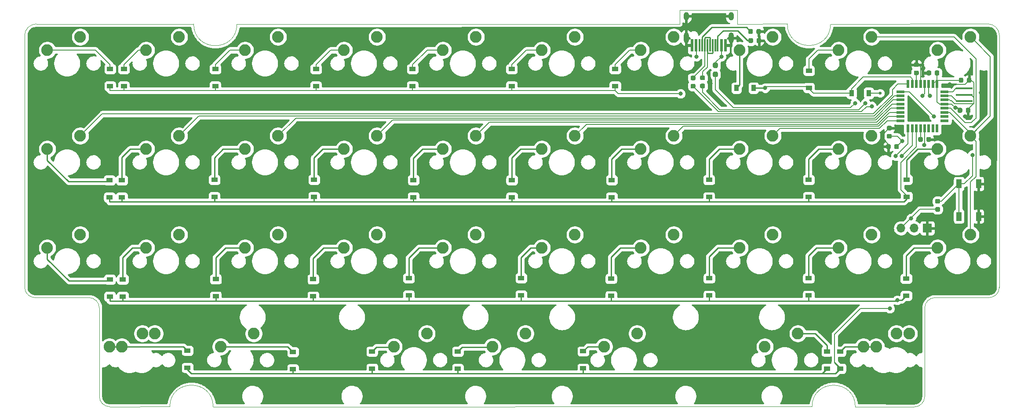
<source format=gbr>
G04 #@! TF.GenerationSoftware,KiCad,Pcbnew,(5.99.0-2555-g9cc6a77cc-dirty)*
G04 #@! TF.CreationDate,2020-09-08T07:39:34-05:00*
G04 #@! TF.ProjectId,_33,5f33332e-6b69-4636-9164-5f7063625858,rev?*
G04 #@! TF.SameCoordinates,Original*
G04 #@! TF.FileFunction,Copper,L2,Bot*
G04 #@! TF.FilePolarity,Positive*
%FSLAX46Y46*%
G04 Gerber Fmt 4.6, Leading zero omitted, Abs format (unit mm)*
G04 Created by KiCad (PCBNEW (5.99.0-2555-g9cc6a77cc-dirty)) date 2020-09-08 07:39:34*
%MOMM*%
%LPD*%
G01*
G04 APERTURE LIST*
G04 #@! TA.AperFunction,Profile*
%ADD10C,0.050000*%
G04 #@! TD*
G04 #@! TA.AperFunction,Profile*
%ADD11C,0.100000*%
G04 #@! TD*
G04 #@! TA.AperFunction,ComponentPad*
%ADD12C,2.250000*%
G04 #@! TD*
G04 #@! TA.AperFunction,SMDPad,CuDef*
%ADD13R,1.200000X0.900000*%
G04 #@! TD*
G04 #@! TA.AperFunction,SMDPad,CuDef*
%ADD14R,0.900000X1.200000*%
G04 #@! TD*
G04 #@! TA.AperFunction,SMDPad,CuDef*
%ADD15R,1.000000X1.700000*%
G04 #@! TD*
G04 #@! TA.AperFunction,SMDPad,CuDef*
%ADD16R,3.200000X0.400000*%
G04 #@! TD*
G04 #@! TA.AperFunction,SMDPad,CuDef*
%ADD17R,0.600000X2.450000*%
G04 #@! TD*
G04 #@! TA.AperFunction,SMDPad,CuDef*
%ADD18R,0.300000X2.450000*%
G04 #@! TD*
G04 #@! TA.AperFunction,ComponentPad*
%ADD19O,1.000000X2.100000*%
G04 #@! TD*
G04 #@! TA.AperFunction,ComponentPad*
%ADD20O,1.000000X1.600000*%
G04 #@! TD*
G04 #@! TA.AperFunction,ComponentPad*
%ADD21R,1.700000X1.700000*%
G04 #@! TD*
G04 #@! TA.AperFunction,ComponentPad*
%ADD22O,1.700000X1.700000*%
G04 #@! TD*
G04 #@! TA.AperFunction,SMDPad,CuDef*
%ADD23R,1.600000X0.550000*%
G04 #@! TD*
G04 #@! TA.AperFunction,SMDPad,CuDef*
%ADD24R,0.550000X1.600000*%
G04 #@! TD*
G04 #@! TA.AperFunction,ViaPad*
%ADD25C,0.800000*%
G04 #@! TD*
G04 #@! TA.AperFunction,ViaPad*
%ADD26C,0.600000*%
G04 #@! TD*
G04 #@! TA.AperFunction,Conductor*
%ADD27C,0.200000*%
G04 #@! TD*
G04 #@! TA.AperFunction,Conductor*
%ADD28C,0.250000*%
G04 #@! TD*
G04 #@! TA.AperFunction,Conductor*
%ADD29C,0.254000*%
G04 #@! TD*
G04 APERTURE END LIST*
D10*
X241750000Y-48140000D02*
G75*
G02*
X244000199Y-50390199I0J-2250199D01*
G01*
X182420000Y-48160000D02*
X97178803Y-48212991D01*
X227600000Y-121950000D02*
X216250000Y-121940000D01*
X84250000Y-121887009D02*
X72680000Y-121910000D01*
X207910222Y-121897009D02*
G75*
G02*
X216250000Y-121940000I4169778J-42991D01*
G01*
X72680000Y-121910000D02*
G75*
G02*
X70670000Y-119900000I0J2010000D01*
G01*
X231620000Y-100890000D02*
X241980000Y-100890000D01*
X241980000Y-100890000D02*
G75*
G03*
X243990000Y-98880000I0J2010000D01*
G01*
X229610000Y-119940000D02*
X229610000Y-102900000D01*
X231620000Y-100890000D02*
G75*
G03*
X229610000Y-102900000I0J-2010000D01*
G01*
X227600000Y-121950000D02*
G75*
G03*
X229610000Y-119940000I0J2010000D01*
G01*
X56289801Y-50410000D02*
G75*
G02*
X58540000Y-48159801I2250199J0D01*
G01*
D11*
X56290000Y-98880000D02*
X56289801Y-50410000D01*
D10*
X68660000Y-100890000D02*
G75*
G02*
X70670000Y-102900000I0J-2010000D01*
G01*
X211489778Y-48182991D02*
G75*
G02*
X203150000Y-48140000I-4169778J42991D01*
G01*
X58540000Y-48159801D02*
X88839025Y-48170000D01*
X84250000Y-121887009D02*
G75*
G02*
X92589778Y-121930000I4169778J-42991D01*
G01*
D11*
X244000199Y-50390199D02*
X243990000Y-98880000D01*
D10*
X58300000Y-100890000D02*
G75*
G02*
X56290000Y-98880000I0J2010000D01*
G01*
X182420000Y-48160000D02*
X182420000Y-45500000D01*
X241750000Y-48140000D02*
X211489778Y-48182991D01*
D11*
X207910222Y-121897009D02*
X92589778Y-121930000D01*
D10*
X68660000Y-100890000D02*
X58300000Y-100890000D01*
X182420000Y-45500000D02*
X193510000Y-45500000D01*
X97178803Y-48212991D02*
G75*
G02*
X88839025Y-48170000I-4169778J42991D01*
G01*
X70670000Y-119900000D02*
X70670000Y-102900000D01*
X193510000Y-45500000D02*
X193510000Y-48160000D01*
X193510000Y-48160000D02*
X203150000Y-48140000D01*
D12*
X174930000Y-72250000D03*
X181280000Y-69710000D03*
X213030000Y-53200000D03*
X219380000Y-50660000D03*
X193980000Y-91300000D03*
X200330000Y-88760000D03*
X155880000Y-72250000D03*
X162230000Y-69710000D03*
X174930000Y-53200000D03*
X181280000Y-50660000D03*
X117780000Y-91300000D03*
X124130000Y-88760000D03*
X217802025Y-110350000D03*
X224152025Y-107810000D03*
X193980000Y-72250000D03*
X200330000Y-69710000D03*
X155880000Y-53200000D03*
X162230000Y-50660000D03*
X155880000Y-91300000D03*
X162230000Y-88760000D03*
X232080000Y-72250000D03*
X238430000Y-69710000D03*
X98730000Y-53200000D03*
X105080000Y-50660000D03*
X232080000Y-91300000D03*
X238430000Y-88760000D03*
X213030000Y-72250000D03*
X219380000Y-69710000D03*
X193980000Y-53200000D03*
X200330000Y-50660000D03*
X79680000Y-91300000D03*
X86030000Y-88760000D03*
X117780000Y-72250000D03*
X124130000Y-69710000D03*
X136830000Y-53200000D03*
X143180000Y-50660000D03*
X136830000Y-91300000D03*
X143180000Y-88760000D03*
X136830000Y-72250000D03*
X143180000Y-69710000D03*
X232080000Y-53200000D03*
X238430000Y-50660000D03*
X98730000Y-91300000D03*
X105080000Y-88760000D03*
X60630000Y-72250000D03*
X66980000Y-69710000D03*
X117780000Y-53200000D03*
X124130000Y-50660000D03*
X213030000Y-91300000D03*
X219380000Y-88760000D03*
X98730000Y-72250000D03*
X105080000Y-69710000D03*
X60630000Y-53200000D03*
X66980000Y-50660000D03*
X60630000Y-91300000D03*
X66980000Y-88760000D03*
X74990000Y-110350000D03*
X81340000Y-107810000D03*
X79680000Y-72250000D03*
X86030000Y-69710000D03*
X79680000Y-53200000D03*
X86030000Y-50660000D03*
X174930000Y-91300000D03*
X181280000Y-88760000D03*
X152705000Y-107810000D03*
X146355000Y-110350000D03*
X133727500Y-107810000D03*
X127377500Y-110350000D03*
X198815000Y-110350000D03*
X205165000Y-107810000D03*
X94040000Y-110350000D03*
X100390000Y-107810000D03*
X72608750Y-110350000D03*
X78958750Y-107810000D03*
X167858750Y-110350000D03*
X174208750Y-107810000D03*
X220246250Y-110350000D03*
X226596250Y-107810000D03*
G04 #@! TA.AperFunction,SMDPad,CuDef*
G36*
G01*
X232425000Y-57343750D02*
X232425000Y-57856250D01*
G75*
G02*
X232206250Y-58075000I-218750J0D01*
G01*
X231768750Y-58075000D01*
G75*
G02*
X231550000Y-57856250I0J218750D01*
G01*
X231550000Y-57343750D01*
G75*
G02*
X231768750Y-57125000I218750J0D01*
G01*
X232206250Y-57125000D01*
G75*
G02*
X232425000Y-57343750I0J-218750D01*
G01*
G37*
G04 #@! TD.AperFunction*
G04 #@! TA.AperFunction,SMDPad,CuDef*
G36*
G01*
X230850000Y-57343750D02*
X230850000Y-57856250D01*
G75*
G02*
X230631250Y-58075000I-218750J0D01*
G01*
X230193750Y-58075000D01*
G75*
G02*
X229975000Y-57856250I0J218750D01*
G01*
X229975000Y-57343750D01*
G75*
G02*
X230193750Y-57125000I218750J0D01*
G01*
X230631250Y-57125000D01*
G75*
G02*
X230850000Y-57343750I0J-218750D01*
G01*
G37*
G04 #@! TD.AperFunction*
G04 #@! TA.AperFunction,SMDPad,CuDef*
G36*
G01*
X236162500Y-59256250D02*
X236162500Y-58743750D01*
G75*
G02*
X236381250Y-58525000I218750J0D01*
G01*
X236818750Y-58525000D01*
G75*
G02*
X237037500Y-58743750I0J-218750D01*
G01*
X237037500Y-59256250D01*
G75*
G02*
X236818750Y-59475000I-218750J0D01*
G01*
X236381250Y-59475000D01*
G75*
G02*
X236162500Y-59256250I0J218750D01*
G01*
G37*
G04 #@! TD.AperFunction*
G04 #@! TA.AperFunction,SMDPad,CuDef*
G36*
G01*
X237737500Y-59256250D02*
X237737500Y-58743750D01*
G75*
G02*
X237956250Y-58525000I218750J0D01*
G01*
X238393750Y-58525000D01*
G75*
G02*
X238612500Y-58743750I0J-218750D01*
G01*
X238612500Y-59256250D01*
G75*
G02*
X238393750Y-59475000I-218750J0D01*
G01*
X237956250Y-59475000D01*
G75*
G02*
X237737500Y-59256250I0J218750D01*
G01*
G37*
G04 #@! TD.AperFunction*
G04 #@! TA.AperFunction,SMDPad,CuDef*
G36*
G01*
X228256250Y-58025000D02*
X227743750Y-58025000D01*
G75*
G02*
X227525000Y-57806250I0J218750D01*
G01*
X227525000Y-57368750D01*
G75*
G02*
X227743750Y-57150000I218750J0D01*
G01*
X228256250Y-57150000D01*
G75*
G02*
X228475000Y-57368750I0J-218750D01*
G01*
X228475000Y-57806250D01*
G75*
G02*
X228256250Y-58025000I-218750J0D01*
G01*
G37*
G04 #@! TD.AperFunction*
G04 #@! TA.AperFunction,SMDPad,CuDef*
G36*
G01*
X228256250Y-56450000D02*
X227743750Y-56450000D01*
G75*
G02*
X227525000Y-56231250I0J218750D01*
G01*
X227525000Y-55793750D01*
G75*
G02*
X227743750Y-55575000I218750J0D01*
G01*
X228256250Y-55575000D01*
G75*
G02*
X228475000Y-55793750I0J-218750D01*
G01*
X228475000Y-56231250D01*
G75*
G02*
X228256250Y-56450000I-218750J0D01*
G01*
G37*
G04 #@! TD.AperFunction*
G04 #@! TA.AperFunction,SMDPad,CuDef*
G36*
G01*
X235962500Y-65056250D02*
X235962500Y-64543750D01*
G75*
G02*
X236181250Y-64325000I218750J0D01*
G01*
X236618750Y-64325000D01*
G75*
G02*
X236837500Y-64543750I0J-218750D01*
G01*
X236837500Y-65056250D01*
G75*
G02*
X236618750Y-65275000I-218750J0D01*
G01*
X236181250Y-65275000D01*
G75*
G02*
X235962500Y-65056250I0J218750D01*
G01*
G37*
G04 #@! TD.AperFunction*
G04 #@! TA.AperFunction,SMDPad,CuDef*
G36*
G01*
X237537500Y-65056250D02*
X237537500Y-64543750D01*
G75*
G02*
X237756250Y-64325000I218750J0D01*
G01*
X238193750Y-64325000D01*
G75*
G02*
X238412500Y-64543750I0J-218750D01*
G01*
X238412500Y-65056250D01*
G75*
G02*
X238193750Y-65275000I-218750J0D01*
G01*
X237756250Y-65275000D01*
G75*
G02*
X237537500Y-65056250I0J218750D01*
G01*
G37*
G04 #@! TD.AperFunction*
G04 #@! TA.AperFunction,SMDPad,CuDef*
G36*
G01*
X223056250Y-70225000D02*
X222543750Y-70225000D01*
G75*
G02*
X222325000Y-70006250I0J218750D01*
G01*
X222325000Y-69568750D01*
G75*
G02*
X222543750Y-69350000I218750J0D01*
G01*
X223056250Y-69350000D01*
G75*
G02*
X223275000Y-69568750I0J-218750D01*
G01*
X223275000Y-70006250D01*
G75*
G02*
X223056250Y-70225000I-218750J0D01*
G01*
G37*
G04 #@! TD.AperFunction*
G04 #@! TA.AperFunction,SMDPad,CuDef*
G36*
G01*
X223056250Y-68650000D02*
X222543750Y-68650000D01*
G75*
G02*
X222325000Y-68431250I0J218750D01*
G01*
X222325000Y-67993750D01*
G75*
G02*
X222543750Y-67775000I218750J0D01*
G01*
X223056250Y-67775000D01*
G75*
G02*
X223275000Y-67993750I0J-218750D01*
G01*
X223275000Y-68431250D01*
G75*
G02*
X223056250Y-68650000I-218750J0D01*
G01*
G37*
G04 #@! TD.AperFunction*
G04 #@! TA.AperFunction,SMDPad,CuDef*
G36*
G01*
X224625000Y-71543750D02*
X224625000Y-72056250D01*
G75*
G02*
X224406250Y-72275000I-218750J0D01*
G01*
X223968750Y-72275000D01*
G75*
G02*
X223750000Y-72056250I0J218750D01*
G01*
X223750000Y-71543750D01*
G75*
G02*
X223968750Y-71325000I218750J0D01*
G01*
X224406250Y-71325000D01*
G75*
G02*
X224625000Y-71543750I0J-218750D01*
G01*
G37*
G04 #@! TD.AperFunction*
G04 #@! TA.AperFunction,SMDPad,CuDef*
G36*
G01*
X223050000Y-71543750D02*
X223050000Y-72056250D01*
G75*
G02*
X222831250Y-72275000I-218750J0D01*
G01*
X222393750Y-72275000D01*
G75*
G02*
X222175000Y-72056250I0J218750D01*
G01*
X222175000Y-71543750D01*
G75*
G02*
X222393750Y-71325000I218750J0D01*
G01*
X222831250Y-71325000D01*
G75*
G02*
X223050000Y-71543750I0J-218750D01*
G01*
G37*
G04 #@! TD.AperFunction*
D13*
X169350000Y-78240000D03*
X169350000Y-81540000D03*
X188100000Y-97180000D03*
X188100000Y-100480000D03*
X150110000Y-78260000D03*
X150110000Y-81560000D03*
X170000000Y-56850000D03*
X170000000Y-60150000D03*
X111850000Y-97350000D03*
X111850000Y-100650000D03*
X213360000Y-111250000D03*
X213360000Y-114550000D03*
X188080000Y-78210000D03*
X188080000Y-81510000D03*
X150080000Y-56850000D03*
X150080000Y-60150000D03*
X151900000Y-97130000D03*
X151900000Y-100430000D03*
X226120000Y-78150000D03*
X226120000Y-81450000D03*
X93000000Y-56850000D03*
X93000000Y-60150000D03*
X226030000Y-97230000D03*
X226030000Y-100530000D03*
X207280000Y-78200000D03*
X207280000Y-81500000D03*
D14*
X193350000Y-60500000D03*
X196650000Y-60500000D03*
D13*
X75170000Y-97380000D03*
X75170000Y-100680000D03*
X139700000Y-111290000D03*
X139700000Y-114590000D03*
X112030000Y-78190000D03*
X112030000Y-81490000D03*
X131000000Y-56850000D03*
X131000000Y-60150000D03*
X130260000Y-97150000D03*
X130260000Y-100450000D03*
X131160000Y-78230000D03*
X131160000Y-81530000D03*
D14*
X218820000Y-61500000D03*
X215520000Y-61500000D03*
D13*
X93090000Y-97350000D03*
X93090000Y-100650000D03*
X72640000Y-78280000D03*
X72640000Y-81580000D03*
X112380000Y-56850000D03*
X112380000Y-60150000D03*
X207240000Y-97180000D03*
X207240000Y-100480000D03*
X92830000Y-78190000D03*
X92830000Y-81490000D03*
X72750000Y-56850000D03*
X72750000Y-60150000D03*
X72690000Y-97380000D03*
X72690000Y-100680000D03*
X87630000Y-111100000D03*
X87630000Y-114400000D03*
X75020000Y-78280000D03*
X75020000Y-81580000D03*
X75380000Y-56850000D03*
X75380000Y-60150000D03*
X169230000Y-97260000D03*
X169230000Y-100560000D03*
G04 #@! TA.AperFunction,SMDPad,CuDef*
G36*
G01*
X184733750Y-58135000D02*
X185246250Y-58135000D01*
G75*
G02*
X185465000Y-58353750I0J-218750D01*
G01*
X185465000Y-58791250D01*
G75*
G02*
X185246250Y-59010000I-218750J0D01*
G01*
X184733750Y-59010000D01*
G75*
G02*
X184515000Y-58791250I0J218750D01*
G01*
X184515000Y-58353750D01*
G75*
G02*
X184733750Y-58135000I218750J0D01*
G01*
G37*
G04 #@! TD.AperFunction*
G04 #@! TA.AperFunction,SMDPad,CuDef*
G36*
G01*
X184733750Y-59710000D02*
X185246250Y-59710000D01*
G75*
G02*
X185465000Y-59928750I0J-218750D01*
G01*
X185465000Y-60366250D01*
G75*
G02*
X185246250Y-60585000I-218750J0D01*
G01*
X184733750Y-60585000D01*
G75*
G02*
X184515000Y-60366250I0J218750D01*
G01*
X184515000Y-59928750D01*
G75*
G02*
X184733750Y-59710000I218750J0D01*
G01*
G37*
G04 #@! TD.AperFunction*
G04 #@! TA.AperFunction,SMDPad,CuDef*
G36*
G01*
X187086250Y-60545000D02*
X186573750Y-60545000D01*
G75*
G02*
X186355000Y-60326250I0J218750D01*
G01*
X186355000Y-59888750D01*
G75*
G02*
X186573750Y-59670000I218750J0D01*
G01*
X187086250Y-59670000D01*
G75*
G02*
X187305000Y-59888750I0J-218750D01*
G01*
X187305000Y-60326250D01*
G75*
G02*
X187086250Y-60545000I-218750J0D01*
G01*
G37*
G04 #@! TD.AperFunction*
G04 #@! TA.AperFunction,SMDPad,CuDef*
G36*
G01*
X187086250Y-58970000D02*
X186573750Y-58970000D01*
G75*
G02*
X186355000Y-58751250I0J218750D01*
G01*
X186355000Y-58313750D01*
G75*
G02*
X186573750Y-58095000I218750J0D01*
G01*
X187086250Y-58095000D01*
G75*
G02*
X187305000Y-58313750I0J-218750D01*
G01*
X187305000Y-58751250D01*
G75*
G02*
X187086250Y-58970000I-218750J0D01*
G01*
G37*
G04 #@! TD.AperFunction*
G04 #@! TA.AperFunction,SMDPad,CuDef*
G36*
G01*
X232356250Y-84325000D02*
X231843750Y-84325000D01*
G75*
G02*
X231625000Y-84106250I0J218750D01*
G01*
X231625000Y-83668750D01*
G75*
G02*
X231843750Y-83450000I218750J0D01*
G01*
X232356250Y-83450000D01*
G75*
G02*
X232575000Y-83668750I0J-218750D01*
G01*
X232575000Y-84106250D01*
G75*
G02*
X232356250Y-84325000I-218750J0D01*
G01*
G37*
G04 #@! TD.AperFunction*
G04 #@! TA.AperFunction,SMDPad,CuDef*
G36*
G01*
X232356250Y-82750000D02*
X231843750Y-82750000D01*
G75*
G02*
X231625000Y-82531250I0J218750D01*
G01*
X231625000Y-82093750D01*
G75*
G02*
X231843750Y-81875000I218750J0D01*
G01*
X232356250Y-81875000D01*
G75*
G02*
X232575000Y-82093750I0J-218750D01*
G01*
X232575000Y-82531250D01*
G75*
G02*
X232356250Y-82750000I-218750J0D01*
G01*
G37*
G04 #@! TD.AperFunction*
G04 #@! TA.AperFunction,SMDPad,CuDef*
G36*
G01*
X198127500Y-51113750D02*
X198127500Y-51626250D01*
G75*
G02*
X197908750Y-51845000I-218750J0D01*
G01*
X197471250Y-51845000D01*
G75*
G02*
X197252500Y-51626250I0J218750D01*
G01*
X197252500Y-51113750D01*
G75*
G02*
X197471250Y-50895000I218750J0D01*
G01*
X197908750Y-50895000D01*
G75*
G02*
X198127500Y-51113750I0J-218750D01*
G01*
G37*
G04 #@! TD.AperFunction*
G04 #@! TA.AperFunction,SMDPad,CuDef*
G36*
G01*
X196552500Y-51113750D02*
X196552500Y-51626250D01*
G75*
G02*
X196333750Y-51845000I-218750J0D01*
G01*
X195896250Y-51845000D01*
G75*
G02*
X195677500Y-51626250I0J218750D01*
G01*
X195677500Y-51113750D01*
G75*
G02*
X195896250Y-50895000I218750J0D01*
G01*
X196333750Y-50895000D01*
G75*
G02*
X196552500Y-51113750I0J-218750D01*
G01*
G37*
G04 #@! TD.AperFunction*
G04 #@! TA.AperFunction,SMDPad,CuDef*
G36*
G01*
X198087500Y-49353750D02*
X198087500Y-49866250D01*
G75*
G02*
X197868750Y-50085000I-218750J0D01*
G01*
X197431250Y-50085000D01*
G75*
G02*
X197212500Y-49866250I0J218750D01*
G01*
X197212500Y-49353750D01*
G75*
G02*
X197431250Y-49135000I218750J0D01*
G01*
X197868750Y-49135000D01*
G75*
G02*
X198087500Y-49353750I0J-218750D01*
G01*
G37*
G04 #@! TD.AperFunction*
G04 #@! TA.AperFunction,SMDPad,CuDef*
G36*
G01*
X196512500Y-49353750D02*
X196512500Y-49866250D01*
G75*
G02*
X196293750Y-50085000I-218750J0D01*
G01*
X195856250Y-50085000D01*
G75*
G02*
X195637500Y-49866250I0J218750D01*
G01*
X195637500Y-49353750D01*
G75*
G02*
X195856250Y-49135000I218750J0D01*
G01*
X196293750Y-49135000D01*
G75*
G02*
X196512500Y-49353750I0J-218750D01*
G01*
G37*
G04 #@! TD.AperFunction*
G04 #@! TA.AperFunction,SMDPad,CuDef*
G36*
G01*
X230812500Y-70143750D02*
X230812500Y-70656250D01*
G75*
G02*
X230593750Y-70875000I-218750J0D01*
G01*
X230156250Y-70875000D01*
G75*
G02*
X229937500Y-70656250I0J218750D01*
G01*
X229937500Y-70143750D01*
G75*
G02*
X230156250Y-69925000I218750J0D01*
G01*
X230593750Y-69925000D01*
G75*
G02*
X230812500Y-70143750I0J-218750D01*
G01*
G37*
G04 #@! TD.AperFunction*
G04 #@! TA.AperFunction,SMDPad,CuDef*
G36*
G01*
X229237500Y-70143750D02*
X229237500Y-70656250D01*
G75*
G02*
X229018750Y-70875000I-218750J0D01*
G01*
X228581250Y-70875000D01*
G75*
G02*
X228362500Y-70656250I0J218750D01*
G01*
X228362500Y-70143750D01*
G75*
G02*
X228581250Y-69925000I218750J0D01*
G01*
X229018750Y-69925000D01*
G75*
G02*
X229237500Y-70143750I0J-218750D01*
G01*
G37*
G04 #@! TD.AperFunction*
D15*
X240000000Y-78950000D03*
X240000000Y-85250000D03*
X236200000Y-78950000D03*
X236200000Y-85250000D03*
D13*
X207300000Y-57150000D03*
X207300000Y-60450000D03*
D16*
X237200000Y-60600000D03*
X237200000Y-61800000D03*
X237200000Y-63000000D03*
G04 #@! TA.AperFunction,SMDPad,CuDef*
G36*
G01*
X189537500Y-58400000D02*
X189062500Y-58400000D01*
G75*
G02*
X188825000Y-58162500I0J237500D01*
G01*
X188825000Y-57587500D01*
G75*
G02*
X189062500Y-57350000I237500J0D01*
G01*
X189537500Y-57350000D01*
G75*
G02*
X189775000Y-57587500I0J-237500D01*
G01*
X189775000Y-58162500D01*
G75*
G02*
X189537500Y-58400000I-237500J0D01*
G01*
G37*
G04 #@! TD.AperFunction*
G04 #@! TA.AperFunction,SMDPad,CuDef*
G36*
G01*
X189537500Y-56650000D02*
X189062500Y-56650000D01*
G75*
G02*
X188825000Y-56412500I0J237500D01*
G01*
X188825000Y-55837500D01*
G75*
G02*
X189062500Y-55600000I237500J0D01*
G01*
X189537500Y-55600000D01*
G75*
G02*
X189775000Y-55837500I0J-237500D01*
G01*
X189775000Y-56412500D01*
G75*
G02*
X189537500Y-56650000I-237500J0D01*
G01*
G37*
G04 #@! TD.AperFunction*
D13*
X123190000Y-111250000D03*
X123190000Y-114550000D03*
X210820000Y-111250000D03*
X210820000Y-114550000D03*
D17*
X184785000Y-52265000D03*
X185560000Y-52265000D03*
D18*
X186260000Y-52265000D03*
X186760000Y-52265000D03*
X187260000Y-52265000D03*
X187760000Y-52265000D03*
X188260000Y-52265000D03*
X188760000Y-52265000D03*
X189260000Y-52265000D03*
X189760000Y-52265000D03*
D17*
X190460000Y-52265000D03*
X191235000Y-52265000D03*
D19*
X183690000Y-50850000D03*
D20*
X192330000Y-46670000D03*
X183690000Y-46670000D03*
D19*
X192330000Y-50850000D03*
D21*
X230100000Y-87500000D03*
D22*
X227560000Y-87500000D03*
X225020000Y-87500000D03*
D13*
X107950000Y-111380000D03*
X107950000Y-114680000D03*
D23*
X233450000Y-61200000D03*
X233450000Y-62000000D03*
X233450000Y-62800000D03*
X233450000Y-63600000D03*
X233450000Y-64400000D03*
X233450000Y-65200000D03*
X233450000Y-66000000D03*
X233450000Y-66800000D03*
D24*
X232000000Y-68250000D03*
X231200000Y-68250000D03*
X230400000Y-68250000D03*
X229600000Y-68250000D03*
X228800000Y-68250000D03*
X228000000Y-68250000D03*
X227200000Y-68250000D03*
X226400000Y-68250000D03*
D23*
X224950000Y-66800000D03*
X224950000Y-66000000D03*
X224950000Y-65200000D03*
X224950000Y-64400000D03*
X224950000Y-63600000D03*
X224950000Y-62800000D03*
X224950000Y-62000000D03*
X224950000Y-61200000D03*
D24*
X226400000Y-59750000D03*
X227200000Y-59750000D03*
X228000000Y-59750000D03*
X228800000Y-59750000D03*
X229600000Y-59750000D03*
X230400000Y-59750000D03*
X231200000Y-59750000D03*
X232000000Y-59750000D03*
D13*
X163843206Y-111231308D03*
X163843206Y-114531308D03*
D25*
X234400000Y-59800000D03*
X237400000Y-66000000D03*
D26*
X210600000Y-63000000D03*
X113200000Y-118000000D03*
D25*
X235800000Y-68400000D03*
D26*
X224600000Y-118600000D03*
D25*
X227200000Y-65800000D03*
D26*
X189000000Y-110800000D03*
D25*
X190400000Y-63400000D03*
X240400000Y-61400000D03*
X218600000Y-59600000D03*
D26*
X83100000Y-117800000D03*
D25*
X201800000Y-61200000D03*
X188400000Y-59600000D03*
D26*
X105200000Y-113800000D03*
X225000000Y-90500000D03*
X211100000Y-59900000D03*
D25*
X227000000Y-85600000D03*
X225300000Y-70700000D03*
X216200000Y-63400000D03*
X235500000Y-64300000D03*
D26*
X221070000Y-61500000D03*
D25*
X185660000Y-54440000D03*
X190460000Y-54440000D03*
X218200000Y-63400000D03*
X229200000Y-62000000D03*
X230600000Y-62000000D03*
X219400000Y-64000000D03*
X182600001Y-61600001D03*
X198895000Y-60505000D03*
X225200000Y-73600000D03*
X224320000Y-101380000D03*
X224000000Y-73600000D03*
X222900000Y-103000000D03*
X231400000Y-66000000D03*
X238800000Y-73400000D03*
X229500000Y-71500000D03*
D27*
X239100001Y-62300001D02*
X238600000Y-61800000D01*
X239100001Y-62500001D02*
X239100001Y-62300001D01*
X233450000Y-62800000D02*
X234450000Y-62800000D01*
X221400000Y-69612500D02*
X222800000Y-68212500D01*
X228800000Y-56400000D02*
X228800000Y-57400000D01*
X234450000Y-62800000D02*
X234550001Y-62900001D01*
X228800000Y-59750000D02*
X228800000Y-57400000D01*
X228000000Y-56012500D02*
X228412500Y-56012500D01*
X234550001Y-62900001D02*
X234759999Y-62900001D01*
X239100001Y-63440001D02*
X239100001Y-62500001D01*
X222612500Y-71325000D02*
X221400000Y-70112500D01*
X221400000Y-70112500D02*
X221400000Y-69612500D01*
X228412500Y-56012500D02*
X228800000Y-56400000D01*
X238175000Y-59000000D02*
X237375000Y-59800000D01*
X239040001Y-63500001D02*
X239100001Y-63440001D01*
X237975000Y-64800000D02*
X237975000Y-64565002D01*
X237375000Y-59800000D02*
X234400000Y-59800000D01*
X238175000Y-59000000D02*
X238600000Y-59000000D01*
X235359999Y-63500001D02*
X239040001Y-63500001D01*
X234759999Y-62900001D02*
X235359999Y-63500001D01*
X238600000Y-59000000D02*
X239100001Y-59500001D01*
X238600000Y-61800000D02*
X237200000Y-61800000D01*
X228800000Y-57400000D02*
X228800000Y-57181372D01*
X239100001Y-59500001D02*
X239100001Y-62500001D01*
X222612500Y-71800000D02*
X222612500Y-71325000D01*
X237975000Y-64565002D02*
X239100001Y-63440001D01*
X222800000Y-69787500D02*
X224387500Y-69787500D01*
X224387500Y-69787500D02*
X225300000Y-70700000D01*
D28*
X235500000Y-64300000D02*
X235900000Y-64300000D01*
D27*
X192744907Y-64284909D02*
X215315091Y-64284909D01*
X224200000Y-71800000D02*
X225300000Y-70700000D01*
X215315091Y-64284909D02*
X216200000Y-63400000D01*
X232000000Y-57612500D02*
X231987500Y-57600000D01*
X232000000Y-63150000D02*
X232000000Y-59750000D01*
D28*
X235900000Y-64300000D02*
X236400000Y-64800000D01*
D27*
X233450000Y-63600000D02*
X232450000Y-63600000D01*
X235500000Y-64300000D02*
X234800000Y-63600000D01*
X231950000Y-59000000D02*
X231200000Y-59750000D01*
X225020000Y-87500000D02*
X228632500Y-83887500D01*
X228632500Y-83887500D02*
X232100000Y-83887500D01*
X189300000Y-57875000D02*
X189300000Y-60840002D01*
X232450000Y-63600000D02*
X232000000Y-63150000D01*
X234800000Y-63600000D02*
X233450000Y-63600000D01*
X224187500Y-71800000D02*
X224200000Y-71800000D01*
X236600000Y-59000000D02*
X231950000Y-59000000D01*
X189300000Y-60840002D02*
X192744907Y-64284909D01*
X232000000Y-59750000D02*
X232000000Y-57612500D01*
X60630000Y-53200000D02*
X69950000Y-53200000D01*
X69950000Y-53200000D02*
X72750000Y-56000000D01*
X72750000Y-56850000D02*
X72750000Y-56000000D01*
D28*
X64748026Y-78530000D02*
X60630000Y-74411974D01*
X72640000Y-78530000D02*
X64748026Y-78530000D01*
X60630000Y-74411974D02*
X60630000Y-72250000D01*
X60630000Y-93461974D02*
X64798026Y-97630000D01*
X64798026Y-97630000D02*
X72690000Y-97630000D01*
X60630000Y-91300000D02*
X60630000Y-93461974D01*
D27*
X75380000Y-56000000D02*
X78180000Y-53200000D01*
X78180000Y-53200000D02*
X79680000Y-53200000D01*
X75380000Y-56850000D02*
X75380000Y-56000000D01*
D28*
X75030000Y-73860000D02*
X76640000Y-72250000D01*
X76640000Y-72250000D02*
X79680000Y-72250000D01*
X75030000Y-78270000D02*
X75020000Y-78280000D01*
X75030000Y-75980000D02*
X75030000Y-73860000D01*
X75030000Y-75980000D02*
X75030000Y-78270000D01*
X75170000Y-93190000D02*
X77060000Y-91300000D01*
X75170000Y-95130000D02*
X75170000Y-93190000D01*
X75170000Y-97380000D02*
X75170000Y-95130000D01*
X77060000Y-91300000D02*
X79680000Y-91300000D01*
X72608750Y-110350000D02*
X74990000Y-110350000D01*
X86880000Y-110350000D02*
X74990000Y-110350000D01*
X75090000Y-110250000D02*
X74990000Y-110350000D01*
X87630000Y-111100000D02*
X86880000Y-110350000D01*
D27*
X93000000Y-56850000D02*
X93000000Y-56000000D01*
X95800000Y-53200000D02*
X98730000Y-53200000D01*
X93000000Y-56000000D02*
X95800000Y-53200000D01*
D28*
X92830000Y-75940000D02*
X92830000Y-73920000D01*
X94500000Y-72250000D02*
X98730000Y-72250000D01*
X92830000Y-78190000D02*
X92830000Y-75940000D01*
X92830000Y-73920000D02*
X94500000Y-72250000D01*
X93090000Y-93200000D02*
X94990000Y-91300000D01*
X93090000Y-97350000D02*
X93090000Y-95100000D01*
X93090000Y-95100000D02*
X93090000Y-93200000D01*
X94990000Y-91300000D02*
X98730000Y-91300000D01*
D27*
X112380000Y-56000000D02*
X115180000Y-53200000D01*
X112380000Y-56850000D02*
X112380000Y-56000000D01*
X115180000Y-53200000D02*
X117780000Y-53200000D01*
D28*
X112030000Y-78190000D02*
X112030000Y-75940000D01*
X113700000Y-72250000D02*
X117780000Y-72250000D01*
X112030000Y-73920000D02*
X113700000Y-72250000D01*
X112030000Y-75940000D02*
X112030000Y-73920000D01*
X113850000Y-91300000D02*
X117780000Y-91300000D01*
X111850000Y-93300000D02*
X113850000Y-91300000D01*
X111850000Y-97350000D02*
X111850000Y-95100000D01*
X111850000Y-95100000D02*
X111850000Y-93300000D01*
D27*
X131000000Y-56000000D02*
X133800000Y-53200000D01*
X133800000Y-53200000D02*
X136830000Y-53200000D01*
X131000000Y-56850000D02*
X131000000Y-56000000D01*
D28*
X132940000Y-72250000D02*
X136830000Y-72250000D01*
X131160000Y-74030000D02*
X132940000Y-72250000D01*
X131160000Y-75980000D02*
X131160000Y-74030000D01*
X131160000Y-78230000D02*
X131160000Y-75980000D01*
X130260000Y-93250000D02*
X132210000Y-91300000D01*
X130260000Y-97150000D02*
X130260000Y-94900000D01*
X132210000Y-91300000D02*
X136830000Y-91300000D01*
X130260000Y-94900000D02*
X130260000Y-93250000D01*
X140550000Y-110440000D02*
X140950000Y-110440000D01*
X139700000Y-111290000D02*
X140550000Y-110440000D01*
X140950000Y-110440000D02*
X146265000Y-110440000D01*
X146265000Y-110440000D02*
X146355000Y-110350000D01*
X153720000Y-91300000D02*
X155880000Y-91300000D01*
X151900000Y-94880000D02*
X151900000Y-97130000D01*
X151900000Y-94880000D02*
X151900000Y-93120000D01*
X151900000Y-93120000D02*
X153720000Y-91300000D01*
D27*
X150080000Y-56850000D02*
X150080000Y-56000000D01*
X152880000Y-53200000D02*
X155880000Y-53200000D01*
X150080000Y-56000000D02*
X152880000Y-53200000D01*
D28*
X150110000Y-78260000D02*
X150110000Y-76010000D01*
X150110000Y-73970000D02*
X151830000Y-72250000D01*
X151830000Y-72250000D02*
X155880000Y-72250000D01*
X150110000Y-76010000D02*
X150110000Y-73970000D01*
D27*
X170000000Y-56000000D02*
X172800000Y-53200000D01*
X170000000Y-56850000D02*
X170000000Y-56000000D01*
X172800000Y-53200000D02*
X174930000Y-53200000D01*
D28*
X169350000Y-75990000D02*
X169350000Y-74170000D01*
X169350000Y-74170000D02*
X171270000Y-72250000D01*
X169350000Y-78240000D02*
X169350000Y-75990000D01*
X171270000Y-72250000D02*
X174930000Y-72250000D01*
X169230000Y-93080000D02*
X171010000Y-91300000D01*
X169230000Y-96410000D02*
X169230000Y-97260000D01*
X171010000Y-91300000D02*
X174930000Y-91300000D01*
X169230000Y-96410000D02*
X169230000Y-93080000D01*
X193980000Y-59870000D02*
X193350000Y-60500000D01*
X193980000Y-53200000D02*
X193980000Y-59870000D01*
X188080000Y-78210000D02*
X188080000Y-75960000D01*
X188080000Y-74210000D02*
X190040000Y-72250000D01*
X188080000Y-75960000D02*
X188080000Y-74210000D01*
X190040000Y-72250000D02*
X193980000Y-72250000D01*
X189780000Y-91300000D02*
X193980000Y-91300000D01*
X188100000Y-97180000D02*
X188100000Y-94930000D01*
X188100000Y-94930000D02*
X188100000Y-92980000D01*
X188100000Y-92980000D02*
X189780000Y-91300000D01*
D27*
X207390000Y-54810000D02*
X209000000Y-53200000D01*
X207300000Y-54900000D02*
X207390000Y-54810000D01*
X207300000Y-57150000D02*
X207300000Y-54900000D01*
X209000000Y-53200000D02*
X213030000Y-53200000D01*
D28*
X209190000Y-72250000D02*
X213030000Y-72250000D01*
X207280000Y-74160000D02*
X209190000Y-72250000D01*
X207280000Y-78200000D02*
X207280000Y-75950000D01*
X207280000Y-75950000D02*
X207280000Y-74160000D01*
X208790000Y-91300000D02*
X213030000Y-91300000D01*
X207240000Y-92850000D02*
X208790000Y-91300000D01*
X207240000Y-97180000D02*
X207240000Y-94930000D01*
X207240000Y-94930000D02*
X207240000Y-92850000D01*
X213370000Y-111250000D02*
X214270000Y-110350000D01*
X220246250Y-110350000D02*
X217802025Y-110350000D01*
X213360000Y-111250000D02*
X213370000Y-111250000D01*
X214270000Y-110350000D02*
X217802025Y-110350000D01*
D27*
X218820000Y-61500000D02*
X221070000Y-61500000D01*
D28*
X226120000Y-74340000D02*
X228210000Y-72250000D01*
X226120000Y-75900000D02*
X226120000Y-74340000D01*
X228210000Y-72250000D02*
X232080000Y-72250000D01*
X226120000Y-78150000D02*
X226120000Y-75900000D01*
X226030000Y-92830000D02*
X227560000Y-91300000D01*
X226030000Y-97230000D02*
X226030000Y-96380000D01*
X226030000Y-96380000D02*
X226030000Y-92830000D01*
X227560000Y-91300000D02*
X232080000Y-91300000D01*
D27*
X228800000Y-70400000D02*
X228800000Y-68250000D01*
X190460000Y-52265000D02*
X190460000Y-54440000D01*
X185660000Y-52365000D02*
X185560000Y-52265000D01*
X185660000Y-54440000D02*
X185660000Y-52365000D01*
X189300000Y-56125000D02*
X189300000Y-55600000D01*
X189300000Y-55600000D02*
X190460000Y-54440000D01*
X216915081Y-64684919D02*
X190163816Y-64684919D01*
X218200000Y-63400000D02*
X216915081Y-64684919D01*
X229600000Y-59750000D02*
X229599999Y-61600001D01*
X190163816Y-64684919D02*
X186830000Y-61351103D01*
X186830000Y-61351103D02*
X186830000Y-60107500D01*
X229599999Y-61600001D02*
X229200000Y-62000000D01*
X217433270Y-65084929D02*
X189927429Y-65084929D01*
X219400000Y-64000000D02*
X219299999Y-64100001D01*
X219299999Y-64100001D02*
X218418198Y-64100001D01*
X230400000Y-59750000D02*
X230400000Y-61800000D01*
X186511802Y-61669302D02*
X184990000Y-60147500D01*
X218418198Y-64100001D02*
X217433270Y-65084929D01*
X230400000Y-61800000D02*
X230600000Y-62000000D01*
X189927429Y-65084929D02*
X186511802Y-61669302D01*
X93000000Y-61000000D02*
X75380000Y-61000000D01*
X75380000Y-60150000D02*
X75380000Y-61000000D01*
X207300000Y-60620000D02*
X208180000Y-61500000D01*
X207300000Y-60450000D02*
X207300000Y-60620000D01*
X215520000Y-61500000D02*
X215520000Y-60650000D01*
X75380000Y-61000000D02*
X72750000Y-61000000D01*
X170000000Y-60150000D02*
X170000000Y-61000000D01*
X131000000Y-61000000D02*
X112380000Y-61000000D01*
X112380000Y-61000000D02*
X93000000Y-61000000D01*
X215520000Y-60650000D02*
X217770000Y-58400000D01*
X215520000Y-61500000D02*
X213270000Y-61500000D01*
X112380000Y-60150000D02*
X112380000Y-61000000D01*
X226850000Y-58400000D02*
X217770000Y-58400000D01*
X227200000Y-59750000D02*
X227200000Y-58750000D01*
X213270000Y-61500000D02*
X208180000Y-61500000D01*
X131000000Y-60150000D02*
X131000000Y-61000000D01*
X93000000Y-60150000D02*
X93000000Y-61000000D01*
D28*
X198890000Y-60500000D02*
X198895000Y-60505000D01*
D27*
X150080000Y-61000000D02*
X131000000Y-61000000D01*
D28*
X196650000Y-60500000D02*
X198890000Y-60500000D01*
D27*
X182600001Y-61600001D02*
X170600001Y-61600001D01*
X199200000Y-60200000D02*
X198900000Y-60500000D01*
X150080000Y-60150000D02*
X150080000Y-61000000D01*
X207300000Y-60200000D02*
X199200000Y-60200000D01*
X72750000Y-60150000D02*
X72750000Y-61000000D01*
X170000000Y-61000000D02*
X150080000Y-61000000D01*
X170600001Y-61600001D02*
X170000000Y-61000000D01*
X227200000Y-58750000D02*
X226850000Y-58400000D01*
D28*
X207240000Y-101500000D02*
X207280000Y-101540000D01*
X151900000Y-100430000D02*
X151900000Y-101350000D01*
X111850000Y-101480000D02*
X111790000Y-101540000D01*
X130260000Y-100450000D02*
X130260000Y-101470000D01*
X151900000Y-101350000D02*
X151900000Y-101540000D01*
X207090000Y-101540000D02*
X207280000Y-101540000D01*
X93060000Y-101530000D02*
X93090000Y-101500000D01*
D27*
X225200000Y-73600000D02*
X227200000Y-71600000D01*
D28*
X188100000Y-100480000D02*
X188100000Y-101530000D01*
X224160000Y-101540000D02*
X224320000Y-101380000D01*
X188100000Y-101530000D02*
X188090000Y-101540000D01*
X75170000Y-101530000D02*
X93060000Y-101530000D01*
X188090000Y-101540000D02*
X207090000Y-101540000D01*
X207240000Y-100480000D02*
X207240000Y-101500000D01*
X169230000Y-101540000D02*
X188090000Y-101540000D01*
X93090000Y-100650000D02*
X93090000Y-101500000D01*
X130330000Y-101540000D02*
X151900000Y-101540000D01*
X75170000Y-100680000D02*
X75170000Y-101530000D01*
X93090000Y-101500000D02*
X93130000Y-101540000D01*
X111790000Y-101540000D02*
X130330000Y-101540000D01*
X111850000Y-100650000D02*
X111850000Y-101480000D01*
X72690000Y-100680000D02*
X72690000Y-101530000D01*
X169230000Y-100560000D02*
X169230000Y-101540000D01*
X130260000Y-101470000D02*
X130330000Y-101540000D01*
X224320000Y-101380000D02*
X225180000Y-101380000D01*
X72690000Y-101530000D02*
X75170000Y-101530000D01*
X151900000Y-101540000D02*
X169230000Y-101540000D01*
X207280000Y-101540000D02*
X224160000Y-101540000D01*
X225180000Y-101380000D02*
X226030000Y-100530000D01*
D27*
X227200000Y-71600000D02*
X227200000Y-68250000D01*
D28*
X93130000Y-101540000D02*
X111790000Y-101540000D01*
X92830000Y-81490000D02*
X92830000Y-82430000D01*
X131160000Y-81530000D02*
X131160000Y-82390000D01*
X92830000Y-82430000D02*
X111950000Y-82430000D01*
X150110000Y-81560000D02*
X150110000Y-82340000D01*
X75020000Y-81580000D02*
X75020000Y-82310000D01*
X112030000Y-82350000D02*
X111950000Y-82430000D01*
X75020000Y-82310000D02*
X75140000Y-82430000D01*
X72640000Y-82430000D02*
X75140000Y-82430000D01*
X169340000Y-82400000D02*
X169340000Y-81550000D01*
X169340000Y-81550000D02*
X169350000Y-81540000D01*
X112030000Y-81490000D02*
X112030000Y-82350000D01*
X111950000Y-82430000D02*
X131120000Y-82430000D01*
X207280000Y-82340000D02*
X207190000Y-82430000D01*
X188080000Y-82420000D02*
X188070000Y-82430000D01*
X131120000Y-82430000D02*
X150200000Y-82430000D01*
X169310000Y-82430000D02*
X169350000Y-82390000D01*
D27*
X225019999Y-80099999D02*
X226120000Y-81200000D01*
X228000000Y-68250000D02*
X228000000Y-71858946D01*
D28*
X131160000Y-82390000D02*
X131120000Y-82430000D01*
X169390000Y-82430000D02*
X188070000Y-82430000D01*
X150110000Y-82340000D02*
X150200000Y-82430000D01*
X226120000Y-81920000D02*
X225610000Y-82430000D01*
X226120000Y-81450000D02*
X226120000Y-81920000D01*
X207190000Y-82430000D02*
X225610000Y-82430000D01*
X72640000Y-81580000D02*
X72640000Y-82430000D01*
X188070000Y-82430000D02*
X207190000Y-82430000D01*
D27*
X228000000Y-71858946D02*
X225019999Y-74838947D01*
D28*
X169350000Y-82390000D02*
X169390000Y-82430000D01*
X150200000Y-82430000D02*
X169310000Y-82430000D01*
X169340000Y-82400000D02*
X169350000Y-82390000D01*
D27*
X225019999Y-74838947D02*
X225019999Y-80099999D01*
D28*
X207280000Y-81500000D02*
X207280000Y-82340000D01*
X75140000Y-82430000D02*
X92830000Y-82430000D01*
X188080000Y-81510000D02*
X188080000Y-82420000D01*
D27*
X66980000Y-69710000D02*
X71205071Y-65484929D01*
X205347374Y-65484929D02*
X219715071Y-65484929D01*
X219715071Y-65484929D02*
X223400000Y-61800000D01*
X223400000Y-60800000D02*
X224450000Y-59750000D01*
X224450000Y-59750000D02*
X225750000Y-59750000D01*
X225750000Y-59750000D02*
X226400000Y-59750000D01*
X71205071Y-65484929D02*
X205347374Y-65484929D01*
X223400000Y-61800000D02*
X223400000Y-61000000D01*
X224784998Y-59750000D02*
X225750000Y-59750000D01*
X223400000Y-61000000D02*
X223400000Y-60800000D01*
X219880759Y-65884939D02*
X219315061Y-65884939D01*
X224134998Y-62000000D02*
X223765698Y-62000000D01*
X89855061Y-65884939D02*
X205513063Y-65884939D01*
X86030000Y-69710000D02*
X89855061Y-65884939D01*
X223765698Y-62000000D02*
X219880759Y-65884939D01*
X205513063Y-65884939D02*
X219315061Y-65884939D01*
X224950000Y-62000000D02*
X224134998Y-62000000D01*
X200926556Y-66284949D02*
X219315051Y-66284949D01*
X224234302Y-62800000D02*
X224950000Y-62800000D01*
X224000000Y-62800000D02*
X223969898Y-62800000D01*
X224950000Y-62800000D02*
X224000000Y-62800000D01*
X108505051Y-66284949D02*
X200926556Y-66284949D01*
X220046447Y-66284949D02*
X219315051Y-66284949D01*
X224000000Y-62800000D02*
X223531396Y-62800000D01*
X223531396Y-62800000D02*
X220046447Y-66284949D01*
X105080000Y-69710000D02*
X108505051Y-66284949D01*
X220212136Y-66684959D02*
X219084959Y-66684959D01*
X219084959Y-66684959D02*
X201423623Y-66684959D01*
X124130000Y-69710000D02*
X127155041Y-66684959D01*
X224000000Y-63600000D02*
X223297094Y-63600000D01*
X224950000Y-63600000D02*
X224000000Y-63600000D01*
X223297094Y-63600000D02*
X220212136Y-66684959D01*
X127155041Y-66684959D02*
X201092245Y-66684959D01*
X201092245Y-66684959D02*
X201423623Y-66684959D01*
X220377824Y-67084969D02*
X219084969Y-67084969D01*
X201257934Y-67084969D02*
X219084969Y-67084969D01*
X223884969Y-64400000D02*
X224950000Y-64400000D01*
X223062793Y-64400000D02*
X220377824Y-67084969D01*
X143180000Y-69710000D02*
X145805031Y-67084969D01*
X145805031Y-67084969D02*
X201257934Y-67084969D01*
X223884969Y-64400000D02*
X223062793Y-64400000D01*
X201423623Y-67484979D02*
X219684979Y-67484979D01*
X224200000Y-65200000D02*
X224000000Y-65200000D01*
X224950000Y-65200000D02*
X224200000Y-65200000D01*
X222828491Y-65200000D02*
X220543512Y-67484979D01*
X220543512Y-67484979D02*
X219684979Y-67484979D01*
X224950000Y-65200000D02*
X222828491Y-65200000D01*
X164455021Y-67484979D02*
X201423623Y-67484979D01*
X162230000Y-69710000D02*
X164455021Y-67484979D01*
X224134998Y-66000000D02*
X223800000Y-66000000D01*
X224950000Y-66000000D02*
X222594189Y-66000000D01*
X224134998Y-66000000D02*
X224950000Y-66000000D01*
X181280000Y-69710000D02*
X183105011Y-67884989D01*
X201589312Y-67884989D02*
X220709201Y-67884989D01*
X222594189Y-66000000D02*
X220709201Y-67884989D01*
X183105011Y-67884989D02*
X201589312Y-67884989D01*
X200330000Y-69710000D02*
X201755001Y-68284999D01*
X220874889Y-68284999D02*
X220084999Y-68284999D01*
X220084999Y-68284999D02*
X220884999Y-68284999D01*
X224950000Y-66800000D02*
X224000000Y-66800000D01*
X224950000Y-66800000D02*
X222359888Y-66800000D01*
X222359888Y-66800000D02*
X220874889Y-68284999D01*
X201755001Y-68284999D02*
X220084999Y-68284999D01*
X239500011Y-66299989D02*
X239100000Y-66700000D01*
X239154989Y-54554989D02*
X235260000Y-50660000D01*
X239500011Y-54900011D02*
X239500011Y-66299989D01*
X234563998Y-64400000D02*
X237363998Y-67200000D01*
X239154989Y-54554989D02*
X239500011Y-54900011D01*
X233450000Y-64400000D02*
X234563998Y-64400000D01*
X239100000Y-66700000D02*
X239154989Y-66645011D01*
X238600000Y-67200000D02*
X239100000Y-66700000D01*
X237363998Y-67200000D02*
X238600000Y-67200000D01*
X235260000Y-50660000D02*
X219380000Y-50660000D01*
X217219998Y-103000000D02*
X222900000Y-103000000D01*
D28*
X213360000Y-114550000D02*
X213360000Y-114460002D01*
X123190000Y-115490000D02*
X123150000Y-115530000D01*
X107950000Y-115530000D02*
X88370000Y-115530000D01*
X213360000Y-114460002D02*
X212259999Y-113360001D01*
X107950000Y-114680000D02*
X107950000Y-115530000D01*
X139700000Y-114590000D02*
X139700000Y-115440000D01*
D27*
X224000000Y-73600000D02*
X226400000Y-71200000D01*
D28*
X163843206Y-114531308D02*
X163843206Y-115476794D01*
D27*
X226400000Y-71200000D02*
X226400000Y-68250000D01*
D28*
X123190000Y-114550000D02*
X123190000Y-115490000D01*
D27*
X212259999Y-107959999D02*
X217219998Y-103000000D01*
D28*
X139610000Y-115530000D02*
X163790000Y-115530000D01*
X123150000Y-115530000D02*
X139610000Y-115530000D01*
X212380000Y-115530000D02*
X213360000Y-114550000D01*
X87630000Y-114400000D02*
X87630000Y-114790000D01*
X163843206Y-115476794D02*
X163790000Y-115530000D01*
X209510000Y-115530000D02*
X209840000Y-115530000D01*
X139610000Y-115530000D02*
X139700000Y-115440000D01*
X87630000Y-114790000D02*
X88370000Y-115530000D01*
X209840000Y-115530000D02*
X212380000Y-115530000D01*
X107950000Y-115530000D02*
X123150000Y-115530000D01*
X209840000Y-115530000D02*
X210820000Y-114550000D01*
X163790000Y-115530000D02*
X209510000Y-115530000D01*
D27*
X212259999Y-113360001D02*
X212259999Y-107959999D01*
D28*
X127327500Y-110400000D02*
X127377500Y-110350000D01*
X124040000Y-110400000D02*
X124140000Y-110400000D01*
X123190000Y-111250000D02*
X124040000Y-110400000D01*
X124140000Y-110400000D02*
X127327500Y-110400000D01*
X210820000Y-111250000D02*
X210820000Y-110100000D01*
X205165000Y-107810000D02*
X208530000Y-107810000D01*
X208530000Y-107810000D02*
X210820000Y-110100000D01*
D27*
X238430000Y-69180000D02*
X238430000Y-69710000D01*
X238430000Y-78629998D02*
X239500001Y-77559997D01*
X239500001Y-70780001D02*
X238430000Y-69710000D01*
X239385000Y-51615000D02*
X242240000Y-54470000D01*
X242240000Y-54470000D02*
X242240000Y-65900000D01*
X239500001Y-77559997D02*
X239500001Y-70780001D01*
X242240000Y-65900000D02*
X238430000Y-69710000D01*
X234450000Y-65200000D02*
X238430000Y-69180000D01*
X239385000Y-51615000D02*
X239554999Y-51784999D01*
X238430000Y-50660000D02*
X239385000Y-51615000D01*
X238430000Y-88760000D02*
X238430000Y-78629998D01*
X239554999Y-68585001D02*
X238430000Y-69710000D01*
X233450000Y-65200000D02*
X234450000Y-65200000D01*
X228000000Y-59750000D02*
X228000000Y-57587500D01*
D28*
X188260000Y-50790000D02*
X188184999Y-50714999D01*
D27*
X187285000Y-56277500D02*
X187285000Y-54127501D01*
X187285000Y-54127501D02*
X187260000Y-54102501D01*
D28*
X188184999Y-50714999D02*
X187349999Y-50714999D01*
D27*
X187260000Y-54102501D02*
X187260000Y-52265000D01*
X184990000Y-58572500D02*
X187285000Y-56277500D01*
D28*
X188260000Y-52265000D02*
X188260000Y-50790000D01*
X187349999Y-50714999D02*
X187260000Y-50804998D01*
X187260000Y-50804998D02*
X187260000Y-52265000D01*
D27*
X186830000Y-58532500D02*
X186830000Y-57368897D01*
X186830000Y-57368897D02*
X187735000Y-56463897D01*
D28*
X188760000Y-53740000D02*
X188684999Y-53815001D01*
D27*
X187760000Y-54102501D02*
X187760000Y-52265000D01*
D28*
X188760000Y-52265000D02*
X188760000Y-53740000D01*
X187835001Y-53815001D02*
X187760000Y-53740000D01*
D27*
X187735000Y-56463897D02*
X187735000Y-54127501D01*
X187735000Y-54127501D02*
X187760000Y-54102501D01*
D28*
X188684999Y-53815001D02*
X187835001Y-53815001D01*
X187760000Y-53740000D02*
X187760000Y-52265000D01*
D27*
X224950000Y-61200000D02*
X226600000Y-61200000D01*
X237250000Y-78950000D02*
X236200000Y-78950000D01*
X237250000Y-78950000D02*
X238800000Y-77400000D01*
X227200000Y-61800000D02*
X231400000Y-66000000D01*
X236200000Y-85250000D02*
X236200000Y-78950000D01*
X226600000Y-61200000D02*
X227200000Y-61800000D01*
X238800000Y-77400000D02*
X238800000Y-73400000D01*
X232837500Y-82312500D02*
X236200000Y-78950000D01*
X232100000Y-82312500D02*
X232837500Y-82312500D01*
D28*
X193574990Y-49474990D02*
X190783008Y-49474990D01*
X189760000Y-50497998D02*
X189760000Y-52265000D01*
X196115000Y-51370000D02*
X195470000Y-51370000D01*
X195470000Y-51370000D02*
X193574990Y-49474990D01*
X190783008Y-49474990D02*
X189760000Y-50497998D01*
X186735001Y-50693587D02*
X186735001Y-52240001D01*
X196075000Y-49610000D02*
X195275000Y-48810000D01*
X195275000Y-48810000D02*
X188618588Y-48810000D01*
X186735001Y-52240001D02*
X186760000Y-52265000D01*
X188618588Y-48810000D02*
X186735001Y-50693587D01*
D27*
X229600000Y-71400000D02*
X229600000Y-68250000D01*
X229500000Y-71500000D02*
X229600000Y-71400000D01*
D28*
X164764514Y-110310000D02*
X165050000Y-110310000D01*
X163843206Y-111231308D02*
X164764514Y-110310000D01*
X167818750Y-110310000D02*
X167858750Y-110350000D01*
X165050000Y-110310000D02*
X167818750Y-110310000D01*
X106920000Y-110350000D02*
X94040000Y-110350000D01*
X107950000Y-111380000D02*
X106920000Y-110350000D01*
D27*
X233450000Y-62000000D02*
X234800000Y-62000000D01*
X234800000Y-62000000D02*
X235800000Y-63000000D01*
X235800000Y-63000000D02*
X237200000Y-63000000D01*
X235000000Y-61200000D02*
X235600000Y-60600000D01*
X235600000Y-60600000D02*
X237200000Y-60600000D01*
X233450000Y-61200000D02*
X235000000Y-61200000D01*
D29*
X191214614Y-46139893D02*
X191196345Y-46313711D01*
X191196000Y-46320301D01*
X191196000Y-46468191D01*
X191269809Y-46542000D01*
X192458000Y-46542000D01*
X192458000Y-46798000D01*
X191269809Y-46798000D01*
X191196000Y-46871809D01*
X191196000Y-47022819D01*
X191196301Y-47028971D01*
X191211616Y-47185165D01*
X191214010Y-47197255D01*
X191274709Y-47398295D01*
X191279405Y-47409689D01*
X191377995Y-47595112D01*
X191384816Y-47605378D01*
X191517545Y-47768119D01*
X191526229Y-47776865D01*
X191688040Y-47910726D01*
X191698258Y-47917618D01*
X191882987Y-48017501D01*
X191894349Y-48022277D01*
X191987140Y-48051000D01*
X188563567Y-48051000D01*
X188563555Y-48051001D01*
X188508414Y-48051001D01*
X188488826Y-48054103D01*
X188440862Y-48069688D01*
X188391036Y-48077580D01*
X188372174Y-48083708D01*
X188327230Y-48106609D01*
X188279262Y-48122194D01*
X188261590Y-48131198D01*
X188220784Y-48160846D01*
X188175844Y-48183744D01*
X188159799Y-48195402D01*
X188117119Y-48238082D01*
X186276388Y-50078814D01*
X186276381Y-50078819D01*
X186120402Y-50234799D01*
X186108745Y-50250844D01*
X186085847Y-50295784D01*
X186078745Y-50305558D01*
X186079033Y-50223012D01*
X186077560Y-50209222D01*
X186035741Y-50019019D01*
X186031388Y-50006083D01*
X185949748Y-49829398D01*
X185942718Y-49817700D01*
X185825042Y-49662667D01*
X185815665Y-49652751D01*
X185667442Y-49526603D01*
X185656154Y-49518932D01*
X185484301Y-49427557D01*
X185471630Y-49422489D01*
X185284165Y-49370147D01*
X185270700Y-49367917D01*
X185076367Y-49357053D01*
X185062738Y-49357767D01*
X184870607Y-49388886D01*
X184857449Y-49392510D01*
X184676482Y-49464160D01*
X184664409Y-49470525D01*
X184543433Y-49552124D01*
X184502456Y-49501881D01*
X184493772Y-49493135D01*
X184331961Y-49359274D01*
X184321743Y-49352382D01*
X184137013Y-49252499D01*
X184125651Y-49247723D01*
X183920458Y-49184206D01*
X183818000Y-49259745D01*
X183818000Y-50648191D01*
X183891809Y-50722000D01*
X184243917Y-50722000D01*
X184246418Y-50727462D01*
X184346080Y-50894646D01*
X184354293Y-50905545D01*
X184422332Y-50978000D01*
X183891809Y-50978000D01*
X183818000Y-51051809D01*
X183818000Y-52063191D01*
X183891809Y-52137000D01*
X184618163Y-52137000D01*
X184618163Y-52393000D01*
X183916972Y-52393000D01*
X183843163Y-52466809D01*
X183843163Y-53498258D01*
X183845319Y-53514634D01*
X183920137Y-53793859D01*
X183932880Y-53818339D01*
X184063990Y-53974590D01*
X184080879Y-53988761D01*
X184255120Y-54089359D01*
X184275837Y-54096900D01*
X184468538Y-54130878D01*
X184479499Y-54131837D01*
X184672097Y-54131837D01*
X184628156Y-54295826D01*
X184626000Y-54312202D01*
X184626000Y-54464188D01*
X184510920Y-54392836D01*
X184501408Y-54387999D01*
X184274061Y-54295682D01*
X184263868Y-54292517D01*
X184024216Y-54239826D01*
X184013636Y-54238424D01*
X183768533Y-54226866D01*
X183757869Y-54227266D01*
X183514322Y-54257169D01*
X183503877Y-54259361D01*
X183268851Y-54329873D01*
X183258926Y-54333793D01*
X183039140Y-54442895D01*
X183030016Y-54448431D01*
X182831755Y-54593006D01*
X182823695Y-54600001D01*
X182652626Y-54775912D01*
X182645859Y-54784165D01*
X182506878Y-54986387D01*
X182501598Y-54995661D01*
X182398675Y-55218407D01*
X182395033Y-55228439D01*
X182331112Y-55465342D01*
X182329213Y-55475844D01*
X182306121Y-55720131D01*
X182306019Y-55730802D01*
X182324417Y-55975487D01*
X182326114Y-55986024D01*
X182385476Y-56224111D01*
X182388924Y-56234210D01*
X182487551Y-56458892D01*
X182492652Y-56468267D01*
X182627727Y-56673118D01*
X182634334Y-56681498D01*
X182801992Y-56860663D01*
X182809917Y-56867810D01*
X183005366Y-57016165D01*
X183014382Y-57021875D01*
X183232033Y-57135177D01*
X183241882Y-57139287D01*
X183475511Y-57214297D01*
X183485912Y-57216689D01*
X183728839Y-57251263D01*
X183739494Y-57251868D01*
X183984775Y-57245016D01*
X183995380Y-57243817D01*
X184235998Y-57195737D01*
X184246249Y-57192768D01*
X184475327Y-57104834D01*
X184484931Y-57100181D01*
X184695918Y-56974906D01*
X184704601Y-56968701D01*
X184891464Y-56809667D01*
X184898977Y-56802088D01*
X185056373Y-56613845D01*
X185062503Y-56605108D01*
X185185931Y-56393037D01*
X185190500Y-56383392D01*
X185276432Y-56153555D01*
X185279311Y-56143279D01*
X185325347Y-55901952D01*
X185326462Y-55890729D01*
X185329078Y-55618219D01*
X185328179Y-55606977D01*
X185294965Y-55412664D01*
X185515826Y-55471844D01*
X185532202Y-55474000D01*
X185787798Y-55474000D01*
X185804174Y-55471844D01*
X186051063Y-55405690D01*
X186066323Y-55399369D01*
X186287677Y-55271571D01*
X186300781Y-55261516D01*
X186481516Y-55080781D01*
X186491571Y-55067677D01*
X186551001Y-54964741D01*
X186551000Y-55973468D01*
X185028693Y-57495776D01*
X184694538Y-57495776D01*
X184681108Y-57497220D01*
X184390054Y-57560535D01*
X184369220Y-57569165D01*
X184174539Y-57694278D01*
X184160918Y-57706081D01*
X184010854Y-57879264D01*
X184001110Y-57894426D01*
X183905916Y-58102872D01*
X183900838Y-58120165D01*
X183876418Y-58290010D01*
X183875776Y-58298987D01*
X183875776Y-58830462D01*
X183877220Y-58843892D01*
X183940535Y-59134946D01*
X183949165Y-59155780D01*
X184074278Y-59350461D01*
X184086081Y-59364082D01*
X184087747Y-59365525D01*
X184010854Y-59454264D01*
X184001110Y-59469426D01*
X183905916Y-59677872D01*
X183900838Y-59695165D01*
X183876418Y-59865010D01*
X183875776Y-59873987D01*
X183875776Y-60405462D01*
X183877220Y-60418892D01*
X183940535Y-60709946D01*
X183949165Y-60730780D01*
X184074278Y-60925461D01*
X184086081Y-60939082D01*
X184259264Y-61089146D01*
X184274426Y-61098890D01*
X184482872Y-61194084D01*
X184500165Y-61199162D01*
X184670010Y-61223582D01*
X184678987Y-61224224D01*
X185028693Y-61224224D01*
X186029778Y-62225311D01*
X186029793Y-62225324D01*
X188555397Y-64750929D01*
X71152021Y-64750929D01*
X71152009Y-64750930D01*
X71098857Y-64750930D01*
X71079268Y-64754033D01*
X71033195Y-64769003D01*
X70985341Y-64776583D01*
X70966480Y-64782711D01*
X70923313Y-64804706D01*
X70877237Y-64819677D01*
X70859566Y-64828681D01*
X70820375Y-64857154D01*
X70777204Y-64879151D01*
X70761159Y-64890809D01*
X70723061Y-64928907D01*
X70723047Y-64928920D01*
X67592482Y-68059486D01*
X67396623Y-67995847D01*
X67386995Y-67993536D01*
X67123341Y-67951778D01*
X67113470Y-67951001D01*
X66846530Y-67951001D01*
X66836659Y-67951778D01*
X66573005Y-67993536D01*
X66563377Y-67995847D01*
X66309501Y-68078337D01*
X66300354Y-68082126D01*
X66062508Y-68203315D01*
X66054066Y-68208488D01*
X65838106Y-68365392D01*
X65830577Y-68371822D01*
X65641822Y-68560577D01*
X65635392Y-68568106D01*
X65478488Y-68784066D01*
X65473315Y-68792508D01*
X65352126Y-69030354D01*
X65348337Y-69039501D01*
X65265847Y-69293377D01*
X65263536Y-69303005D01*
X65221778Y-69566659D01*
X65221001Y-69576530D01*
X65221001Y-69843470D01*
X65221778Y-69853341D01*
X65263536Y-70116995D01*
X65265847Y-70126623D01*
X65348337Y-70380499D01*
X65352126Y-70389646D01*
X65473315Y-70627492D01*
X65478488Y-70635934D01*
X65635392Y-70851894D01*
X65641822Y-70859423D01*
X65830577Y-71048178D01*
X65838106Y-71054608D01*
X66054066Y-71211512D01*
X66062508Y-71216685D01*
X66300354Y-71337874D01*
X66309501Y-71341663D01*
X66563377Y-71424153D01*
X66573005Y-71426464D01*
X66836659Y-71468222D01*
X66846530Y-71468999D01*
X67113470Y-71468999D01*
X67123341Y-71468222D01*
X67386995Y-71426464D01*
X67396623Y-71424153D01*
X67650499Y-71341663D01*
X67659646Y-71337874D01*
X67897492Y-71216685D01*
X67905934Y-71211512D01*
X68121894Y-71054608D01*
X68129423Y-71048178D01*
X68318178Y-70859423D01*
X68324608Y-70851894D01*
X68481512Y-70635934D01*
X68486685Y-70627492D01*
X68607874Y-70389646D01*
X68611663Y-70380499D01*
X68694153Y-70126623D01*
X68696464Y-70116995D01*
X68738222Y-69853341D01*
X68738999Y-69843470D01*
X68738999Y-69576530D01*
X68738222Y-69566659D01*
X68696464Y-69303005D01*
X68694153Y-69293377D01*
X68630514Y-69097518D01*
X71509103Y-66218929D01*
X88483039Y-66218929D01*
X86642482Y-68059486D01*
X86446623Y-67995847D01*
X86436995Y-67993536D01*
X86173341Y-67951778D01*
X86163470Y-67951001D01*
X85896530Y-67951001D01*
X85886659Y-67951778D01*
X85623005Y-67993536D01*
X85613377Y-67995847D01*
X85359501Y-68078337D01*
X85350354Y-68082126D01*
X85112508Y-68203315D01*
X85104066Y-68208488D01*
X84888106Y-68365392D01*
X84880577Y-68371822D01*
X84691822Y-68560577D01*
X84685392Y-68568106D01*
X84528488Y-68784066D01*
X84523315Y-68792508D01*
X84402126Y-69030354D01*
X84398337Y-69039501D01*
X84315847Y-69293377D01*
X84313536Y-69303005D01*
X84271778Y-69566659D01*
X84271001Y-69576530D01*
X84271001Y-69843470D01*
X84271778Y-69853341D01*
X84313536Y-70116995D01*
X84315847Y-70126623D01*
X84398337Y-70380499D01*
X84402126Y-70389646D01*
X84523315Y-70627492D01*
X84528488Y-70635934D01*
X84685392Y-70851894D01*
X84691822Y-70859423D01*
X84880577Y-71048178D01*
X84888106Y-71054608D01*
X85104066Y-71211512D01*
X85112508Y-71216685D01*
X85350354Y-71337874D01*
X85359501Y-71341663D01*
X85613377Y-71424153D01*
X85623005Y-71426464D01*
X85886659Y-71468222D01*
X85896530Y-71468999D01*
X86163470Y-71468999D01*
X86173341Y-71468222D01*
X86436995Y-71426464D01*
X86446623Y-71424153D01*
X86700499Y-71341663D01*
X86709646Y-71337874D01*
X86947492Y-71216685D01*
X86955934Y-71211512D01*
X87171894Y-71054608D01*
X87179423Y-71048178D01*
X87368178Y-70859423D01*
X87374608Y-70851894D01*
X87531512Y-70635934D01*
X87536685Y-70627492D01*
X87657874Y-70389646D01*
X87661663Y-70380499D01*
X87744153Y-70126623D01*
X87746464Y-70116995D01*
X87788222Y-69853341D01*
X87788999Y-69843470D01*
X87788999Y-69576530D01*
X87788222Y-69566659D01*
X87746464Y-69303005D01*
X87744153Y-69293377D01*
X87680514Y-69097518D01*
X90159093Y-66618939D01*
X107133029Y-66618939D01*
X105692482Y-68059486D01*
X105496623Y-67995847D01*
X105486995Y-67993536D01*
X105223341Y-67951778D01*
X105213470Y-67951001D01*
X104946530Y-67951001D01*
X104936659Y-67951778D01*
X104673005Y-67993536D01*
X104663377Y-67995847D01*
X104409501Y-68078337D01*
X104400354Y-68082126D01*
X104162508Y-68203315D01*
X104154066Y-68208488D01*
X103938106Y-68365392D01*
X103930577Y-68371822D01*
X103741822Y-68560577D01*
X103735392Y-68568106D01*
X103578488Y-68784066D01*
X103573315Y-68792508D01*
X103452126Y-69030354D01*
X103448337Y-69039501D01*
X103365847Y-69293377D01*
X103363536Y-69303005D01*
X103321778Y-69566659D01*
X103321001Y-69576530D01*
X103321001Y-69843470D01*
X103321778Y-69853341D01*
X103363536Y-70116995D01*
X103365847Y-70126623D01*
X103448337Y-70380499D01*
X103452126Y-70389646D01*
X103573315Y-70627492D01*
X103578488Y-70635934D01*
X103735392Y-70851894D01*
X103741822Y-70859423D01*
X103930577Y-71048178D01*
X103938106Y-71054608D01*
X104154066Y-71211512D01*
X104162508Y-71216685D01*
X104400354Y-71337874D01*
X104409501Y-71341663D01*
X104663377Y-71424153D01*
X104673005Y-71426464D01*
X104936659Y-71468222D01*
X104946530Y-71468999D01*
X105213470Y-71468999D01*
X105223341Y-71468222D01*
X105486995Y-71426464D01*
X105496623Y-71424153D01*
X105750499Y-71341663D01*
X105759646Y-71337874D01*
X105997492Y-71216685D01*
X106005934Y-71211512D01*
X106221894Y-71054608D01*
X106229423Y-71048178D01*
X106418178Y-70859423D01*
X106424608Y-70851894D01*
X106581512Y-70635934D01*
X106586685Y-70627492D01*
X106707874Y-70389646D01*
X106711663Y-70380499D01*
X106794153Y-70126623D01*
X106796464Y-70116995D01*
X106838222Y-69853341D01*
X106838999Y-69843470D01*
X106838999Y-69576530D01*
X106838222Y-69566659D01*
X106796464Y-69303005D01*
X106794153Y-69293377D01*
X106730514Y-69097518D01*
X108809083Y-67018949D01*
X125783019Y-67018949D01*
X124742482Y-68059486D01*
X124546623Y-67995847D01*
X124536995Y-67993536D01*
X124273341Y-67951778D01*
X124263470Y-67951001D01*
X123996530Y-67951001D01*
X123986659Y-67951778D01*
X123723005Y-67993536D01*
X123713377Y-67995847D01*
X123459501Y-68078337D01*
X123450354Y-68082126D01*
X123212508Y-68203315D01*
X123204066Y-68208488D01*
X122988106Y-68365392D01*
X122980577Y-68371822D01*
X122791822Y-68560577D01*
X122785392Y-68568106D01*
X122628488Y-68784066D01*
X122623315Y-68792508D01*
X122502126Y-69030354D01*
X122498337Y-69039501D01*
X122415847Y-69293377D01*
X122413536Y-69303005D01*
X122371778Y-69566659D01*
X122371001Y-69576530D01*
X122371001Y-69843470D01*
X122371778Y-69853341D01*
X122413536Y-70116995D01*
X122415847Y-70126623D01*
X122498337Y-70380499D01*
X122502126Y-70389646D01*
X122623315Y-70627492D01*
X122628488Y-70635934D01*
X122785392Y-70851894D01*
X122791822Y-70859423D01*
X122980577Y-71048178D01*
X122988106Y-71054608D01*
X123204066Y-71211512D01*
X123212508Y-71216685D01*
X123450354Y-71337874D01*
X123459501Y-71341663D01*
X123713377Y-71424153D01*
X123723005Y-71426464D01*
X123986659Y-71468222D01*
X123996530Y-71468999D01*
X124263470Y-71468999D01*
X124273341Y-71468222D01*
X124536995Y-71426464D01*
X124546623Y-71424153D01*
X124800499Y-71341663D01*
X124809646Y-71337874D01*
X125047492Y-71216685D01*
X125055934Y-71211512D01*
X125271894Y-71054608D01*
X125279423Y-71048178D01*
X125468178Y-70859423D01*
X125474608Y-70851894D01*
X125631512Y-70635934D01*
X125636685Y-70627492D01*
X125757874Y-70389646D01*
X125761663Y-70380499D01*
X125844153Y-70126623D01*
X125846464Y-70116995D01*
X125888222Y-69853341D01*
X125888999Y-69843470D01*
X125888999Y-69576530D01*
X125888222Y-69566659D01*
X125846464Y-69303005D01*
X125844153Y-69293377D01*
X125780514Y-69097518D01*
X127459073Y-67418959D01*
X144433009Y-67418959D01*
X143792482Y-68059486D01*
X143596623Y-67995847D01*
X143586995Y-67993536D01*
X143323341Y-67951778D01*
X143313470Y-67951001D01*
X143046530Y-67951001D01*
X143036659Y-67951778D01*
X142773005Y-67993536D01*
X142763377Y-67995847D01*
X142509501Y-68078337D01*
X142500354Y-68082126D01*
X142262508Y-68203315D01*
X142254066Y-68208488D01*
X142038106Y-68365392D01*
X142030577Y-68371822D01*
X141841822Y-68560577D01*
X141835392Y-68568106D01*
X141678488Y-68784066D01*
X141673315Y-68792508D01*
X141552126Y-69030354D01*
X141548337Y-69039501D01*
X141465847Y-69293377D01*
X141463536Y-69303005D01*
X141421778Y-69566659D01*
X141421001Y-69576530D01*
X141421001Y-69843470D01*
X141421778Y-69853341D01*
X141463536Y-70116995D01*
X141465847Y-70126623D01*
X141548337Y-70380499D01*
X141552126Y-70389646D01*
X141673315Y-70627492D01*
X141678488Y-70635934D01*
X141835392Y-70851894D01*
X141841822Y-70859423D01*
X142030577Y-71048178D01*
X142038106Y-71054608D01*
X142254066Y-71211512D01*
X142262508Y-71216685D01*
X142500354Y-71337874D01*
X142509501Y-71341663D01*
X142763377Y-71424153D01*
X142773005Y-71426464D01*
X143036659Y-71468222D01*
X143046530Y-71468999D01*
X143313470Y-71468999D01*
X143323341Y-71468222D01*
X143586995Y-71426464D01*
X143596623Y-71424153D01*
X143850499Y-71341663D01*
X143859646Y-71337874D01*
X144097492Y-71216685D01*
X144105934Y-71211512D01*
X144321894Y-71054608D01*
X144329423Y-71048178D01*
X144518178Y-70859423D01*
X144524608Y-70851894D01*
X144681512Y-70635934D01*
X144686685Y-70627492D01*
X144807874Y-70389646D01*
X144811663Y-70380499D01*
X144894153Y-70126623D01*
X144896464Y-70116995D01*
X144938222Y-69853341D01*
X144938999Y-69843470D01*
X144938999Y-69576530D01*
X144938222Y-69566659D01*
X144896464Y-69303005D01*
X144894153Y-69293377D01*
X144830514Y-69097518D01*
X146109063Y-67818969D01*
X163082999Y-67818969D01*
X162842482Y-68059486D01*
X162646623Y-67995847D01*
X162636995Y-67993536D01*
X162373341Y-67951778D01*
X162363470Y-67951001D01*
X162096530Y-67951001D01*
X162086659Y-67951778D01*
X161823005Y-67993536D01*
X161813377Y-67995847D01*
X161559501Y-68078337D01*
X161550354Y-68082126D01*
X161312508Y-68203315D01*
X161304066Y-68208488D01*
X161088106Y-68365392D01*
X161080577Y-68371822D01*
X160891822Y-68560577D01*
X160885392Y-68568106D01*
X160728488Y-68784066D01*
X160723315Y-68792508D01*
X160602126Y-69030354D01*
X160598337Y-69039501D01*
X160515847Y-69293377D01*
X160513536Y-69303005D01*
X160471778Y-69566659D01*
X160471001Y-69576530D01*
X160471001Y-69843470D01*
X160471778Y-69853341D01*
X160513536Y-70116995D01*
X160515847Y-70126623D01*
X160598337Y-70380499D01*
X160602126Y-70389646D01*
X160723315Y-70627492D01*
X160728488Y-70635934D01*
X160885392Y-70851894D01*
X160891822Y-70859423D01*
X161080577Y-71048178D01*
X161088106Y-71054608D01*
X161304066Y-71211512D01*
X161312508Y-71216685D01*
X161550354Y-71337874D01*
X161559501Y-71341663D01*
X161813377Y-71424153D01*
X161823005Y-71426464D01*
X162086659Y-71468222D01*
X162096530Y-71468999D01*
X162363470Y-71468999D01*
X162373341Y-71468222D01*
X162636995Y-71426464D01*
X162646623Y-71424153D01*
X162900499Y-71341663D01*
X162909646Y-71337874D01*
X163147492Y-71216685D01*
X163155934Y-71211512D01*
X163371894Y-71054608D01*
X163379423Y-71048178D01*
X163568178Y-70859423D01*
X163574608Y-70851894D01*
X163731512Y-70635934D01*
X163736685Y-70627492D01*
X163857874Y-70389646D01*
X163861663Y-70380499D01*
X163944153Y-70126623D01*
X163946464Y-70116995D01*
X163988222Y-69853341D01*
X163988999Y-69843470D01*
X163988999Y-69576530D01*
X163988222Y-69566659D01*
X163946464Y-69303005D01*
X163944153Y-69293377D01*
X163880514Y-69097518D01*
X164759053Y-68218979D01*
X180339626Y-68218979D01*
X180138106Y-68365392D01*
X180130577Y-68371822D01*
X179941822Y-68560577D01*
X179935392Y-68568106D01*
X179778488Y-68784066D01*
X179773315Y-68792508D01*
X179652126Y-69030354D01*
X179648337Y-69039501D01*
X179565847Y-69293377D01*
X179563536Y-69303005D01*
X179521778Y-69566659D01*
X179521001Y-69576530D01*
X179521001Y-69843470D01*
X179521778Y-69853341D01*
X179563536Y-70116995D01*
X179565847Y-70126623D01*
X179648337Y-70380499D01*
X179652126Y-70389646D01*
X179773315Y-70627492D01*
X179778488Y-70635934D01*
X179935392Y-70851894D01*
X179941822Y-70859423D01*
X180130577Y-71048178D01*
X180138106Y-71054608D01*
X180354066Y-71211512D01*
X180362508Y-71216685D01*
X180600354Y-71337874D01*
X180609501Y-71341663D01*
X180863377Y-71424153D01*
X180873005Y-71426464D01*
X181136659Y-71468222D01*
X181146530Y-71468999D01*
X181413470Y-71468999D01*
X181423341Y-71468222D01*
X181686995Y-71426464D01*
X181696623Y-71424153D01*
X181950499Y-71341663D01*
X181959646Y-71337874D01*
X182197492Y-71216685D01*
X182205934Y-71211512D01*
X182421894Y-71054608D01*
X182429423Y-71048178D01*
X182618178Y-70859423D01*
X182624608Y-70851894D01*
X182781512Y-70635934D01*
X182786685Y-70627492D01*
X182907874Y-70389646D01*
X182911663Y-70380499D01*
X182994153Y-70126623D01*
X182996464Y-70116995D01*
X183038222Y-69853341D01*
X183038999Y-69843470D01*
X183038999Y-69576530D01*
X183038222Y-69566659D01*
X182996464Y-69303005D01*
X182994153Y-69293377D01*
X182930514Y-69097518D01*
X183409043Y-68618989D01*
X198948423Y-68618989D01*
X198828488Y-68784066D01*
X198823315Y-68792508D01*
X198702126Y-69030354D01*
X198698337Y-69039501D01*
X198615847Y-69293377D01*
X198613536Y-69303005D01*
X198571778Y-69566659D01*
X198571001Y-69576530D01*
X198571001Y-69843470D01*
X198571778Y-69853341D01*
X198613536Y-70116995D01*
X198615847Y-70126623D01*
X198698337Y-70380499D01*
X198702126Y-70389646D01*
X198823315Y-70627492D01*
X198828488Y-70635934D01*
X198985392Y-70851894D01*
X198991822Y-70859423D01*
X199180577Y-71048178D01*
X199188106Y-71054608D01*
X199404066Y-71211512D01*
X199412508Y-71216685D01*
X199650354Y-71337874D01*
X199659501Y-71341663D01*
X199913377Y-71424153D01*
X199923005Y-71426464D01*
X200186659Y-71468222D01*
X200196530Y-71468999D01*
X200463470Y-71468999D01*
X200473341Y-71468222D01*
X200736995Y-71426464D01*
X200746623Y-71424153D01*
X201000499Y-71341663D01*
X201009646Y-71337874D01*
X201247492Y-71216685D01*
X201255934Y-71211512D01*
X201471894Y-71054608D01*
X201479423Y-71048178D01*
X201668178Y-70859423D01*
X201674608Y-70851894D01*
X201831512Y-70635934D01*
X201836685Y-70627492D01*
X201957874Y-70389646D01*
X201961663Y-70380499D01*
X202044153Y-70126623D01*
X202046464Y-70116995D01*
X202088222Y-69853341D01*
X202088999Y-69843470D01*
X202088999Y-69576530D01*
X202088222Y-69566659D01*
X202046464Y-69303005D01*
X202044153Y-69293377D01*
X201980514Y-69097518D01*
X202059033Y-69018999D01*
X217757912Y-69018999D01*
X217752126Y-69030354D01*
X217748337Y-69039501D01*
X217665847Y-69293377D01*
X217663536Y-69303005D01*
X217621778Y-69566659D01*
X217621001Y-69576530D01*
X217621001Y-69843470D01*
X217621778Y-69853341D01*
X217663536Y-70116995D01*
X217665847Y-70126623D01*
X217748337Y-70380499D01*
X217752126Y-70389646D01*
X217873315Y-70627492D01*
X217878488Y-70635934D01*
X218035392Y-70851894D01*
X218041822Y-70859423D01*
X218230577Y-71048178D01*
X218238106Y-71054608D01*
X218454066Y-71211512D01*
X218462508Y-71216685D01*
X218700354Y-71337874D01*
X218709501Y-71341663D01*
X218963377Y-71424153D01*
X218973005Y-71426464D01*
X219236659Y-71468222D01*
X219246530Y-71468999D01*
X219513470Y-71468999D01*
X219523341Y-71468222D01*
X219786995Y-71426464D01*
X219796623Y-71424153D01*
X220050499Y-71341663D01*
X220059646Y-71337874D01*
X220297492Y-71216685D01*
X220305934Y-71211512D01*
X220521894Y-71054608D01*
X220529423Y-71048178D01*
X220718178Y-70859423D01*
X220724608Y-70851894D01*
X220881512Y-70635934D01*
X220886685Y-70627492D01*
X221007874Y-70389646D01*
X221011663Y-70380499D01*
X221094153Y-70126623D01*
X221096464Y-70116995D01*
X221138222Y-69853341D01*
X221138999Y-69843470D01*
X221138999Y-69576530D01*
X221138222Y-69566659D01*
X221096464Y-69303005D01*
X221094153Y-69293377D01*
X221011663Y-69039501D01*
X221007874Y-69030354D01*
X221000521Y-69015922D01*
X221000692Y-69015895D01*
X221037151Y-69004049D01*
X221104728Y-68993346D01*
X221123589Y-68987217D01*
X221184556Y-68956153D01*
X221202724Y-68950250D01*
X221220393Y-68941247D01*
X221235845Y-68930021D01*
X221312865Y-68890777D01*
X221328910Y-68879119D01*
X221479120Y-68728910D01*
X221490778Y-68712864D01*
X221496723Y-68701196D01*
X221692010Y-68505909D01*
X221750535Y-68774946D01*
X221759165Y-68795780D01*
X221884278Y-68990461D01*
X221896081Y-69004082D01*
X221897747Y-69005525D01*
X221820854Y-69094264D01*
X221811110Y-69109426D01*
X221715916Y-69317872D01*
X221710838Y-69335165D01*
X221686418Y-69505010D01*
X221685776Y-69513987D01*
X221685776Y-70045462D01*
X221687220Y-70058892D01*
X221750535Y-70349946D01*
X221759165Y-70370780D01*
X221884278Y-70565461D01*
X221896081Y-70579082D01*
X222069264Y-70729146D01*
X222084426Y-70738890D01*
X222090608Y-70741713D01*
X222050054Y-70750535D01*
X222029220Y-70759165D01*
X221834539Y-70884278D01*
X221820918Y-70896081D01*
X221670854Y-71069264D01*
X221661110Y-71084426D01*
X221565916Y-71292872D01*
X221560838Y-71310165D01*
X221536418Y-71480010D01*
X221535776Y-71488987D01*
X221535776Y-71598191D01*
X221609585Y-71672000D01*
X222410692Y-71672001D01*
X222410693Y-71672000D01*
X222740500Y-71672001D01*
X222740499Y-72847900D01*
X222834377Y-72923552D01*
X223174946Y-72849465D01*
X223195780Y-72840835D01*
X223390461Y-72715722D01*
X223404082Y-72703919D01*
X223405525Y-72702253D01*
X223438081Y-72730463D01*
X223372323Y-72768429D01*
X223359219Y-72778484D01*
X223178484Y-72959219D01*
X223168429Y-72972323D01*
X223040631Y-73193677D01*
X223034310Y-73208937D01*
X222968156Y-73455826D01*
X222966000Y-73472202D01*
X222966000Y-73700577D01*
X222828025Y-73578508D01*
X222819463Y-73572137D01*
X222610920Y-73442836D01*
X222601408Y-73437999D01*
X222374061Y-73345682D01*
X222363868Y-73342517D01*
X222124216Y-73289826D01*
X222113636Y-73288424D01*
X221868533Y-73276866D01*
X221857869Y-73277266D01*
X221614322Y-73307169D01*
X221603877Y-73309361D01*
X221368851Y-73379873D01*
X221358926Y-73383793D01*
X221139140Y-73492895D01*
X221130016Y-73498431D01*
X220931755Y-73643006D01*
X220923695Y-73650001D01*
X220752626Y-73825912D01*
X220745859Y-73834165D01*
X220606878Y-74036387D01*
X220601598Y-74045661D01*
X220498675Y-74268407D01*
X220495033Y-74278439D01*
X220431112Y-74515342D01*
X220429213Y-74525844D01*
X220406121Y-74770131D01*
X220406019Y-74780802D01*
X220424417Y-75025487D01*
X220426114Y-75036024D01*
X220485476Y-75274111D01*
X220488924Y-75284210D01*
X220587551Y-75508892D01*
X220592652Y-75518267D01*
X220727727Y-75723118D01*
X220734334Y-75731498D01*
X220901992Y-75910663D01*
X220909917Y-75917810D01*
X221105366Y-76066165D01*
X221114382Y-76071875D01*
X221332033Y-76185177D01*
X221341882Y-76189287D01*
X221575511Y-76264297D01*
X221585912Y-76266689D01*
X221828839Y-76301263D01*
X221839494Y-76301868D01*
X222084775Y-76295016D01*
X222095380Y-76293817D01*
X222335998Y-76245737D01*
X222346249Y-76242768D01*
X222575327Y-76154834D01*
X222584931Y-76150181D01*
X222795918Y-76024906D01*
X222804601Y-76018701D01*
X222991464Y-75859667D01*
X222998977Y-75852088D01*
X223156373Y-75663845D01*
X223162503Y-75655108D01*
X223285931Y-75443037D01*
X223290500Y-75433392D01*
X223376432Y-75203555D01*
X223379311Y-75193279D01*
X223425347Y-74951952D01*
X223426462Y-74940729D01*
X223429078Y-74668219D01*
X223428179Y-74656977D01*
X223391547Y-74442670D01*
X223593677Y-74559369D01*
X223608937Y-74565690D01*
X223855826Y-74631844D01*
X223872202Y-74634000D01*
X224127798Y-74634000D01*
X224144174Y-74631844D01*
X224326651Y-74582949D01*
X224317781Y-74600357D01*
X224311653Y-74619218D01*
X224304073Y-74667072D01*
X224289103Y-74713145D01*
X224286000Y-74732734D01*
X224286000Y-74785886D01*
X224285999Y-74785898D01*
X224286000Y-80003702D01*
X224286000Y-80206213D01*
X224289103Y-80225802D01*
X224304075Y-80271881D01*
X224311653Y-80319728D01*
X224317782Y-80338589D01*
X224339775Y-80381754D01*
X224354748Y-80427833D01*
X224363751Y-80445504D01*
X224392228Y-80484698D01*
X224414222Y-80527865D01*
X224425880Y-80543910D01*
X224463977Y-80582007D01*
X224463990Y-80582022D01*
X224878163Y-80996194D01*
X224878163Y-81671000D01*
X208521837Y-81671000D01*
X208521837Y-81041742D01*
X208519681Y-81025366D01*
X208444863Y-80746142D01*
X208432120Y-80721662D01*
X208301010Y-80565410D01*
X208284121Y-80551239D01*
X208109880Y-80450641D01*
X208089163Y-80443100D01*
X207896462Y-80409122D01*
X207885501Y-80408163D01*
X206671742Y-80408163D01*
X206655366Y-80410319D01*
X206376142Y-80485137D01*
X206351662Y-80497880D01*
X206195410Y-80628990D01*
X206181239Y-80645879D01*
X206080641Y-80820120D01*
X206073100Y-80840837D01*
X206039122Y-81033538D01*
X206038163Y-81044499D01*
X206038163Y-81671000D01*
X189321837Y-81671000D01*
X189321837Y-81051742D01*
X189319681Y-81035366D01*
X189244863Y-80756142D01*
X189232120Y-80731662D01*
X189101010Y-80575410D01*
X189084121Y-80561239D01*
X188909880Y-80460641D01*
X188889163Y-80453100D01*
X188696462Y-80419122D01*
X188685501Y-80418163D01*
X187471742Y-80418163D01*
X187455366Y-80420319D01*
X187176142Y-80495137D01*
X187151662Y-80507880D01*
X186995410Y-80638990D01*
X186981239Y-80655879D01*
X186880641Y-80830120D01*
X186873100Y-80850837D01*
X186839122Y-81043538D01*
X186838163Y-81054499D01*
X186838163Y-81671000D01*
X170591837Y-81671000D01*
X170591837Y-81081742D01*
X170589681Y-81065366D01*
X170514863Y-80786142D01*
X170502120Y-80761662D01*
X170371010Y-80605410D01*
X170354121Y-80591239D01*
X170179880Y-80490641D01*
X170159163Y-80483100D01*
X169966462Y-80449122D01*
X169955501Y-80448163D01*
X168741742Y-80448163D01*
X168725366Y-80450319D01*
X168446142Y-80525137D01*
X168421662Y-80537880D01*
X168265410Y-80668990D01*
X168251239Y-80685879D01*
X168150641Y-80860120D01*
X168143100Y-80880837D01*
X168109122Y-81073538D01*
X168108163Y-81084499D01*
X168108163Y-81671000D01*
X151351837Y-81671000D01*
X151351837Y-81101742D01*
X151349681Y-81085366D01*
X151274863Y-80806142D01*
X151262120Y-80781662D01*
X151131010Y-80625410D01*
X151114121Y-80611239D01*
X150939880Y-80510641D01*
X150919163Y-80503100D01*
X150726462Y-80469122D01*
X150715501Y-80468163D01*
X149501742Y-80468163D01*
X149485366Y-80470319D01*
X149206142Y-80545137D01*
X149181662Y-80557880D01*
X149025410Y-80688990D01*
X149011239Y-80705879D01*
X148910641Y-80880120D01*
X148903100Y-80900837D01*
X148869122Y-81093538D01*
X148868163Y-81104499D01*
X148868163Y-81671000D01*
X132401837Y-81671000D01*
X132401837Y-81071742D01*
X132399681Y-81055366D01*
X132324863Y-80776142D01*
X132312120Y-80751662D01*
X132181010Y-80595410D01*
X132164121Y-80581239D01*
X131989880Y-80480641D01*
X131969163Y-80473100D01*
X131776462Y-80439122D01*
X131765501Y-80438163D01*
X130551742Y-80438163D01*
X130535366Y-80440319D01*
X130256142Y-80515137D01*
X130231662Y-80527880D01*
X130075410Y-80658990D01*
X130061239Y-80675879D01*
X129960641Y-80850120D01*
X129953100Y-80870837D01*
X129919122Y-81063538D01*
X129918163Y-81074499D01*
X129918163Y-81671000D01*
X113271837Y-81671000D01*
X113271837Y-81031742D01*
X113269681Y-81015366D01*
X113194863Y-80736142D01*
X113182120Y-80711662D01*
X113051010Y-80555410D01*
X113034121Y-80541239D01*
X112859880Y-80440641D01*
X112839163Y-80433100D01*
X112646462Y-80399122D01*
X112635501Y-80398163D01*
X111421742Y-80398163D01*
X111405366Y-80400319D01*
X111126142Y-80475137D01*
X111101662Y-80487880D01*
X110945410Y-80618990D01*
X110931239Y-80635879D01*
X110830641Y-80810120D01*
X110823100Y-80830837D01*
X110789122Y-81023538D01*
X110788163Y-81034499D01*
X110788163Y-81671000D01*
X94071837Y-81671000D01*
X94071837Y-81031742D01*
X94069681Y-81015366D01*
X93994863Y-80736142D01*
X93982120Y-80711662D01*
X93851010Y-80555410D01*
X93834121Y-80541239D01*
X93659880Y-80440641D01*
X93639163Y-80433100D01*
X93446462Y-80399122D01*
X93435501Y-80398163D01*
X92221742Y-80398163D01*
X92205366Y-80400319D01*
X91926142Y-80475137D01*
X91901662Y-80487880D01*
X91745410Y-80618990D01*
X91731239Y-80635879D01*
X91630641Y-80810120D01*
X91623100Y-80830837D01*
X91589122Y-81023538D01*
X91588163Y-81034499D01*
X91588163Y-81671000D01*
X76261837Y-81671000D01*
X76261837Y-81121742D01*
X76259681Y-81105366D01*
X76184863Y-80826142D01*
X76172120Y-80801662D01*
X76041010Y-80645410D01*
X76024121Y-80631239D01*
X75849880Y-80530641D01*
X75829163Y-80523100D01*
X75636462Y-80489122D01*
X75625501Y-80488163D01*
X74411742Y-80488163D01*
X74395366Y-80490319D01*
X74116142Y-80565137D01*
X74091662Y-80577880D01*
X73935410Y-80708990D01*
X73921239Y-80725879D01*
X73823403Y-80895335D01*
X73804863Y-80826142D01*
X73792120Y-80801662D01*
X73661010Y-80645410D01*
X73644121Y-80631239D01*
X73469880Y-80530641D01*
X73449163Y-80523100D01*
X73256462Y-80489122D01*
X73245501Y-80488163D01*
X72031742Y-80488163D01*
X72015366Y-80490319D01*
X71736142Y-80565137D01*
X71711662Y-80577880D01*
X71555410Y-80708990D01*
X71541239Y-80725879D01*
X71440641Y-80900120D01*
X71433100Y-80920837D01*
X71399122Y-81113538D01*
X71398163Y-81124499D01*
X71398163Y-82038258D01*
X71400319Y-82054634D01*
X71475137Y-82333859D01*
X71487880Y-82358339D01*
X71618990Y-82514590D01*
X71635879Y-82528761D01*
X71810120Y-82629359D01*
X71830837Y-82636899D01*
X71906419Y-82650227D01*
X71907579Y-82657551D01*
X71913708Y-82676413D01*
X72013744Y-82872744D01*
X72025402Y-82888790D01*
X72181210Y-83044598D01*
X72197256Y-83056256D01*
X72393587Y-83156292D01*
X72412449Y-83162421D01*
X72570474Y-83187449D01*
X72630084Y-83196890D01*
X72649916Y-83196890D01*
X72699734Y-83189000D01*
X92770266Y-83189000D01*
X92820084Y-83196890D01*
X92839916Y-83196890D01*
X92889734Y-83189000D01*
X225665021Y-83189000D01*
X225665033Y-83188999D01*
X225720173Y-83188999D01*
X225739762Y-83185896D01*
X225787725Y-83170312D01*
X225837551Y-83162421D01*
X225856414Y-83156292D01*
X225901360Y-83133390D01*
X225949324Y-83117806D01*
X225966996Y-83108802D01*
X226007800Y-83079157D01*
X226052745Y-83056256D01*
X226068790Y-83044598D01*
X226224769Y-82888619D01*
X226224772Y-82888615D01*
X226571551Y-82541837D01*
X226728258Y-82541837D01*
X226744634Y-82539681D01*
X227023859Y-82464863D01*
X227048339Y-82452120D01*
X227204590Y-82321010D01*
X227218761Y-82304121D01*
X227319359Y-82129880D01*
X227326900Y-82109163D01*
X227360878Y-81916462D01*
X227361837Y-81905501D01*
X227361837Y-80991742D01*
X227359681Y-80975366D01*
X227284863Y-80696142D01*
X227272120Y-80671662D01*
X227141010Y-80515410D01*
X227124121Y-80501239D01*
X226949880Y-80400641D01*
X226929163Y-80393100D01*
X226736462Y-80359122D01*
X226725501Y-80358163D01*
X226316196Y-80358163D01*
X225753999Y-79795967D01*
X225753999Y-79241837D01*
X226728258Y-79241837D01*
X226744634Y-79239681D01*
X227023859Y-79164863D01*
X227048339Y-79152120D01*
X227204590Y-79021010D01*
X227218761Y-79004121D01*
X227319359Y-78829880D01*
X227326900Y-78809163D01*
X227360878Y-78616462D01*
X227361837Y-78605501D01*
X227361837Y-77691742D01*
X227359681Y-77675366D01*
X227284863Y-77396142D01*
X227272120Y-77371662D01*
X227141010Y-77215410D01*
X227124121Y-77201239D01*
X226949880Y-77100641D01*
X226929163Y-77093100D01*
X226879000Y-77084255D01*
X226879000Y-74654386D01*
X228524387Y-73009000D01*
X230492559Y-73009000D01*
X230573315Y-73167492D01*
X230578488Y-73175934D01*
X230659953Y-73288060D01*
X230504322Y-73307169D01*
X230493877Y-73309361D01*
X230258851Y-73379873D01*
X230248926Y-73383793D01*
X230029140Y-73492895D01*
X230020016Y-73498431D01*
X229821755Y-73643006D01*
X229813695Y-73650001D01*
X229642626Y-73825912D01*
X229635859Y-73834165D01*
X229496878Y-74036387D01*
X229491598Y-74045661D01*
X229388675Y-74268407D01*
X229385033Y-74278439D01*
X229321112Y-74515342D01*
X229319213Y-74525844D01*
X229296121Y-74770131D01*
X229296019Y-74780802D01*
X229314417Y-75025487D01*
X229316114Y-75036024D01*
X229375476Y-75274111D01*
X229378924Y-75284210D01*
X229477551Y-75508892D01*
X229482652Y-75518267D01*
X229617727Y-75723118D01*
X229624334Y-75731498D01*
X229791992Y-75910663D01*
X229799917Y-75917810D01*
X229995366Y-76066165D01*
X230004382Y-76071875D01*
X230222033Y-76185177D01*
X230231882Y-76189287D01*
X230465511Y-76264297D01*
X230475912Y-76266689D01*
X230718839Y-76301263D01*
X230729494Y-76301868D01*
X230974775Y-76295016D01*
X230985380Y-76293817D01*
X231225998Y-76245737D01*
X231236249Y-76242768D01*
X231465327Y-76154834D01*
X231474931Y-76150181D01*
X231685918Y-76024906D01*
X231694601Y-76018701D01*
X231881464Y-75859667D01*
X231888977Y-75852088D01*
X232046373Y-75663845D01*
X232052503Y-75655108D01*
X232175931Y-75443037D01*
X232180500Y-75433392D01*
X232266432Y-75203555D01*
X232269311Y-75193279D01*
X232315347Y-74951952D01*
X232316462Y-74940729D01*
X232319078Y-74668219D01*
X232318179Y-74656977D01*
X232276785Y-74414811D01*
X232274104Y-74404481D01*
X232192600Y-74173037D01*
X232188216Y-74163306D01*
X232102330Y-74008999D01*
X232213470Y-74008999D01*
X232223341Y-74008222D01*
X232486995Y-73966464D01*
X232496623Y-73964153D01*
X232750499Y-73881663D01*
X232759646Y-73877874D01*
X232997492Y-73756685D01*
X233005934Y-73751512D01*
X233221894Y-73594608D01*
X233229423Y-73588178D01*
X233418178Y-73399423D01*
X233424608Y-73391894D01*
X233581512Y-73175934D01*
X233586685Y-73167492D01*
X233707874Y-72929646D01*
X233711663Y-72920499D01*
X233794153Y-72666623D01*
X233796464Y-72656995D01*
X233838222Y-72393341D01*
X233838999Y-72383470D01*
X233838999Y-72116530D01*
X233838222Y-72106659D01*
X233796464Y-71843005D01*
X233794153Y-71833377D01*
X233711663Y-71579501D01*
X233707874Y-71570354D01*
X233586685Y-71332508D01*
X233581512Y-71324066D01*
X233424608Y-71108106D01*
X233418178Y-71100577D01*
X233229423Y-70911822D01*
X233221894Y-70905392D01*
X233005934Y-70748488D01*
X232997492Y-70743315D01*
X232759646Y-70622126D01*
X232750499Y-70618337D01*
X232496623Y-70535847D01*
X232486995Y-70533536D01*
X232223341Y-70491778D01*
X232213470Y-70491001D01*
X231946530Y-70491001D01*
X231936659Y-70491778D01*
X231673005Y-70533536D01*
X231663377Y-70535847D01*
X231451724Y-70604618D01*
X231451724Y-70601809D01*
X231377915Y-70528000D01*
X230334000Y-70527999D01*
X230334000Y-70272000D01*
X231377915Y-70272001D01*
X231451724Y-70198192D01*
X231451724Y-70104538D01*
X231450280Y-70091108D01*
X231386965Y-69800054D01*
X231378335Y-69779220D01*
X231322178Y-69691837D01*
X231483258Y-69691837D01*
X231499634Y-69689681D01*
X231579852Y-69668187D01*
X231708538Y-69690878D01*
X231719499Y-69691837D01*
X232283258Y-69691837D01*
X232299634Y-69689681D01*
X232578859Y-69614863D01*
X232603339Y-69602120D01*
X232759590Y-69471010D01*
X232773761Y-69454121D01*
X232874359Y-69279880D01*
X232881900Y-69259163D01*
X232915878Y-69066462D01*
X232916837Y-69055501D01*
X232916837Y-67716837D01*
X234258258Y-67716837D01*
X234274634Y-67714681D01*
X234553859Y-67639863D01*
X234578339Y-67627120D01*
X234734590Y-67496010D01*
X234748761Y-67479121D01*
X234849359Y-67304880D01*
X234856900Y-67284163D01*
X234890878Y-67091462D01*
X234891837Y-67080501D01*
X234891837Y-66679868D01*
X236956912Y-68744943D01*
X236928488Y-68784066D01*
X236923315Y-68792508D01*
X236802126Y-69030354D01*
X236798337Y-69039501D01*
X236715847Y-69293377D01*
X236713536Y-69303005D01*
X236671778Y-69566659D01*
X236671001Y-69576530D01*
X236671001Y-69843470D01*
X236671778Y-69853341D01*
X236713536Y-70116995D01*
X236715847Y-70126623D01*
X236798337Y-70380499D01*
X236802126Y-70389646D01*
X236923315Y-70627492D01*
X236928488Y-70635934D01*
X237085392Y-70851894D01*
X237091822Y-70859423D01*
X237280577Y-71048178D01*
X237288106Y-71054608D01*
X237504066Y-71211512D01*
X237512508Y-71216685D01*
X237750354Y-71337874D01*
X237759501Y-71341663D01*
X238013377Y-71424153D01*
X238023005Y-71426464D01*
X238286659Y-71468222D01*
X238296530Y-71468999D01*
X238563470Y-71468999D01*
X238573341Y-71468222D01*
X238766002Y-71437708D01*
X238766002Y-72366000D01*
X238672202Y-72366000D01*
X238655826Y-72368156D01*
X238408937Y-72434310D01*
X238393677Y-72440631D01*
X238172323Y-72568429D01*
X238159219Y-72578484D01*
X237978484Y-72759219D01*
X237968429Y-72772323D01*
X237840631Y-72993677D01*
X237834310Y-73008937D01*
X237831672Y-73018783D01*
X237695193Y-72873449D01*
X237689420Y-72868027D01*
X237440751Y-72662310D01*
X237434344Y-72657655D01*
X237161853Y-72484727D01*
X237154913Y-72480912D01*
X236862897Y-72343500D01*
X236855534Y-72340585D01*
X236548597Y-72240854D01*
X236540927Y-72238885D01*
X236223911Y-72178411D01*
X236216054Y-72177418D01*
X235893960Y-72157154D01*
X235886040Y-72157154D01*
X235563946Y-72177418D01*
X235556089Y-72178411D01*
X235239073Y-72238885D01*
X235231403Y-72240854D01*
X234924466Y-72340585D01*
X234917103Y-72343500D01*
X234625087Y-72480912D01*
X234618147Y-72484727D01*
X234345656Y-72657655D01*
X234339249Y-72662310D01*
X234090580Y-72868027D01*
X234084807Y-72873449D01*
X233863881Y-73108710D01*
X233858833Y-73114812D01*
X233669136Y-73375908D01*
X233664893Y-73382594D01*
X233509416Y-73665406D01*
X233506044Y-73672572D01*
X233387238Y-73972640D01*
X233384791Y-73980172D01*
X233304531Y-74292764D01*
X233303047Y-74300544D01*
X233262598Y-74620731D01*
X233262101Y-74628634D01*
X233262101Y-74951366D01*
X233262598Y-74959269D01*
X233303047Y-75279456D01*
X233304531Y-75287236D01*
X233384791Y-75599828D01*
X233387238Y-75607360D01*
X233506044Y-75907428D01*
X233509416Y-75914594D01*
X233664893Y-76197406D01*
X233669136Y-76204092D01*
X233858833Y-76465188D01*
X233863881Y-76471290D01*
X234084807Y-76706551D01*
X234090580Y-76711973D01*
X234339249Y-76917690D01*
X234345656Y-76922345D01*
X234618147Y-77095273D01*
X234625087Y-77099088D01*
X234917103Y-77236500D01*
X234924466Y-77239415D01*
X235231403Y-77339146D01*
X235239073Y-77341115D01*
X235556089Y-77401589D01*
X235563946Y-77402582D01*
X235886040Y-77422846D01*
X235893960Y-77422846D01*
X236216054Y-77402582D01*
X236223911Y-77401589D01*
X236540927Y-77341115D01*
X236548597Y-77339146D01*
X236855534Y-77239415D01*
X236862897Y-77236500D01*
X237154913Y-77099088D01*
X237161853Y-77095273D01*
X237434344Y-76922345D01*
X237440751Y-76917690D01*
X237689420Y-76711973D01*
X237695193Y-76706551D01*
X237916119Y-76471290D01*
X237921167Y-76465188D01*
X238066000Y-76265842D01*
X238066000Y-77095967D01*
X237286199Y-77875769D01*
X237264863Y-77796142D01*
X237252120Y-77771662D01*
X237121010Y-77615410D01*
X237104121Y-77601239D01*
X236929880Y-77500641D01*
X236909163Y-77493100D01*
X236716462Y-77459122D01*
X236705501Y-77458163D01*
X235691742Y-77458163D01*
X235675366Y-77460319D01*
X235396142Y-77535137D01*
X235371662Y-77547880D01*
X235215410Y-77678990D01*
X235201239Y-77695879D01*
X235100641Y-77870120D01*
X235093100Y-77890837D01*
X235059122Y-78083538D01*
X235058163Y-78094499D01*
X235058163Y-79053805D01*
X232771147Y-81340821D01*
X232607128Y-81265916D01*
X232589835Y-81260838D01*
X232419990Y-81236418D01*
X232411013Y-81235776D01*
X231804538Y-81235776D01*
X231791108Y-81237220D01*
X231500054Y-81300535D01*
X231479220Y-81309165D01*
X231284539Y-81434278D01*
X231270918Y-81446081D01*
X231120854Y-81619264D01*
X231111110Y-81634426D01*
X231015916Y-81842872D01*
X231010838Y-81860165D01*
X230986418Y-82030010D01*
X230985776Y-82038987D01*
X230985776Y-82570462D01*
X230987220Y-82583892D01*
X231050535Y-82874946D01*
X231059165Y-82895780D01*
X231184278Y-83090461D01*
X231196081Y-83104082D01*
X231197747Y-83105525D01*
X231156176Y-83153500D01*
X228579450Y-83153500D01*
X228579438Y-83153501D01*
X228526286Y-83153501D01*
X228506697Y-83156604D01*
X228460624Y-83171574D01*
X228412770Y-83179154D01*
X228393909Y-83185282D01*
X228350742Y-83207277D01*
X228304666Y-83222248D01*
X228286995Y-83231252D01*
X228247804Y-83259725D01*
X228204633Y-83281722D01*
X228188588Y-83293380D01*
X228150490Y-83331478D01*
X228150476Y-83331491D01*
X226915968Y-84566000D01*
X226872202Y-84566000D01*
X226855826Y-84568156D01*
X226608937Y-84634310D01*
X226593677Y-84640631D01*
X226372323Y-84768429D01*
X226359219Y-84778484D01*
X226178484Y-84959219D01*
X226168429Y-84972323D01*
X226040631Y-85193677D01*
X226034310Y-85208937D01*
X225968156Y-85455826D01*
X225966000Y-85472202D01*
X225966000Y-85515969D01*
X225414670Y-86067299D01*
X225220919Y-86024700D01*
X225210340Y-86023298D01*
X224969475Y-86011939D01*
X224958809Y-86012339D01*
X224719474Y-86041727D01*
X224709030Y-86043918D01*
X224478068Y-86113210D01*
X224468142Y-86117130D01*
X224252155Y-86224346D01*
X224243032Y-86229882D01*
X224048199Y-86371957D01*
X224040138Y-86378952D01*
X223872029Y-86551822D01*
X223865263Y-86560074D01*
X223728683Y-86758798D01*
X223723403Y-86768073D01*
X223622260Y-86986968D01*
X223618618Y-86997000D01*
X223555802Y-87229807D01*
X223553903Y-87240309D01*
X223531211Y-87480372D01*
X223531109Y-87491043D01*
X223549188Y-87731497D01*
X223550885Y-87742034D01*
X223609221Y-87976005D01*
X223612669Y-87986104D01*
X223709591Y-88206900D01*
X223714692Y-88216275D01*
X223847430Y-88417584D01*
X223854038Y-88425965D01*
X224018798Y-88602032D01*
X224026722Y-88609180D01*
X224218792Y-88754968D01*
X224227808Y-88760679D01*
X224441696Y-88872021D01*
X224451545Y-88876131D01*
X224681134Y-88949844D01*
X224691535Y-88952236D01*
X224930262Y-88986212D01*
X224940917Y-88986817D01*
X225181956Y-88980084D01*
X225192561Y-88978885D01*
X225429019Y-88931636D01*
X225439270Y-88928667D01*
X225664387Y-88842253D01*
X225673991Y-88837600D01*
X225881330Y-88714491D01*
X225890012Y-88708286D01*
X226073645Y-88552004D01*
X226081158Y-88544424D01*
X226235833Y-88359435D01*
X226241962Y-88350698D01*
X226289486Y-88269043D01*
X226387430Y-88417584D01*
X226394038Y-88425965D01*
X226558798Y-88602032D01*
X226566722Y-88609180D01*
X226758792Y-88754968D01*
X226767808Y-88760679D01*
X226981696Y-88872021D01*
X226991545Y-88876131D01*
X227221134Y-88949844D01*
X227231535Y-88952236D01*
X227470262Y-88986212D01*
X227480917Y-88986817D01*
X227721956Y-88980084D01*
X227732561Y-88978885D01*
X227969019Y-88931636D01*
X227979270Y-88928667D01*
X228204387Y-88842253D01*
X228213991Y-88837600D01*
X228421330Y-88714491D01*
X228430012Y-88708286D01*
X228613645Y-88552004D01*
X228621158Y-88544424D01*
X228647403Y-88513035D01*
X228685137Y-88653859D01*
X228697880Y-88678339D01*
X228828990Y-88834590D01*
X228845879Y-88848761D01*
X229020120Y-88949359D01*
X229040837Y-88956900D01*
X229233538Y-88990878D01*
X229244499Y-88991837D01*
X229898191Y-88991837D01*
X229972000Y-88918028D01*
X230227999Y-88918028D01*
X230301808Y-88991837D01*
X230958258Y-88991837D01*
X230974634Y-88989681D01*
X231253859Y-88914863D01*
X231278339Y-88902120D01*
X231434590Y-88771010D01*
X231448761Y-88754121D01*
X231549359Y-88579880D01*
X231556900Y-88559163D01*
X231590878Y-88366462D01*
X231591837Y-88355501D01*
X231591837Y-87701809D01*
X231518028Y-87628000D01*
X230301809Y-87627999D01*
X230228000Y-87701808D01*
X230227999Y-88918028D01*
X229972000Y-88918028D01*
X229972001Y-87701808D01*
X229972000Y-87701807D01*
X229972000Y-87298191D01*
X230227999Y-87298191D01*
X230301808Y-87372000D01*
X231518028Y-87372001D01*
X231591837Y-87298192D01*
X231591837Y-86641742D01*
X231589681Y-86625366D01*
X231514863Y-86346142D01*
X231502120Y-86321662D01*
X231371010Y-86165410D01*
X231354121Y-86151239D01*
X231179880Y-86050641D01*
X231159163Y-86043100D01*
X230966462Y-86009122D01*
X230955501Y-86008163D01*
X230301809Y-86008163D01*
X230228000Y-86081972D01*
X230227999Y-87298191D01*
X229972000Y-87298191D01*
X229972001Y-86081972D01*
X229898192Y-86008163D01*
X229241742Y-86008163D01*
X229225366Y-86010319D01*
X228946142Y-86085137D01*
X228921662Y-86097880D01*
X228765410Y-86228990D01*
X228751239Y-86245879D01*
X228650641Y-86420120D01*
X228643100Y-86440837D01*
X228637521Y-86472479D01*
X228633647Y-86468417D01*
X228453049Y-86308638D01*
X228444486Y-86302267D01*
X228239549Y-86175202D01*
X228230036Y-86170365D01*
X228006619Y-86079645D01*
X227996427Y-86076480D01*
X227927601Y-86061348D01*
X227959370Y-86006323D01*
X227965690Y-85991063D01*
X228031844Y-85744174D01*
X228034000Y-85727798D01*
X228034000Y-85524032D01*
X228936532Y-84621500D01*
X231156027Y-84621500D01*
X231184278Y-84665461D01*
X231196081Y-84679082D01*
X231369264Y-84829146D01*
X231384426Y-84838890D01*
X231592872Y-84934084D01*
X231610165Y-84939162D01*
X231780010Y-84963582D01*
X231788987Y-84964224D01*
X232395462Y-84964224D01*
X232408892Y-84962780D01*
X232699946Y-84899465D01*
X232720780Y-84890835D01*
X232915461Y-84765722D01*
X232929082Y-84753919D01*
X233079146Y-84580736D01*
X233088890Y-84565574D01*
X233184084Y-84357128D01*
X233189162Y-84339835D01*
X233213582Y-84169990D01*
X233214224Y-84161013D01*
X233214224Y-83629538D01*
X233212780Y-83616108D01*
X233149465Y-83325054D01*
X233140835Y-83304220D01*
X233015722Y-83109539D01*
X233003919Y-83095918D01*
X233002253Y-83094475D01*
X233069510Y-83016856D01*
X233076091Y-83014718D01*
X233119259Y-82992723D01*
X233165334Y-82977752D01*
X233183004Y-82968748D01*
X233222194Y-82940275D01*
X233265366Y-82918278D01*
X233281411Y-82906621D01*
X233424608Y-82763423D01*
X235466001Y-80722031D01*
X235466000Y-83816418D01*
X235396142Y-83835137D01*
X235371662Y-83847880D01*
X235215410Y-83978990D01*
X235201239Y-83995879D01*
X235100641Y-84170120D01*
X235093100Y-84190837D01*
X235059122Y-84383538D01*
X235058163Y-84394499D01*
X235058163Y-86108258D01*
X235060319Y-86124634D01*
X235135137Y-86403859D01*
X235147880Y-86428339D01*
X235278990Y-86584590D01*
X235295879Y-86598761D01*
X235470120Y-86699359D01*
X235490837Y-86706900D01*
X235683538Y-86740878D01*
X235694499Y-86741837D01*
X236708258Y-86741837D01*
X236724634Y-86739681D01*
X237003859Y-86664863D01*
X237028339Y-86652120D01*
X237184590Y-86521010D01*
X237198761Y-86504121D01*
X237299359Y-86329880D01*
X237306900Y-86309163D01*
X237340878Y-86116462D01*
X237341837Y-86105501D01*
X237341837Y-84391742D01*
X237339681Y-84375366D01*
X237264863Y-84096142D01*
X237252120Y-84071662D01*
X237121010Y-83915410D01*
X237104121Y-83901239D01*
X236934000Y-83803020D01*
X236934000Y-80383582D01*
X237003859Y-80364863D01*
X237028340Y-80352120D01*
X237184590Y-80221010D01*
X237198761Y-80204121D01*
X237299359Y-80029880D01*
X237306900Y-80009163D01*
X237340878Y-79816462D01*
X237341837Y-79805501D01*
X237341837Y-79683999D01*
X237356214Y-79683999D01*
X237375803Y-79680896D01*
X237421877Y-79665926D01*
X237469729Y-79658346D01*
X237488591Y-79652218D01*
X237531759Y-79630223D01*
X237577834Y-79615252D01*
X237595504Y-79606248D01*
X237634694Y-79577775D01*
X237677866Y-79555778D01*
X237693911Y-79544121D01*
X237696001Y-79542031D01*
X237696000Y-87159821D01*
X237512508Y-87253315D01*
X237504066Y-87258488D01*
X237288106Y-87415392D01*
X237280577Y-87421822D01*
X237091822Y-87610577D01*
X237085392Y-87618106D01*
X236928488Y-87834066D01*
X236923315Y-87842508D01*
X236802126Y-88080354D01*
X236798337Y-88089501D01*
X236715847Y-88343377D01*
X236713536Y-88353005D01*
X236671778Y-88616659D01*
X236671001Y-88626530D01*
X236671001Y-88893470D01*
X236671778Y-88903341D01*
X236713536Y-89166995D01*
X236715847Y-89176623D01*
X236798337Y-89430499D01*
X236802126Y-89439646D01*
X236923315Y-89677492D01*
X236928488Y-89685934D01*
X237085392Y-89901894D01*
X237091822Y-89909423D01*
X237280577Y-90098178D01*
X237288106Y-90104608D01*
X237504066Y-90261512D01*
X237512508Y-90266685D01*
X237750354Y-90387874D01*
X237759501Y-90391663D01*
X238013377Y-90474153D01*
X238023005Y-90476464D01*
X238286659Y-90518222D01*
X238296530Y-90518999D01*
X238563470Y-90518999D01*
X238573341Y-90518222D01*
X238836995Y-90476464D01*
X238846623Y-90474153D01*
X239100499Y-90391663D01*
X239109646Y-90387874D01*
X239347492Y-90266685D01*
X239355934Y-90261512D01*
X239571894Y-90104608D01*
X239579423Y-90098178D01*
X239768178Y-89909423D01*
X239774608Y-89901894D01*
X239931512Y-89685934D01*
X239936685Y-89677492D01*
X240057874Y-89439646D01*
X240061663Y-89430499D01*
X240144153Y-89176623D01*
X240146464Y-89166995D01*
X240188222Y-88903341D01*
X240188999Y-88893470D01*
X240188999Y-88626530D01*
X240188222Y-88616659D01*
X240146464Y-88353005D01*
X240144153Y-88343377D01*
X240061663Y-88089501D01*
X240057874Y-88080354D01*
X239936685Y-87842508D01*
X239931512Y-87834066D01*
X239774608Y-87618106D01*
X239768178Y-87610577D01*
X239579423Y-87421822D01*
X239571894Y-87415392D01*
X239355934Y-87258488D01*
X239347492Y-87253315D01*
X239164000Y-87159821D01*
X239164000Y-86638091D01*
X239270120Y-86699359D01*
X239290837Y-86706900D01*
X239483538Y-86740878D01*
X239494499Y-86741837D01*
X239798191Y-86741837D01*
X239872000Y-86668028D01*
X240127999Y-86668028D01*
X240201808Y-86741837D01*
X240508258Y-86741837D01*
X240524634Y-86739681D01*
X240803859Y-86664863D01*
X240828339Y-86652120D01*
X240984590Y-86521010D01*
X240998761Y-86504121D01*
X241099359Y-86329880D01*
X241106900Y-86309163D01*
X241140878Y-86116462D01*
X241141837Y-86105501D01*
X241141837Y-85451809D01*
X241068028Y-85378000D01*
X240201809Y-85377999D01*
X240128000Y-85451808D01*
X240127999Y-86668028D01*
X239872000Y-86668028D01*
X239872001Y-85451808D01*
X239872000Y-85451807D01*
X239872000Y-85048191D01*
X240127999Y-85048191D01*
X240201808Y-85122000D01*
X241068028Y-85122001D01*
X241141837Y-85048192D01*
X241141837Y-84391742D01*
X241139681Y-84375366D01*
X241064863Y-84096142D01*
X241052120Y-84071662D01*
X240921010Y-83915410D01*
X240904121Y-83901239D01*
X240729880Y-83800641D01*
X240709163Y-83793100D01*
X240516462Y-83759122D01*
X240505501Y-83758163D01*
X240201809Y-83758163D01*
X240128000Y-83831972D01*
X240127999Y-85048191D01*
X239872000Y-85048191D01*
X239872001Y-83831972D01*
X239798192Y-83758163D01*
X239491742Y-83758163D01*
X239475366Y-83760319D01*
X239196142Y-83835137D01*
X239171662Y-83847880D01*
X239164000Y-83854309D01*
X239164000Y-80338091D01*
X239270120Y-80399359D01*
X239290837Y-80406900D01*
X239483538Y-80440878D01*
X239494499Y-80441837D01*
X239798191Y-80441837D01*
X239872000Y-80368028D01*
X240127999Y-80368028D01*
X240201808Y-80441837D01*
X240508258Y-80441837D01*
X240524634Y-80439681D01*
X240803859Y-80364863D01*
X240828339Y-80352120D01*
X240984590Y-80221010D01*
X240998761Y-80204121D01*
X241099359Y-80029880D01*
X241106900Y-80009163D01*
X241140878Y-79816462D01*
X241141837Y-79805501D01*
X241141837Y-79151809D01*
X241068028Y-79078000D01*
X240201809Y-79077999D01*
X240128000Y-79151808D01*
X240127999Y-80368028D01*
X239872000Y-80368028D01*
X239872001Y-79151808D01*
X239872000Y-79151807D01*
X239872001Y-78822000D01*
X241068028Y-78822001D01*
X241141837Y-78748192D01*
X241141837Y-78091742D01*
X241139681Y-78075366D01*
X241064863Y-77796142D01*
X241052120Y-77771662D01*
X240921010Y-77615410D01*
X240904121Y-77601239D01*
X240729880Y-77500641D01*
X240709163Y-77493100D01*
X240516462Y-77459122D01*
X240505501Y-77458163D01*
X240234001Y-77458163D01*
X240234001Y-76108117D01*
X240382033Y-76185177D01*
X240391882Y-76189287D01*
X240625511Y-76264297D01*
X240635912Y-76266689D01*
X240878839Y-76301263D01*
X240889494Y-76301868D01*
X241134775Y-76295016D01*
X241145380Y-76293817D01*
X241385998Y-76245737D01*
X241396249Y-76242768D01*
X241625327Y-76154834D01*
X241634931Y-76150181D01*
X241845918Y-76024906D01*
X241854601Y-76018701D01*
X242041464Y-75859667D01*
X242048977Y-75852088D01*
X242206373Y-75663845D01*
X242212503Y-75655108D01*
X242335931Y-75443037D01*
X242340500Y-75433392D01*
X242426432Y-75203555D01*
X242429311Y-75193279D01*
X242475347Y-74951952D01*
X242476462Y-74940729D01*
X242479078Y-74668219D01*
X242478179Y-74656977D01*
X242436785Y-74414811D01*
X242434104Y-74404481D01*
X242352600Y-74173037D01*
X242348216Y-74163306D01*
X242228881Y-73948904D01*
X242222921Y-73940052D01*
X242069168Y-73748820D01*
X242061801Y-73741098D01*
X241878025Y-73578508D01*
X241869463Y-73572137D01*
X241660920Y-73442836D01*
X241651408Y-73437999D01*
X241424061Y-73345682D01*
X241413868Y-73342517D01*
X241174216Y-73289826D01*
X241163636Y-73288424D01*
X240918533Y-73276866D01*
X240907869Y-73277266D01*
X240664322Y-73307169D01*
X240653877Y-73309361D01*
X240418851Y-73379873D01*
X240408926Y-73383793D01*
X240234001Y-73470626D01*
X240234001Y-70726951D01*
X240234000Y-70726939D01*
X240234000Y-70673787D01*
X240230897Y-70654198D01*
X240215927Y-70608125D01*
X240208347Y-70560271D01*
X240202219Y-70541410D01*
X240180224Y-70498243D01*
X240165253Y-70452167D01*
X240156249Y-70434496D01*
X240127776Y-70395305D01*
X240105779Y-70352134D01*
X240094121Y-70336089D01*
X240080514Y-70322482D01*
X240144153Y-70126623D01*
X240146464Y-70116995D01*
X240188222Y-69853341D01*
X240188999Y-69843470D01*
X240188999Y-69576530D01*
X240188222Y-69566659D01*
X240146464Y-69303005D01*
X240144153Y-69293377D01*
X240080514Y-69097519D01*
X240112247Y-69065786D01*
X240112256Y-69065775D01*
X242796009Y-66382024D01*
X242796022Y-66382010D01*
X242834120Y-66343912D01*
X242845778Y-66327867D01*
X242867775Y-66284696D01*
X242896248Y-66245505D01*
X242905252Y-66227834D01*
X242920223Y-66181758D01*
X242942218Y-66138591D01*
X242948346Y-66119730D01*
X242955926Y-66071876D01*
X242970896Y-66025803D01*
X242973999Y-66006214D01*
X242973999Y-65953062D01*
X242974000Y-65953050D01*
X242974000Y-54416950D01*
X242973999Y-54416938D01*
X242973999Y-54363786D01*
X242970896Y-54344197D01*
X242955926Y-54298124D01*
X242948346Y-54250270D01*
X242942218Y-54231409D01*
X242920223Y-54188242D01*
X242905252Y-54142166D01*
X242896248Y-54124495D01*
X242867774Y-54085303D01*
X242845777Y-54042133D01*
X242834119Y-54026087D01*
X242798318Y-53990287D01*
X242798311Y-53990278D01*
X240080514Y-51272483D01*
X240144153Y-51076623D01*
X240146464Y-51066995D01*
X240188222Y-50803341D01*
X240188999Y-50793470D01*
X240188999Y-50526530D01*
X240188222Y-50516659D01*
X240146464Y-50253005D01*
X240144153Y-50243377D01*
X240061663Y-49989501D01*
X240057874Y-49980354D01*
X239936685Y-49742508D01*
X239931512Y-49734066D01*
X239774608Y-49518106D01*
X239768178Y-49510577D01*
X239579423Y-49321822D01*
X239571894Y-49315392D01*
X239355934Y-49158488D01*
X239347492Y-49153315D01*
X239109646Y-49032126D01*
X239100499Y-49028337D01*
X238846623Y-48945847D01*
X238836995Y-48943536D01*
X238573341Y-48901778D01*
X238563470Y-48901001D01*
X238296530Y-48901001D01*
X238286659Y-48901778D01*
X238023005Y-48943536D01*
X238013377Y-48945847D01*
X237759501Y-49028337D01*
X237750354Y-49032126D01*
X237512508Y-49153315D01*
X237504066Y-49158488D01*
X237288106Y-49315392D01*
X237280577Y-49321822D01*
X237091822Y-49510577D01*
X237085392Y-49518106D01*
X236928488Y-49734066D01*
X236923315Y-49742508D01*
X236802126Y-49980354D01*
X236798337Y-49989501D01*
X236715847Y-50243377D01*
X236713536Y-50253005D01*
X236671778Y-50516659D01*
X236671001Y-50526530D01*
X236671001Y-50793470D01*
X236671778Y-50803341D01*
X236713536Y-51066995D01*
X236715847Y-51076623D01*
X236716421Y-51078389D01*
X235745184Y-50107153D01*
X235703911Y-50065879D01*
X235687866Y-50054222D01*
X235644694Y-50032225D01*
X235605504Y-50003752D01*
X235587834Y-49994748D01*
X235541759Y-49979777D01*
X235498591Y-49957782D01*
X235479729Y-49951654D01*
X235431877Y-49944074D01*
X235385803Y-49929104D01*
X235366214Y-49926001D01*
X235313062Y-49926001D01*
X235313050Y-49926000D01*
X220980179Y-49926000D01*
X220886685Y-49742508D01*
X220881512Y-49734066D01*
X220724608Y-49518106D01*
X220718178Y-49510577D01*
X220529423Y-49321822D01*
X220521894Y-49315392D01*
X220305934Y-49158488D01*
X220297492Y-49153315D01*
X220059646Y-49032126D01*
X220050499Y-49028337D01*
X219796623Y-48945847D01*
X219786995Y-48943536D01*
X219523341Y-48901778D01*
X219513470Y-48901001D01*
X219246530Y-48901001D01*
X219236659Y-48901778D01*
X218973005Y-48943536D01*
X218963377Y-48945847D01*
X218709501Y-49028337D01*
X218700354Y-49032126D01*
X218462508Y-49153315D01*
X218454066Y-49158488D01*
X218238106Y-49315392D01*
X218230577Y-49321822D01*
X218041822Y-49510577D01*
X218035392Y-49518106D01*
X217878488Y-49734066D01*
X217873315Y-49742508D01*
X217752126Y-49980354D01*
X217748337Y-49989501D01*
X217665847Y-50243377D01*
X217663536Y-50253005D01*
X217621778Y-50516659D01*
X217621001Y-50526530D01*
X217621001Y-50793470D01*
X217621778Y-50803341D01*
X217663536Y-51066995D01*
X217665847Y-51076623D01*
X217748337Y-51330499D01*
X217752126Y-51339646D01*
X217873315Y-51577492D01*
X217878488Y-51585934D01*
X218035392Y-51801894D01*
X218041822Y-51809423D01*
X218230577Y-51998178D01*
X218238106Y-52004608D01*
X218454066Y-52161512D01*
X218462508Y-52166685D01*
X218700354Y-52287874D01*
X218709501Y-52291663D01*
X218963377Y-52374153D01*
X218973005Y-52376464D01*
X219236659Y-52418222D01*
X219246530Y-52418999D01*
X219513470Y-52418999D01*
X219523341Y-52418222D01*
X219786995Y-52376464D01*
X219796623Y-52374153D01*
X220050499Y-52291663D01*
X220059646Y-52287874D01*
X220297492Y-52166685D01*
X220305934Y-52161512D01*
X220521894Y-52004608D01*
X220529423Y-51998178D01*
X220718178Y-51809423D01*
X220724608Y-51801894D01*
X220881512Y-51585934D01*
X220886685Y-51577492D01*
X220980179Y-51394000D01*
X234955969Y-51394000D01*
X236851118Y-53289150D01*
X236548597Y-53190854D01*
X236540927Y-53188885D01*
X236223911Y-53128411D01*
X236216054Y-53127418D01*
X235893960Y-53107154D01*
X235886040Y-53107154D01*
X235563946Y-53127418D01*
X235556089Y-53128411D01*
X235239073Y-53188885D01*
X235231403Y-53190854D01*
X234924466Y-53290585D01*
X234917103Y-53293500D01*
X234625087Y-53430912D01*
X234618147Y-53434727D01*
X234345656Y-53607655D01*
X234339249Y-53612310D01*
X234090580Y-53818027D01*
X234084807Y-53823449D01*
X233863881Y-54058710D01*
X233858833Y-54064812D01*
X233669136Y-54325908D01*
X233664893Y-54332594D01*
X233509416Y-54615406D01*
X233506044Y-54622572D01*
X233387238Y-54922640D01*
X233384791Y-54930172D01*
X233304531Y-55242764D01*
X233303047Y-55250544D01*
X233262598Y-55570731D01*
X233262101Y-55578634D01*
X233262101Y-55901366D01*
X233262598Y-55909269D01*
X233303047Y-56229456D01*
X233304531Y-56237236D01*
X233384791Y-56549828D01*
X233387238Y-56557360D01*
X233506044Y-56857428D01*
X233509416Y-56864594D01*
X233664893Y-57147406D01*
X233669136Y-57154092D01*
X233858833Y-57415188D01*
X233863881Y-57421290D01*
X234084807Y-57656551D01*
X234090580Y-57661973D01*
X234339249Y-57867690D01*
X234345656Y-57872345D01*
X234618147Y-58045273D01*
X234625087Y-58049088D01*
X234917103Y-58186500D01*
X234924466Y-58189415D01*
X235160168Y-58266000D01*
X232961530Y-58266000D01*
X233034084Y-58107128D01*
X233039162Y-58089835D01*
X233063582Y-57919990D01*
X233064224Y-57911013D01*
X233064224Y-57304538D01*
X233062780Y-57291108D01*
X232999465Y-57000054D01*
X232990835Y-56979220D01*
X232865722Y-56784539D01*
X232853919Y-56770918D01*
X232680736Y-56620854D01*
X232665574Y-56611110D01*
X232457128Y-56515916D01*
X232439835Y-56510838D01*
X232269990Y-56486418D01*
X232261013Y-56485776D01*
X232121955Y-56485776D01*
X232175931Y-56393037D01*
X232180500Y-56383392D01*
X232266432Y-56153555D01*
X232269311Y-56143279D01*
X232315347Y-55901952D01*
X232316462Y-55890729D01*
X232319078Y-55618219D01*
X232318179Y-55606977D01*
X232276785Y-55364811D01*
X232274104Y-55354481D01*
X232192600Y-55123037D01*
X232188216Y-55113306D01*
X232102330Y-54958999D01*
X232213470Y-54958999D01*
X232223341Y-54958222D01*
X232486995Y-54916464D01*
X232496623Y-54914153D01*
X232750499Y-54831663D01*
X232759646Y-54827874D01*
X232997492Y-54706685D01*
X233005934Y-54701512D01*
X233221894Y-54544608D01*
X233229423Y-54538178D01*
X233418178Y-54349423D01*
X233424608Y-54341894D01*
X233581512Y-54125934D01*
X233586685Y-54117492D01*
X233707874Y-53879646D01*
X233711663Y-53870499D01*
X233794153Y-53616623D01*
X233796464Y-53606995D01*
X233838222Y-53343341D01*
X233838999Y-53333470D01*
X233838999Y-53066530D01*
X233838222Y-53056659D01*
X233796464Y-52793005D01*
X233794153Y-52783377D01*
X233711663Y-52529501D01*
X233707874Y-52520354D01*
X233586685Y-52282508D01*
X233581512Y-52274066D01*
X233424608Y-52058106D01*
X233418178Y-52050577D01*
X233229423Y-51861822D01*
X233221894Y-51855392D01*
X233005934Y-51698488D01*
X232997492Y-51693315D01*
X232759646Y-51572126D01*
X232750499Y-51568337D01*
X232496623Y-51485847D01*
X232486995Y-51483536D01*
X232223341Y-51441778D01*
X232213470Y-51441001D01*
X231946530Y-51441001D01*
X231936659Y-51441778D01*
X231673005Y-51483536D01*
X231663377Y-51485847D01*
X231409501Y-51568337D01*
X231400354Y-51572126D01*
X231162508Y-51693315D01*
X231154066Y-51698488D01*
X230938106Y-51855392D01*
X230930577Y-51861822D01*
X230741822Y-52050577D01*
X230735392Y-52058106D01*
X230578488Y-52274066D01*
X230573315Y-52282508D01*
X230452126Y-52520354D01*
X230448337Y-52529501D01*
X230365847Y-52783377D01*
X230363536Y-52793005D01*
X230321778Y-53056659D01*
X230321001Y-53066530D01*
X230321001Y-53333470D01*
X230321778Y-53343341D01*
X230363536Y-53606995D01*
X230365847Y-53616623D01*
X230448337Y-53870499D01*
X230452126Y-53879646D01*
X230573315Y-54117492D01*
X230578488Y-54125934D01*
X230659953Y-54238060D01*
X230504322Y-54257169D01*
X230493877Y-54259361D01*
X230258851Y-54329873D01*
X230248926Y-54333793D01*
X230029140Y-54442895D01*
X230020016Y-54448431D01*
X229821755Y-54593006D01*
X229813695Y-54600001D01*
X229642626Y-54775912D01*
X229635859Y-54784165D01*
X229496878Y-54986387D01*
X229491598Y-54995661D01*
X229388675Y-55218407D01*
X229385033Y-55228439D01*
X229321112Y-55465342D01*
X229319213Y-55475844D01*
X229296121Y-55720131D01*
X229296019Y-55730802D01*
X229314417Y-55975487D01*
X229316114Y-55986024D01*
X229375476Y-56224111D01*
X229378924Y-56234210D01*
X229477551Y-56458892D01*
X229482652Y-56468267D01*
X229617727Y-56673118D01*
X229624334Y-56681498D01*
X229630340Y-56687917D01*
X229620918Y-56696081D01*
X229470854Y-56869264D01*
X229461110Y-56884426D01*
X229365916Y-57092872D01*
X229360838Y-57110165D01*
X229336418Y-57280010D01*
X229335776Y-57288987D01*
X229335776Y-57398191D01*
X229409585Y-57472000D01*
X230540500Y-57472001D01*
X230540499Y-57728000D01*
X229409585Y-57727999D01*
X229335776Y-57801808D01*
X229335776Y-57895462D01*
X229337220Y-57908892D01*
X229400535Y-58199946D01*
X229409165Y-58220780D01*
X229465322Y-58308163D01*
X229316742Y-58308163D01*
X229300366Y-58310319D01*
X229220148Y-58331813D01*
X229091462Y-58309122D01*
X229080501Y-58308163D01*
X228955380Y-58308163D01*
X228979146Y-58280736D01*
X228988890Y-58265574D01*
X229084084Y-58057128D01*
X229089162Y-58039835D01*
X229113582Y-57869990D01*
X229114224Y-57861013D01*
X229114224Y-57329538D01*
X229112780Y-57316108D01*
X229049465Y-57025054D01*
X229040835Y-57004220D01*
X228915722Y-56809539D01*
X228903919Y-56795918D01*
X228902253Y-56794475D01*
X228979146Y-56705736D01*
X228988890Y-56690574D01*
X229084084Y-56482128D01*
X229089162Y-56464835D01*
X229113582Y-56294990D01*
X229114224Y-56286013D01*
X229114224Y-56214309D01*
X229040415Y-56140500D01*
X228201808Y-56140499D01*
X228201807Y-56140500D01*
X226952100Y-56140499D01*
X226876448Y-56234377D01*
X226950535Y-56574946D01*
X226959165Y-56595780D01*
X227084278Y-56790461D01*
X227096081Y-56804082D01*
X227097747Y-56805525D01*
X227020854Y-56894264D01*
X227011110Y-56909426D01*
X226915916Y-57117872D01*
X226910838Y-57135165D01*
X226886418Y-57305010D01*
X226885776Y-57313987D01*
X226885776Y-57666000D01*
X218634552Y-57666000D01*
X218639420Y-57661973D01*
X218645193Y-57656551D01*
X218866119Y-57421290D01*
X218871167Y-57415188D01*
X219060864Y-57154092D01*
X219065107Y-57147406D01*
X219220584Y-56864594D01*
X219223956Y-56857428D01*
X219342762Y-56557360D01*
X219345209Y-56549828D01*
X219425469Y-56237236D01*
X219426953Y-56229456D01*
X219467402Y-55909269D01*
X219467899Y-55901366D01*
X219467899Y-55730802D01*
X220406019Y-55730802D01*
X220424417Y-55975487D01*
X220426114Y-55986024D01*
X220485476Y-56224111D01*
X220488924Y-56234210D01*
X220587551Y-56458892D01*
X220592652Y-56468267D01*
X220727727Y-56673118D01*
X220734334Y-56681498D01*
X220901992Y-56860663D01*
X220909917Y-56867810D01*
X221105366Y-57016165D01*
X221114382Y-57021875D01*
X221332033Y-57135177D01*
X221341882Y-57139287D01*
X221575511Y-57214297D01*
X221585912Y-57216689D01*
X221828839Y-57251263D01*
X221839494Y-57251868D01*
X222084775Y-57245016D01*
X222095380Y-57243817D01*
X222335998Y-57195737D01*
X222346249Y-57192768D01*
X222575327Y-57104834D01*
X222584931Y-57100181D01*
X222795918Y-56974906D01*
X222804601Y-56968701D01*
X222991464Y-56809667D01*
X222998977Y-56802088D01*
X223156373Y-56613845D01*
X223162503Y-56605108D01*
X223285931Y-56393037D01*
X223290500Y-56383392D01*
X223376432Y-56153555D01*
X223379311Y-56143279D01*
X223425347Y-55901952D01*
X223426462Y-55890729D01*
X223427918Y-55738987D01*
X226885776Y-55738987D01*
X226885776Y-55810691D01*
X226959585Y-55884500D01*
X227798191Y-55884501D01*
X227872000Y-55810692D01*
X227872000Y-55810691D01*
X228127999Y-55810691D01*
X228201808Y-55884500D01*
X229047900Y-55884501D01*
X229123552Y-55790623D01*
X229049465Y-55450054D01*
X229040835Y-55429220D01*
X228915722Y-55234539D01*
X228903919Y-55220918D01*
X228730736Y-55070854D01*
X228715574Y-55061110D01*
X228507128Y-54965916D01*
X228489835Y-54960838D01*
X228319990Y-54936418D01*
X228311013Y-54935776D01*
X228201809Y-54935776D01*
X228128000Y-55009585D01*
X228127999Y-55810691D01*
X227872000Y-55810691D01*
X227872001Y-55009585D01*
X227798192Y-54935776D01*
X227704538Y-54935776D01*
X227691108Y-54937220D01*
X227400054Y-55000535D01*
X227379220Y-55009165D01*
X227184539Y-55134278D01*
X227170918Y-55146081D01*
X227020854Y-55319264D01*
X227011110Y-55334426D01*
X226915916Y-55542872D01*
X226910838Y-55560165D01*
X226886418Y-55730010D01*
X226885776Y-55738987D01*
X223427918Y-55738987D01*
X223429078Y-55618219D01*
X223428179Y-55606977D01*
X223386785Y-55364811D01*
X223384104Y-55354481D01*
X223302600Y-55123037D01*
X223298216Y-55113306D01*
X223178881Y-54898904D01*
X223172921Y-54890052D01*
X223019168Y-54698820D01*
X223011801Y-54691098D01*
X222828025Y-54528508D01*
X222819463Y-54522137D01*
X222610920Y-54392836D01*
X222601408Y-54387999D01*
X222374061Y-54295682D01*
X222363868Y-54292517D01*
X222124216Y-54239826D01*
X222113636Y-54238424D01*
X221868533Y-54226866D01*
X221857869Y-54227266D01*
X221614322Y-54257169D01*
X221603877Y-54259361D01*
X221368851Y-54329873D01*
X221358926Y-54333793D01*
X221139140Y-54442895D01*
X221130016Y-54448431D01*
X220931755Y-54593006D01*
X220923695Y-54600001D01*
X220752626Y-54775912D01*
X220745859Y-54784165D01*
X220606878Y-54986387D01*
X220601598Y-54995661D01*
X220498675Y-55218407D01*
X220495033Y-55228439D01*
X220431112Y-55465342D01*
X220429213Y-55475844D01*
X220406121Y-55720131D01*
X220406019Y-55730802D01*
X219467899Y-55730802D01*
X219467899Y-55578634D01*
X219467402Y-55570731D01*
X219426953Y-55250544D01*
X219425469Y-55242764D01*
X219345209Y-54930172D01*
X219342762Y-54922640D01*
X219223956Y-54622572D01*
X219220584Y-54615406D01*
X219065107Y-54332594D01*
X219060864Y-54325908D01*
X218871167Y-54064812D01*
X218866119Y-54058710D01*
X218645193Y-53823449D01*
X218639420Y-53818027D01*
X218390751Y-53612310D01*
X218384344Y-53607655D01*
X218111853Y-53434727D01*
X218104913Y-53430912D01*
X217812897Y-53293500D01*
X217805534Y-53290585D01*
X217498597Y-53190854D01*
X217490927Y-53188885D01*
X217173911Y-53128411D01*
X217166054Y-53127418D01*
X216843960Y-53107154D01*
X216836040Y-53107154D01*
X216513946Y-53127418D01*
X216506089Y-53128411D01*
X216189073Y-53188885D01*
X216181403Y-53190854D01*
X215874466Y-53290585D01*
X215867103Y-53293500D01*
X215575087Y-53430912D01*
X215568147Y-53434727D01*
X215295656Y-53607655D01*
X215289249Y-53612310D01*
X215040580Y-53818027D01*
X215034807Y-53823449D01*
X214813881Y-54058710D01*
X214808833Y-54064812D01*
X214619136Y-54325908D01*
X214614893Y-54332594D01*
X214459416Y-54615406D01*
X214456044Y-54622572D01*
X214337238Y-54922640D01*
X214334791Y-54930172D01*
X214254531Y-55242764D01*
X214253047Y-55250544D01*
X214212598Y-55570731D01*
X214212101Y-55578634D01*
X214212101Y-55901366D01*
X214212598Y-55909269D01*
X214253047Y-56229456D01*
X214254531Y-56237236D01*
X214334791Y-56549828D01*
X214337238Y-56557360D01*
X214456044Y-56857428D01*
X214459416Y-56864594D01*
X214614893Y-57147406D01*
X214619136Y-57154092D01*
X214808833Y-57415188D01*
X214813881Y-57421290D01*
X215034807Y-57656551D01*
X215040580Y-57661973D01*
X215289249Y-57867690D01*
X215295656Y-57872345D01*
X215568147Y-58045273D01*
X215575087Y-58049088D01*
X215867103Y-58186500D01*
X215874466Y-58189415D01*
X216181403Y-58289146D01*
X216189073Y-58291115D01*
X216506089Y-58351589D01*
X216513946Y-58352582D01*
X216763675Y-58368293D01*
X214963991Y-60167977D01*
X214963978Y-60167992D01*
X214925881Y-60206089D01*
X214914223Y-60222134D01*
X214892228Y-60265301D01*
X214863752Y-60304496D01*
X214861105Y-60309692D01*
X214766142Y-60335137D01*
X214741662Y-60347880D01*
X214585410Y-60478990D01*
X214571239Y-60495879D01*
X214470641Y-60670120D01*
X214463100Y-60690837D01*
X214449847Y-60766000D01*
X208541837Y-60766000D01*
X208541837Y-59991742D01*
X208539681Y-59975366D01*
X208464863Y-59696142D01*
X208452120Y-59671662D01*
X208321010Y-59515410D01*
X208304121Y-59501239D01*
X208129880Y-59400641D01*
X208109163Y-59393100D01*
X207916462Y-59359122D01*
X207905501Y-59358163D01*
X206691742Y-59358163D01*
X206675366Y-59360319D01*
X206396142Y-59435137D01*
X206371662Y-59447880D01*
X206350067Y-59466000D01*
X199146950Y-59466000D01*
X199146938Y-59466001D01*
X199093786Y-59466001D01*
X199074197Y-59469104D01*
X199051533Y-59476468D01*
X199039173Y-59473156D01*
X199022798Y-59471000D01*
X198767202Y-59471000D01*
X198750826Y-59473156D01*
X198503937Y-59539310D01*
X198488677Y-59545631D01*
X198267323Y-59673429D01*
X198254219Y-59683484D01*
X198196704Y-59741000D01*
X197703678Y-59741000D01*
X197664863Y-59596142D01*
X197652120Y-59571662D01*
X197521010Y-59415410D01*
X197504121Y-59401239D01*
X197329880Y-59300641D01*
X197309163Y-59293100D01*
X197116462Y-59259122D01*
X197105501Y-59258163D01*
X196191742Y-59258163D01*
X196175366Y-59260319D01*
X195896142Y-59335137D01*
X195871662Y-59347880D01*
X195715410Y-59478990D01*
X195701239Y-59495879D01*
X195600641Y-59670120D01*
X195593100Y-59690837D01*
X195559122Y-59883538D01*
X195558163Y-59894499D01*
X195558163Y-61108258D01*
X195560319Y-61124634D01*
X195635137Y-61403859D01*
X195647880Y-61428339D01*
X195778990Y-61584590D01*
X195795879Y-61598761D01*
X195970120Y-61699359D01*
X195990837Y-61706900D01*
X196183538Y-61740878D01*
X196194499Y-61741837D01*
X197108258Y-61741837D01*
X197124634Y-61739681D01*
X197403859Y-61664863D01*
X197428339Y-61652120D01*
X197584590Y-61521010D01*
X197598761Y-61504121D01*
X197699359Y-61329880D01*
X197706900Y-61309163D01*
X197715745Y-61259000D01*
X198186704Y-61259000D01*
X198254219Y-61326516D01*
X198267323Y-61336571D01*
X198488677Y-61464369D01*
X198503937Y-61470690D01*
X198750826Y-61536844D01*
X198767202Y-61539000D01*
X199022798Y-61539000D01*
X199039174Y-61536844D01*
X199286063Y-61470690D01*
X199301323Y-61464369D01*
X199522677Y-61336571D01*
X199535781Y-61326516D01*
X199716516Y-61145781D01*
X199726571Y-61132677D01*
X199841277Y-60934000D01*
X206062829Y-60934000D01*
X206135137Y-61203859D01*
X206147880Y-61228339D01*
X206278990Y-61384590D01*
X206295879Y-61398761D01*
X206470120Y-61499359D01*
X206490837Y-61506900D01*
X206683538Y-61540878D01*
X206694499Y-61541837D01*
X207183805Y-61541837D01*
X207697976Y-62056009D01*
X207697990Y-62056022D01*
X207736088Y-62094120D01*
X207752133Y-62105778D01*
X207795304Y-62127775D01*
X207834495Y-62156248D01*
X207852166Y-62165252D01*
X207898242Y-62180223D01*
X207941409Y-62202218D01*
X207960270Y-62208346D01*
X208008124Y-62215926D01*
X208054197Y-62230896D01*
X208073786Y-62233999D01*
X208126938Y-62233999D01*
X208126950Y-62234000D01*
X214459623Y-62234000D01*
X214505137Y-62403859D01*
X214517880Y-62428339D01*
X214648990Y-62584590D01*
X214665879Y-62598761D01*
X214840120Y-62699359D01*
X214860837Y-62706900D01*
X215053538Y-62740878D01*
X215064499Y-62741837D01*
X215395866Y-62741837D01*
X215378484Y-62759219D01*
X215368429Y-62772323D01*
X215240631Y-62993677D01*
X215234310Y-63008937D01*
X215168156Y-63255826D01*
X215166000Y-63272202D01*
X215166000Y-63395969D01*
X215011060Y-63550909D01*
X193048939Y-63550909D01*
X190034000Y-60535971D01*
X190034000Y-58884473D01*
X190109050Y-58836241D01*
X190122671Y-58824438D01*
X190276302Y-58647139D01*
X190286046Y-58631977D01*
X190383503Y-58418576D01*
X190388581Y-58401283D01*
X190413582Y-58227396D01*
X190414224Y-58218419D01*
X190414224Y-57547589D01*
X190412780Y-57534159D01*
X190347930Y-57236048D01*
X190339300Y-57215214D01*
X190211241Y-57015950D01*
X190199438Y-57002329D01*
X190191280Y-56995260D01*
X190276302Y-56897139D01*
X190286046Y-56881977D01*
X190383503Y-56668576D01*
X190388581Y-56651283D01*
X190413582Y-56477396D01*
X190414224Y-56468419D01*
X190414224Y-55797589D01*
X190412780Y-55784159D01*
X190366521Y-55571511D01*
X190464032Y-55474000D01*
X190587798Y-55474000D01*
X190604174Y-55471844D01*
X190851063Y-55405690D01*
X190866323Y-55399369D01*
X191087677Y-55271571D01*
X191100781Y-55261516D01*
X191281516Y-55080781D01*
X191291571Y-55067677D01*
X191419369Y-54846323D01*
X191425690Y-54831063D01*
X191491844Y-54584174D01*
X191494000Y-54567798D01*
X191494000Y-54312202D01*
X191491844Y-54295826D01*
X191447903Y-54131837D01*
X191543258Y-54131837D01*
X191559634Y-54129681D01*
X191838859Y-54054863D01*
X191863339Y-54042120D01*
X192019590Y-53911010D01*
X192033761Y-53894121D01*
X192134359Y-53719880D01*
X192141900Y-53699163D01*
X192175878Y-53506462D01*
X192176837Y-53495501D01*
X192176837Y-52466809D01*
X192103028Y-52393000D01*
X191401837Y-52393000D01*
X191401837Y-52137000D01*
X192128191Y-52137000D01*
X192202000Y-52063191D01*
X192202000Y-51051809D01*
X192128191Y-50978000D01*
X191603700Y-50978000D01*
X191719192Y-50828032D01*
X191726303Y-50816382D01*
X191770715Y-50722000D01*
X193390191Y-50722000D01*
X193464000Y-50648191D01*
X193464000Y-50437386D01*
X194568214Y-51541601D01*
X194396623Y-51485847D01*
X194386995Y-51483536D01*
X194123341Y-51441778D01*
X194113470Y-51441001D01*
X193846530Y-51441001D01*
X193836659Y-51441778D01*
X193573005Y-51483536D01*
X193563377Y-51485847D01*
X193456913Y-51520440D01*
X193463655Y-51456290D01*
X193464000Y-51449700D01*
X193464000Y-51051809D01*
X193390191Y-50978000D01*
X192531809Y-50978000D01*
X192458000Y-51051809D01*
X192458000Y-52312565D01*
X192352126Y-52520354D01*
X192348337Y-52529501D01*
X192265847Y-52783377D01*
X192263536Y-52793005D01*
X192221778Y-53056659D01*
X192221001Y-53066530D01*
X192221001Y-53333470D01*
X192221778Y-53343341D01*
X192263536Y-53606995D01*
X192265847Y-53616623D01*
X192348337Y-53870499D01*
X192352126Y-53879646D01*
X192473315Y-54117492D01*
X192478488Y-54125934D01*
X192559953Y-54238060D01*
X192404322Y-54257169D01*
X192393877Y-54259361D01*
X192158851Y-54329873D01*
X192148926Y-54333793D01*
X191929140Y-54442895D01*
X191920016Y-54448431D01*
X191721755Y-54593006D01*
X191713695Y-54600001D01*
X191542626Y-54775912D01*
X191535859Y-54784165D01*
X191396878Y-54986387D01*
X191391598Y-54995661D01*
X191288675Y-55218407D01*
X191285033Y-55228439D01*
X191221112Y-55465342D01*
X191219213Y-55475844D01*
X191196121Y-55720131D01*
X191196019Y-55730802D01*
X191214417Y-55975487D01*
X191216114Y-55986024D01*
X191275476Y-56224111D01*
X191278924Y-56234210D01*
X191377551Y-56458892D01*
X191382652Y-56468267D01*
X191517727Y-56673118D01*
X191524334Y-56681498D01*
X191691992Y-56860663D01*
X191699917Y-56867810D01*
X191895366Y-57016165D01*
X191904382Y-57021875D01*
X192122033Y-57135177D01*
X192131882Y-57139287D01*
X192365511Y-57214297D01*
X192375912Y-57216689D01*
X192618839Y-57251263D01*
X192629494Y-57251868D01*
X192874775Y-57245016D01*
X192885380Y-57243817D01*
X193125998Y-57195737D01*
X193136249Y-57192768D01*
X193221001Y-57160235D01*
X193221001Y-59258163D01*
X192891742Y-59258163D01*
X192875366Y-59260319D01*
X192596142Y-59335137D01*
X192571662Y-59347880D01*
X192415410Y-59478990D01*
X192401239Y-59495879D01*
X192300641Y-59670120D01*
X192293100Y-59690837D01*
X192259122Y-59883538D01*
X192258163Y-59894499D01*
X192258163Y-61108258D01*
X192260319Y-61124634D01*
X192335137Y-61403859D01*
X192347880Y-61428339D01*
X192478990Y-61584590D01*
X192495879Y-61598761D01*
X192670120Y-61699359D01*
X192690837Y-61706900D01*
X192883538Y-61740878D01*
X192894499Y-61741837D01*
X193808258Y-61741837D01*
X193824634Y-61739681D01*
X194103859Y-61664863D01*
X194128339Y-61652120D01*
X194284590Y-61521010D01*
X194298761Y-61504121D01*
X194399359Y-61329880D01*
X194406900Y-61309163D01*
X194440878Y-61116462D01*
X194441837Y-61105501D01*
X194441837Y-60481551D01*
X194555081Y-60368308D01*
X194555094Y-60368293D01*
X194594599Y-60328789D01*
X194606256Y-60312744D01*
X194629153Y-60267804D01*
X194658801Y-60226997D01*
X194667806Y-60209326D01*
X194683392Y-60161358D01*
X194706292Y-60116413D01*
X194712421Y-60097550D01*
X194720310Y-60047734D01*
X194735897Y-59999763D01*
X194739000Y-59980174D01*
X194739000Y-55578634D01*
X195162101Y-55578634D01*
X195162101Y-55901366D01*
X195162598Y-55909269D01*
X195203047Y-56229456D01*
X195204531Y-56237236D01*
X195284791Y-56549828D01*
X195287238Y-56557360D01*
X195406044Y-56857428D01*
X195409416Y-56864594D01*
X195564893Y-57147406D01*
X195569136Y-57154092D01*
X195758833Y-57415188D01*
X195763881Y-57421290D01*
X195984807Y-57656551D01*
X195990580Y-57661973D01*
X196239249Y-57867690D01*
X196245656Y-57872345D01*
X196518147Y-58045273D01*
X196525087Y-58049088D01*
X196817103Y-58186500D01*
X196824466Y-58189415D01*
X197131403Y-58289146D01*
X197139073Y-58291115D01*
X197456089Y-58351589D01*
X197463946Y-58352582D01*
X197786040Y-58372846D01*
X197793960Y-58372846D01*
X198116054Y-58352582D01*
X198123911Y-58351589D01*
X198440927Y-58291115D01*
X198448597Y-58289146D01*
X198755534Y-58189415D01*
X198762897Y-58186500D01*
X199054913Y-58049088D01*
X199061853Y-58045273D01*
X199334344Y-57872345D01*
X199340751Y-57867690D01*
X199589420Y-57661973D01*
X199595193Y-57656551D01*
X199816119Y-57421290D01*
X199821167Y-57415188D01*
X200010864Y-57154092D01*
X200015107Y-57147406D01*
X200170584Y-56864594D01*
X200173956Y-56857428D01*
X200292762Y-56557360D01*
X200295209Y-56549828D01*
X200375469Y-56237236D01*
X200376953Y-56229456D01*
X200417402Y-55909269D01*
X200417899Y-55901366D01*
X200417899Y-55730802D01*
X201356019Y-55730802D01*
X201374417Y-55975487D01*
X201376114Y-55986024D01*
X201435476Y-56224111D01*
X201438924Y-56234210D01*
X201537551Y-56458892D01*
X201542652Y-56468267D01*
X201677727Y-56673118D01*
X201684334Y-56681498D01*
X201851992Y-56860663D01*
X201859917Y-56867810D01*
X202055366Y-57016165D01*
X202064382Y-57021875D01*
X202282033Y-57135177D01*
X202291882Y-57139287D01*
X202525511Y-57214297D01*
X202535912Y-57216689D01*
X202778839Y-57251263D01*
X202789494Y-57251868D01*
X203034775Y-57245016D01*
X203045380Y-57243817D01*
X203285998Y-57195737D01*
X203296249Y-57192768D01*
X203525327Y-57104834D01*
X203534931Y-57100181D01*
X203745918Y-56974906D01*
X203754601Y-56968701D01*
X203941464Y-56809667D01*
X203948977Y-56802088D01*
X204106373Y-56613845D01*
X204112503Y-56605108D01*
X204235931Y-56393037D01*
X204240500Y-56383392D01*
X204326432Y-56153555D01*
X204329311Y-56143279D01*
X204375347Y-55901952D01*
X204376462Y-55890729D01*
X204379078Y-55618219D01*
X204378179Y-55606977D01*
X204336785Y-55364811D01*
X204334104Y-55354481D01*
X204252600Y-55123037D01*
X204248216Y-55113306D01*
X204128881Y-54898904D01*
X204122921Y-54890052D01*
X203969168Y-54698820D01*
X203961801Y-54691098D01*
X203778025Y-54528508D01*
X203769463Y-54522137D01*
X203560920Y-54392836D01*
X203551408Y-54387999D01*
X203324061Y-54295682D01*
X203313868Y-54292517D01*
X203074216Y-54239826D01*
X203063636Y-54238424D01*
X202818533Y-54226866D01*
X202807869Y-54227266D01*
X202564322Y-54257169D01*
X202553877Y-54259361D01*
X202318851Y-54329873D01*
X202308926Y-54333793D01*
X202089140Y-54442895D01*
X202080016Y-54448431D01*
X201881755Y-54593006D01*
X201873695Y-54600001D01*
X201702626Y-54775912D01*
X201695859Y-54784165D01*
X201556878Y-54986387D01*
X201551598Y-54995661D01*
X201448675Y-55218407D01*
X201445033Y-55228439D01*
X201381112Y-55465342D01*
X201379213Y-55475844D01*
X201356121Y-55720131D01*
X201356019Y-55730802D01*
X200417899Y-55730802D01*
X200417899Y-55578634D01*
X200417402Y-55570731D01*
X200376953Y-55250544D01*
X200375469Y-55242764D01*
X200295209Y-54930172D01*
X200292762Y-54922640D01*
X200173956Y-54622572D01*
X200170584Y-54615406D01*
X200015107Y-54332594D01*
X200010864Y-54325908D01*
X199821167Y-54064812D01*
X199816119Y-54058710D01*
X199595193Y-53823449D01*
X199589420Y-53818027D01*
X199340751Y-53612310D01*
X199334344Y-53607655D01*
X199061853Y-53434727D01*
X199054913Y-53430912D01*
X198762897Y-53293500D01*
X198755534Y-53290585D01*
X198448597Y-53190854D01*
X198440927Y-53188885D01*
X198123911Y-53128411D01*
X198116054Y-53127418D01*
X197793960Y-53107154D01*
X197786040Y-53107154D01*
X197463946Y-53127418D01*
X197456089Y-53128411D01*
X197139073Y-53188885D01*
X197131403Y-53190854D01*
X196824466Y-53290585D01*
X196817103Y-53293500D01*
X196525087Y-53430912D01*
X196518147Y-53434727D01*
X196245656Y-53607655D01*
X196239249Y-53612310D01*
X195990580Y-53818027D01*
X195984807Y-53823449D01*
X195763881Y-54058710D01*
X195758833Y-54064812D01*
X195569136Y-54325908D01*
X195564893Y-54332594D01*
X195409416Y-54615406D01*
X195406044Y-54622572D01*
X195287238Y-54922640D01*
X195284791Y-54930172D01*
X195204531Y-55242764D01*
X195203047Y-55250544D01*
X195162598Y-55570731D01*
X195162101Y-55578634D01*
X194739000Y-55578634D01*
X194739000Y-54787441D01*
X194897492Y-54706685D01*
X194905934Y-54701512D01*
X195121894Y-54544608D01*
X195129423Y-54538178D01*
X195318178Y-54349423D01*
X195324608Y-54341894D01*
X195481512Y-54125934D01*
X195486685Y-54117492D01*
X195607874Y-53879646D01*
X195611663Y-53870499D01*
X195694153Y-53616623D01*
X195696464Y-53606995D01*
X195738222Y-53343341D01*
X195738999Y-53333470D01*
X195738999Y-53066530D01*
X195738222Y-53056659D01*
X195696464Y-52793005D01*
X195694153Y-52783377D01*
X195611663Y-52529501D01*
X195607874Y-52520354D01*
X195552496Y-52411669D01*
X195645372Y-52454084D01*
X195662665Y-52459162D01*
X195832510Y-52483582D01*
X195841487Y-52484224D01*
X196372962Y-52484224D01*
X196386392Y-52482780D01*
X196677446Y-52419465D01*
X196698280Y-52410835D01*
X196892961Y-52285722D01*
X196906582Y-52273919D01*
X196908025Y-52272253D01*
X196996764Y-52349146D01*
X197011926Y-52358890D01*
X197220372Y-52454084D01*
X197237665Y-52459162D01*
X197407510Y-52483582D01*
X197416487Y-52484224D01*
X197488191Y-52484224D01*
X197554515Y-52417900D01*
X197817999Y-52417900D01*
X197911877Y-52493552D01*
X198252446Y-52419465D01*
X198273280Y-52410835D01*
X198467961Y-52285722D01*
X198481582Y-52273919D01*
X198631646Y-52100736D01*
X198641390Y-52085574D01*
X198736584Y-51877128D01*
X198741662Y-51859835D01*
X198766082Y-51689990D01*
X198766724Y-51681013D01*
X198766724Y-51571809D01*
X198692915Y-51498000D01*
X197891809Y-51497999D01*
X197818000Y-51571808D01*
X197817999Y-52417900D01*
X197554515Y-52417900D01*
X197562000Y-52410415D01*
X197562001Y-51571808D01*
X197562000Y-51571807D01*
X197562001Y-50580809D01*
X197522000Y-50540808D01*
X197522000Y-50399191D01*
X197777999Y-50399191D01*
X197818000Y-50439192D01*
X197817999Y-51168191D01*
X197891808Y-51242000D01*
X198669582Y-51242001D01*
X198698337Y-51330499D01*
X198702126Y-51339646D01*
X198823315Y-51577492D01*
X198828488Y-51585934D01*
X198985392Y-51801894D01*
X198991822Y-51809423D01*
X199180577Y-51998178D01*
X199188106Y-52004608D01*
X199404066Y-52161512D01*
X199412508Y-52166685D01*
X199650354Y-52287874D01*
X199659501Y-52291663D01*
X199913377Y-52374153D01*
X199923005Y-52376464D01*
X200186659Y-52418222D01*
X200196530Y-52418999D01*
X200463470Y-52418999D01*
X200473341Y-52418222D01*
X200736995Y-52376464D01*
X200746623Y-52374153D01*
X201000499Y-52291663D01*
X201009646Y-52287874D01*
X201247492Y-52166685D01*
X201255934Y-52161512D01*
X201471894Y-52004608D01*
X201479423Y-51998178D01*
X201668178Y-51809423D01*
X201674608Y-51801894D01*
X201831512Y-51585934D01*
X201836685Y-51577492D01*
X201957874Y-51339646D01*
X201961663Y-51330499D01*
X202044153Y-51076623D01*
X202046464Y-51066995D01*
X202088222Y-50803341D01*
X202088999Y-50793470D01*
X202088999Y-50526530D01*
X202088222Y-50516659D01*
X202046464Y-50253005D01*
X202044153Y-50243377D01*
X201961663Y-49989501D01*
X201957874Y-49980354D01*
X201836685Y-49742508D01*
X201831512Y-49734066D01*
X201674608Y-49518106D01*
X201668178Y-49510577D01*
X201479423Y-49321822D01*
X201471894Y-49315392D01*
X201255934Y-49158488D01*
X201247492Y-49153315D01*
X201009646Y-49032126D01*
X201000499Y-49028337D01*
X200746623Y-48945847D01*
X200736995Y-48943536D01*
X200473341Y-48901778D01*
X200463470Y-48901001D01*
X200196530Y-48901001D01*
X200186659Y-48901778D01*
X199923005Y-48943536D01*
X199913377Y-48945847D01*
X199659501Y-49028337D01*
X199650354Y-49032126D01*
X199412508Y-49153315D01*
X199404066Y-49158488D01*
X199188106Y-49315392D01*
X199180577Y-49321822D01*
X198991822Y-49510577D01*
X198985392Y-49518106D01*
X198828488Y-49734066D01*
X198823315Y-49742508D01*
X198725411Y-49934654D01*
X198726082Y-49929990D01*
X198726724Y-49921013D01*
X198726724Y-49811809D01*
X198652915Y-49738000D01*
X197851809Y-49737999D01*
X197778000Y-49811808D01*
X197777999Y-50399191D01*
X197522000Y-50399191D01*
X197522001Y-49811808D01*
X197522000Y-49811807D01*
X197522001Y-49482000D01*
X198652915Y-49482001D01*
X198726724Y-49408192D01*
X198726724Y-49314538D01*
X198725280Y-49301108D01*
X198661965Y-49010054D01*
X198653335Y-48989220D01*
X198528222Y-48794539D01*
X198518751Y-48783609D01*
X202557179Y-48775231D01*
X202601053Y-49065016D01*
X202603022Y-49073763D01*
X202607045Y-49087124D01*
X202608366Y-49101208D01*
X202609928Y-49110430D01*
X202612596Y-49121244D01*
X202612689Y-49121615D01*
X202713840Y-49521089D01*
X202716653Y-49529602D01*
X202721961Y-49542505D01*
X202724651Y-49556399D01*
X202727106Y-49565427D01*
X202730817Y-49575928D01*
X202730945Y-49576286D01*
X202870595Y-49963980D01*
X202874225Y-49972177D01*
X202880765Y-49984500D01*
X202884799Y-49998065D01*
X202888121Y-50006807D01*
X202892839Y-50016896D01*
X202893002Y-50017242D01*
X203069819Y-50389461D01*
X203074231Y-50397265D01*
X203081946Y-50408895D01*
X203087282Y-50421997D01*
X203091443Y-50430375D01*
X203097123Y-50439956D01*
X203097318Y-50440283D01*
X203309612Y-50793471D01*
X203314766Y-50800808D01*
X203323574Y-50811622D01*
X203330167Y-50824150D01*
X203335130Y-50832088D01*
X203341719Y-50841068D01*
X203341942Y-50841369D01*
X203587686Y-51172152D01*
X203593531Y-51178950D01*
X203603353Y-51188855D01*
X203611134Y-51200674D01*
X203616840Y-51208081D01*
X203624272Y-51216376D01*
X203624531Y-51216663D01*
X203901384Y-51521891D01*
X203907865Y-51528087D01*
X203918610Y-51536988D01*
X203927505Y-51547989D01*
X203933910Y-51554808D01*
X203942117Y-51562338D01*
X203942399Y-51562595D01*
X204247716Y-51839349D01*
X204254769Y-51844883D01*
X204266332Y-51852694D01*
X204276259Y-51862775D01*
X204283300Y-51868937D01*
X204292203Y-51875630D01*
X204292507Y-51875857D01*
X204623371Y-52121495D01*
X204630931Y-52126314D01*
X204643202Y-52132961D01*
X204654064Y-52142023D01*
X204661668Y-52147465D01*
X204671181Y-52153258D01*
X204671509Y-52153457D01*
X205024767Y-52365638D01*
X205032762Y-52369697D01*
X205045621Y-52375113D01*
X205057316Y-52383073D01*
X205065416Y-52387748D01*
X205075449Y-52392585D01*
X205075795Y-52392751D01*
X205448071Y-52569446D01*
X205456423Y-52572705D01*
X205469746Y-52576840D01*
X205482165Y-52583622D01*
X205490682Y-52587484D01*
X205501140Y-52591319D01*
X205501501Y-52591450D01*
X205889243Y-52730975D01*
X205897872Y-52733403D01*
X205911540Y-52736219D01*
X205924560Y-52741756D01*
X205933413Y-52744768D01*
X205944194Y-52747564D01*
X205944565Y-52747659D01*
X206344072Y-52848681D01*
X206352898Y-52850256D01*
X206366773Y-52851724D01*
X206380274Y-52855965D01*
X206389382Y-52858100D01*
X206400385Y-52859830D01*
X206400761Y-52859888D01*
X206808217Y-52921442D01*
X206817153Y-52922148D01*
X206831105Y-52922255D01*
X206844955Y-52925159D01*
X206854227Y-52926394D01*
X206865346Y-52927042D01*
X206865726Y-52927063D01*
X207277245Y-52948564D01*
X207286209Y-52948395D01*
X207300109Y-52947139D01*
X207314169Y-52948677D01*
X207323512Y-52949002D01*
X207334642Y-52948564D01*
X207335029Y-52948547D01*
X207746685Y-52929786D01*
X207755591Y-52928742D01*
X207769292Y-52926138D01*
X207783443Y-52926297D01*
X207792781Y-52925707D01*
X207803815Y-52924183D01*
X207804191Y-52924130D01*
X208212049Y-52865290D01*
X208220809Y-52863382D01*
X208234196Y-52859452D01*
X208248295Y-52858229D01*
X208257534Y-52856731D01*
X208268365Y-52854137D01*
X208268731Y-52854048D01*
X208320691Y-52841276D01*
X206904816Y-54257153D01*
X206743991Y-54417977D01*
X206743978Y-54417992D01*
X206705881Y-54456089D01*
X206694223Y-54472134D01*
X206672229Y-54515301D01*
X206643752Y-54554495D01*
X206634749Y-54572166D01*
X206619776Y-54618245D01*
X206597783Y-54661410D01*
X206591654Y-54680271D01*
X206584076Y-54728118D01*
X206569104Y-54774197D01*
X206566001Y-54793786D01*
X206566001Y-54852155D01*
X206566000Y-56089623D01*
X206396142Y-56135137D01*
X206371662Y-56147880D01*
X206215410Y-56278990D01*
X206201239Y-56295879D01*
X206100641Y-56470120D01*
X206093100Y-56490837D01*
X206059122Y-56683538D01*
X206058163Y-56694499D01*
X206058163Y-57608258D01*
X206060319Y-57624634D01*
X206135137Y-57903859D01*
X206147880Y-57928339D01*
X206278990Y-58084590D01*
X206295879Y-58098761D01*
X206470120Y-58199359D01*
X206490837Y-58206900D01*
X206683538Y-58240878D01*
X206694499Y-58241837D01*
X207908258Y-58241837D01*
X207924634Y-58239681D01*
X208203859Y-58164863D01*
X208228339Y-58152120D01*
X208384590Y-58021010D01*
X208398761Y-58004121D01*
X208499359Y-57829880D01*
X208506900Y-57809163D01*
X208540878Y-57616462D01*
X208541837Y-57605501D01*
X208541837Y-56691742D01*
X208539681Y-56675366D01*
X208464863Y-56396142D01*
X208452120Y-56371662D01*
X208321010Y-56215410D01*
X208304121Y-56201239D01*
X208129880Y-56100641D01*
X208109163Y-56093100D01*
X208034000Y-56079847D01*
X208034000Y-55204031D01*
X209304032Y-53934000D01*
X211429821Y-53934000D01*
X211523315Y-54117492D01*
X211528488Y-54125934D01*
X211609953Y-54238060D01*
X211454322Y-54257169D01*
X211443877Y-54259361D01*
X211208851Y-54329873D01*
X211198926Y-54333793D01*
X210979140Y-54442895D01*
X210970016Y-54448431D01*
X210771755Y-54593006D01*
X210763695Y-54600001D01*
X210592626Y-54775912D01*
X210585859Y-54784165D01*
X210446878Y-54986387D01*
X210441598Y-54995661D01*
X210338675Y-55218407D01*
X210335033Y-55228439D01*
X210271112Y-55465342D01*
X210269213Y-55475844D01*
X210246121Y-55720131D01*
X210246019Y-55730802D01*
X210264417Y-55975487D01*
X210266114Y-55986024D01*
X210325476Y-56224111D01*
X210328924Y-56234210D01*
X210427551Y-56458892D01*
X210432652Y-56468267D01*
X210567727Y-56673118D01*
X210574334Y-56681498D01*
X210741992Y-56860663D01*
X210749917Y-56867810D01*
X210945366Y-57016165D01*
X210954382Y-57021875D01*
X211172033Y-57135177D01*
X211181882Y-57139287D01*
X211415511Y-57214297D01*
X211425912Y-57216689D01*
X211668839Y-57251263D01*
X211679494Y-57251868D01*
X211924775Y-57245016D01*
X211935380Y-57243817D01*
X212175998Y-57195737D01*
X212186249Y-57192768D01*
X212415327Y-57104834D01*
X212424931Y-57100181D01*
X212635918Y-56974906D01*
X212644601Y-56968701D01*
X212831464Y-56809667D01*
X212838977Y-56802088D01*
X212996373Y-56613845D01*
X213002503Y-56605108D01*
X213125931Y-56393037D01*
X213130500Y-56383392D01*
X213216432Y-56153555D01*
X213219311Y-56143279D01*
X213265347Y-55901952D01*
X213266462Y-55890729D01*
X213269078Y-55618219D01*
X213268179Y-55606977D01*
X213226785Y-55364811D01*
X213224104Y-55354481D01*
X213142600Y-55123037D01*
X213138216Y-55113306D01*
X213052330Y-54958999D01*
X213163470Y-54958999D01*
X213173341Y-54958222D01*
X213436995Y-54916464D01*
X213446623Y-54914153D01*
X213700499Y-54831663D01*
X213709646Y-54827874D01*
X213947492Y-54706685D01*
X213955934Y-54701512D01*
X214171894Y-54544608D01*
X214179423Y-54538178D01*
X214368178Y-54349423D01*
X214374608Y-54341894D01*
X214531512Y-54125934D01*
X214536685Y-54117492D01*
X214657874Y-53879646D01*
X214661663Y-53870499D01*
X214744153Y-53616623D01*
X214746464Y-53606995D01*
X214788222Y-53343341D01*
X214788999Y-53333470D01*
X214788999Y-53066530D01*
X214788222Y-53056659D01*
X214746464Y-52793005D01*
X214744153Y-52783377D01*
X214661663Y-52529501D01*
X214657874Y-52520354D01*
X214536685Y-52282508D01*
X214531512Y-52274066D01*
X214374608Y-52058106D01*
X214368178Y-52050577D01*
X214179423Y-51861822D01*
X214171894Y-51855392D01*
X213955934Y-51698488D01*
X213947492Y-51693315D01*
X213709646Y-51572126D01*
X213700499Y-51568337D01*
X213446623Y-51485847D01*
X213436995Y-51483536D01*
X213173341Y-51441778D01*
X213163470Y-51441001D01*
X212896530Y-51441001D01*
X212886659Y-51441778D01*
X212623005Y-51483536D01*
X212613377Y-51485847D01*
X212359501Y-51568337D01*
X212350354Y-51572126D01*
X212112508Y-51693315D01*
X212104066Y-51698488D01*
X211888106Y-51855392D01*
X211880577Y-51861822D01*
X211691822Y-52050577D01*
X211685392Y-52058106D01*
X211528488Y-52274066D01*
X211523315Y-52282508D01*
X211429821Y-52466000D01*
X209410649Y-52466000D01*
X209539733Y-52405782D01*
X209547568Y-52401425D01*
X209559252Y-52393791D01*
X209572392Y-52388546D01*
X209580797Y-52384445D01*
X209590417Y-52378832D01*
X209590746Y-52378638D01*
X209945408Y-52168815D01*
X209952779Y-52163713D01*
X209963657Y-52154980D01*
X209976232Y-52148473D01*
X209984205Y-52143566D01*
X209993230Y-52137039D01*
X209993531Y-52136820D01*
X210326020Y-51893392D01*
X210332859Y-51887596D01*
X210342836Y-51877840D01*
X210354710Y-51870141D01*
X210362159Y-51864484D01*
X210370505Y-51857111D01*
X210370789Y-51856857D01*
X210677941Y-51582142D01*
X210684182Y-51575706D01*
X210693159Y-51565023D01*
X210704224Y-51556203D01*
X210711086Y-51549847D01*
X210718672Y-51541694D01*
X210718932Y-51541413D01*
X210997810Y-51238037D01*
X211003392Y-51231023D01*
X211011284Y-51219515D01*
X211021435Y-51209657D01*
X211027642Y-51202663D01*
X211034397Y-51193808D01*
X211034629Y-51193503D01*
X211282573Y-50864359D01*
X211287445Y-50856832D01*
X211294174Y-50844612D01*
X211303317Y-50833809D01*
X211308816Y-50826236D01*
X211314675Y-50816762D01*
X211314872Y-50816442D01*
X211529512Y-50464677D01*
X211533627Y-50456710D01*
X211539133Y-50443889D01*
X211547174Y-50432251D01*
X211551907Y-50424179D01*
X211556813Y-50414180D01*
X211556979Y-50413839D01*
X211736269Y-50042808D01*
X211739586Y-50034481D01*
X211743816Y-50021179D01*
X211750683Y-50008811D01*
X211754603Y-50000325D01*
X211758511Y-49989896D01*
X211758645Y-49989534D01*
X211900874Y-49602773D01*
X211903363Y-49594160D01*
X211906274Y-49580514D01*
X211911901Y-49567536D01*
X211914974Y-49558706D01*
X211917846Y-49547944D01*
X211917945Y-49547570D01*
X212021754Y-49148776D01*
X212023390Y-49139961D01*
X212024955Y-49126095D01*
X212029290Y-49112626D01*
X212031489Y-49103531D01*
X212033295Y-49092541D01*
X212033355Y-49092167D01*
X212077025Y-48816157D01*
X241679986Y-48774100D01*
X241686702Y-48775607D01*
X241695948Y-48776973D01*
X241707055Y-48777779D01*
X241707442Y-48777806D01*
X241962877Y-48794772D01*
X242172015Y-48836942D01*
X242373729Y-48906398D01*
X242564495Y-49001926D01*
X242740952Y-49121846D01*
X242899992Y-49264045D01*
X243038831Y-49426031D01*
X243155027Y-49604959D01*
X243246538Y-49797679D01*
X243311753Y-50000800D01*
X243350130Y-50214093D01*
X243362222Y-50430356D01*
X243363357Y-50439249D01*
X243366186Y-50453345D01*
X243356016Y-98808351D01*
X243354617Y-98814484D01*
X243353218Y-98823737D01*
X243352374Y-98834844D01*
X243352346Y-98835222D01*
X243335891Y-99070553D01*
X243296173Y-99257411D01*
X243230838Y-99436916D01*
X243141165Y-99605567D01*
X243028881Y-99760113D01*
X242896183Y-99897526D01*
X242745653Y-100015133D01*
X242580224Y-100110643D01*
X242403108Y-100182202D01*
X242217763Y-100228414D01*
X242011085Y-100250136D01*
X241964366Y-100250951D01*
X241955436Y-100251744D01*
X241929012Y-100256000D01*
X231663799Y-100256000D01*
X231629895Y-100251325D01*
X231620564Y-100250738D01*
X231609427Y-100250864D01*
X231609042Y-100250870D01*
X231534217Y-100252175D01*
X231525286Y-100252969D01*
X231514822Y-100254654D01*
X231504039Y-100254117D01*
X231494683Y-100254346D01*
X231483599Y-100255444D01*
X231483223Y-100255482D01*
X231199692Y-100285282D01*
X231190865Y-100286850D01*
X231164351Y-100293534D01*
X231136931Y-100296006D01*
X231127704Y-100297533D01*
X231116881Y-100300162D01*
X231116510Y-100300254D01*
X230839884Y-100369224D01*
X230831360Y-100372006D01*
X230806040Y-100382314D01*
X230779231Y-100388577D01*
X230770311Y-100391372D01*
X230759958Y-100395481D01*
X230759597Y-100395625D01*
X230495259Y-100502425D01*
X230487205Y-100506366D01*
X230463568Y-100520096D01*
X230437890Y-100530030D01*
X230429440Y-100534042D01*
X230419761Y-100539553D01*
X230419429Y-100539743D01*
X230172529Y-100682290D01*
X230165103Y-100687313D01*
X230143602Y-100704202D01*
X230119556Y-100717614D01*
X230111747Y-100722763D01*
X230102929Y-100729566D01*
X230102627Y-100729801D01*
X229877969Y-100905323D01*
X229871314Y-100911331D01*
X229852372Y-100931049D01*
X229830426Y-100947677D01*
X229823410Y-100953862D01*
X229815625Y-100961827D01*
X229815359Y-100962101D01*
X229617318Y-101167179D01*
X229611564Y-101174054D01*
X229595554Y-101196211D01*
X229576133Y-101215735D01*
X229570047Y-101222836D01*
X229563446Y-101231806D01*
X229563221Y-101232114D01*
X229395646Y-101462760D01*
X229390905Y-101470370D01*
X229378135Y-101494539D01*
X229361618Y-101516579D01*
X229356576Y-101524464D01*
X229351288Y-101534267D01*
X229351110Y-101534599D01*
X229217268Y-101786321D01*
X229213632Y-101794515D01*
X229204350Y-101820228D01*
X229191066Y-101844342D01*
X229187175Y-101852840D01*
X229183301Y-101863282D01*
X229183166Y-101863648D01*
X229085657Y-102131553D01*
X229083197Y-102140174D01*
X229077584Y-102166926D01*
X229067783Y-102192662D01*
X229065111Y-102201623D01*
X229062729Y-102212503D01*
X229062648Y-102212878D01*
X229003373Y-102491744D01*
X229002137Y-102500625D01*
X229000302Y-102527900D01*
X228994177Y-102554747D01*
X228992779Y-102563999D01*
X228991935Y-102575106D01*
X228991907Y-102575484D01*
X228972020Y-102859883D01*
X228972032Y-102868848D01*
X228976001Y-102923552D01*
X228976000Y-111389313D01*
X228830572Y-111407169D01*
X228820127Y-111409361D01*
X228585101Y-111479873D01*
X228575176Y-111483793D01*
X228355390Y-111592895D01*
X228346266Y-111598431D01*
X228148005Y-111743006D01*
X228139945Y-111750001D01*
X227968876Y-111925912D01*
X227962109Y-111934165D01*
X227914964Y-112002762D01*
X227791193Y-111848820D01*
X227783826Y-111841098D01*
X227600050Y-111678508D01*
X227591488Y-111672137D01*
X227382945Y-111542836D01*
X227373433Y-111537999D01*
X227146086Y-111445682D01*
X227135893Y-111442517D01*
X226896241Y-111389826D01*
X226885661Y-111388424D01*
X226640558Y-111376866D01*
X226629894Y-111377266D01*
X226386347Y-111407169D01*
X226375902Y-111409361D01*
X226255098Y-111445605D01*
X226087417Y-111214812D01*
X226082369Y-111208710D01*
X225861443Y-110973449D01*
X225855670Y-110968027D01*
X225607001Y-110762310D01*
X225600594Y-110757655D01*
X225328103Y-110584727D01*
X225321163Y-110580912D01*
X225029147Y-110443500D01*
X225021784Y-110440585D01*
X224714847Y-110340854D01*
X224707177Y-110338885D01*
X224390161Y-110278411D01*
X224382304Y-110277418D01*
X224060210Y-110257154D01*
X224052290Y-110257154D01*
X223730196Y-110277418D01*
X223722339Y-110278411D01*
X223405323Y-110338885D01*
X223397653Y-110340854D01*
X223090716Y-110440585D01*
X223083353Y-110443500D01*
X222834137Y-110560771D01*
X222584922Y-110443500D01*
X222577559Y-110440585D01*
X222270622Y-110340854D01*
X222262952Y-110338885D01*
X222005249Y-110289725D01*
X222005249Y-110216530D01*
X222004472Y-110206659D01*
X221962714Y-109943005D01*
X221960403Y-109933377D01*
X221877913Y-109679501D01*
X221874124Y-109670354D01*
X221752935Y-109432508D01*
X221747762Y-109424066D01*
X221590858Y-109208106D01*
X221584428Y-109200577D01*
X221395673Y-109011822D01*
X221388144Y-109005392D01*
X221172184Y-108848488D01*
X221163742Y-108843315D01*
X220925896Y-108722126D01*
X220916749Y-108718337D01*
X220662873Y-108635847D01*
X220653245Y-108633536D01*
X220389591Y-108591778D01*
X220379720Y-108591001D01*
X220112780Y-108591001D01*
X220102909Y-108591778D01*
X219839255Y-108633536D01*
X219829627Y-108635847D01*
X219575751Y-108718337D01*
X219566604Y-108722126D01*
X219328758Y-108843315D01*
X219320316Y-108848488D01*
X219104356Y-109005392D01*
X219096827Y-109011822D01*
X219024138Y-109084512D01*
X218951448Y-109011822D01*
X218943919Y-109005392D01*
X218727959Y-108848488D01*
X218719517Y-108843315D01*
X218481671Y-108722126D01*
X218472524Y-108718337D01*
X218218648Y-108635847D01*
X218209020Y-108633536D01*
X217945366Y-108591778D01*
X217935495Y-108591001D01*
X217668555Y-108591001D01*
X217658684Y-108591778D01*
X217395030Y-108633536D01*
X217385402Y-108635847D01*
X217131526Y-108718337D01*
X217122379Y-108722126D01*
X216884533Y-108843315D01*
X216876091Y-108848488D01*
X216660131Y-109005392D01*
X216652602Y-109011822D01*
X216463847Y-109200577D01*
X216457417Y-109208106D01*
X216300513Y-109424066D01*
X216295340Y-109432508D01*
X216214584Y-109591000D01*
X214214979Y-109591000D01*
X214214967Y-109591001D01*
X214159826Y-109591001D01*
X214140238Y-109594103D01*
X214092274Y-109609688D01*
X214042448Y-109617580D01*
X214023586Y-109623708D01*
X213978642Y-109646609D01*
X213930674Y-109662194D01*
X213913002Y-109671198D01*
X213872196Y-109700846D01*
X213827256Y-109723744D01*
X213811211Y-109735402D01*
X213388450Y-110158163D01*
X212993999Y-110158163D01*
X212993999Y-108264030D01*
X213581499Y-107676530D01*
X222393026Y-107676530D01*
X222393026Y-107943470D01*
X222393803Y-107953341D01*
X222435561Y-108216995D01*
X222437872Y-108226623D01*
X222520362Y-108480499D01*
X222524151Y-108489646D01*
X222645340Y-108727492D01*
X222650513Y-108735934D01*
X222807417Y-108951894D01*
X222813847Y-108959423D01*
X223002602Y-109148178D01*
X223010131Y-109154608D01*
X223226091Y-109311512D01*
X223234533Y-109316685D01*
X223472379Y-109437874D01*
X223481526Y-109441663D01*
X223735402Y-109524153D01*
X223745030Y-109526464D01*
X224008684Y-109568222D01*
X224018555Y-109568999D01*
X224285495Y-109568999D01*
X224295366Y-109568222D01*
X224559020Y-109526464D01*
X224568648Y-109524153D01*
X224822524Y-109441663D01*
X224831671Y-109437874D01*
X225069517Y-109316685D01*
X225077959Y-109311512D01*
X225293919Y-109154608D01*
X225301448Y-109148178D01*
X225374138Y-109075489D01*
X225446827Y-109148178D01*
X225454356Y-109154608D01*
X225670316Y-109311512D01*
X225678758Y-109316685D01*
X225916604Y-109437874D01*
X225925751Y-109441663D01*
X226179627Y-109524153D01*
X226189255Y-109526464D01*
X226452909Y-109568222D01*
X226462780Y-109568999D01*
X226729720Y-109568999D01*
X226739591Y-109568222D01*
X227003245Y-109526464D01*
X227012873Y-109524153D01*
X227266749Y-109441663D01*
X227275896Y-109437874D01*
X227513742Y-109316685D01*
X227522184Y-109311512D01*
X227738144Y-109154608D01*
X227745673Y-109148178D01*
X227934428Y-108959423D01*
X227940858Y-108951894D01*
X228097762Y-108735934D01*
X228102935Y-108727492D01*
X228224124Y-108489646D01*
X228227913Y-108480499D01*
X228310403Y-108226623D01*
X228312714Y-108216995D01*
X228354472Y-107953341D01*
X228355249Y-107943470D01*
X228355249Y-107676530D01*
X228354472Y-107666659D01*
X228312714Y-107403005D01*
X228310403Y-107393377D01*
X228227913Y-107139501D01*
X228224124Y-107130354D01*
X228102935Y-106892508D01*
X228097762Y-106884066D01*
X227940858Y-106668106D01*
X227934428Y-106660577D01*
X227745673Y-106471822D01*
X227738144Y-106465392D01*
X227522184Y-106308488D01*
X227513742Y-106303315D01*
X227275896Y-106182126D01*
X227266749Y-106178337D01*
X227012873Y-106095847D01*
X227003245Y-106093536D01*
X226739591Y-106051778D01*
X226729720Y-106051001D01*
X226462780Y-106051001D01*
X226452909Y-106051778D01*
X226189255Y-106093536D01*
X226179627Y-106095847D01*
X225925751Y-106178337D01*
X225916604Y-106182126D01*
X225678758Y-106303315D01*
X225670316Y-106308488D01*
X225454356Y-106465392D01*
X225446827Y-106471822D01*
X225374138Y-106544512D01*
X225301448Y-106471822D01*
X225293919Y-106465392D01*
X225077959Y-106308488D01*
X225069517Y-106303315D01*
X224831671Y-106182126D01*
X224822524Y-106178337D01*
X224568648Y-106095847D01*
X224559020Y-106093536D01*
X224295366Y-106051778D01*
X224285495Y-106051001D01*
X224018555Y-106051001D01*
X224008684Y-106051778D01*
X223745030Y-106093536D01*
X223735402Y-106095847D01*
X223481526Y-106178337D01*
X223472379Y-106182126D01*
X223234533Y-106303315D01*
X223226091Y-106308488D01*
X223010131Y-106465392D01*
X223002602Y-106471822D01*
X222813847Y-106660577D01*
X222807417Y-106668106D01*
X222650513Y-106884066D01*
X222645340Y-106892508D01*
X222524151Y-107130354D01*
X222520362Y-107139501D01*
X222437872Y-107393377D01*
X222435561Y-107403005D01*
X222393803Y-107666659D01*
X222393026Y-107676530D01*
X213581499Y-107676530D01*
X217524030Y-103734000D01*
X222171704Y-103734000D01*
X222259219Y-103821516D01*
X222272323Y-103831571D01*
X222493677Y-103959369D01*
X222508937Y-103965690D01*
X222755826Y-104031844D01*
X222772202Y-104034000D01*
X223027798Y-104034000D01*
X223044174Y-104031844D01*
X223291063Y-103965690D01*
X223306323Y-103959369D01*
X223527677Y-103831571D01*
X223540781Y-103821516D01*
X223721516Y-103640781D01*
X223731571Y-103627677D01*
X223859369Y-103406323D01*
X223865690Y-103391063D01*
X223931844Y-103144174D01*
X223934000Y-103127798D01*
X223934000Y-102872202D01*
X223931844Y-102855826D01*
X223865690Y-102608937D01*
X223859369Y-102593677D01*
X223731571Y-102372323D01*
X223721516Y-102359219D01*
X223661297Y-102299000D01*
X223843755Y-102299000D01*
X223913677Y-102339370D01*
X223928937Y-102345690D01*
X224175826Y-102411844D01*
X224192202Y-102414000D01*
X224447798Y-102414000D01*
X224464174Y-102411844D01*
X224711063Y-102345690D01*
X224726323Y-102339369D01*
X224947677Y-102211571D01*
X224960781Y-102201516D01*
X225023296Y-102139000D01*
X225235021Y-102139000D01*
X225235033Y-102138999D01*
X225290173Y-102138999D01*
X225309762Y-102135896D01*
X225357725Y-102120312D01*
X225407551Y-102112421D01*
X225426414Y-102106292D01*
X225471360Y-102083390D01*
X225519324Y-102067806D01*
X225536996Y-102058802D01*
X225577800Y-102029157D01*
X225622745Y-102006256D01*
X225638790Y-101994598D01*
X226011551Y-101621837D01*
X226638258Y-101621837D01*
X226654634Y-101619681D01*
X226933859Y-101544863D01*
X226958339Y-101532120D01*
X227114590Y-101401010D01*
X227128761Y-101384121D01*
X227229359Y-101209880D01*
X227236900Y-101189163D01*
X227270878Y-100996462D01*
X227271837Y-100985501D01*
X227271837Y-100071742D01*
X227269681Y-100055366D01*
X227194863Y-99776142D01*
X227182120Y-99751662D01*
X227051010Y-99595410D01*
X227034121Y-99581239D01*
X226859880Y-99480641D01*
X226839163Y-99473100D01*
X226646462Y-99439122D01*
X226635501Y-99438163D01*
X225421742Y-99438163D01*
X225405366Y-99440319D01*
X225126142Y-99515137D01*
X225101662Y-99527880D01*
X224945410Y-99658990D01*
X224931239Y-99675879D01*
X224830641Y-99850120D01*
X224823100Y-99870837D01*
X224789122Y-100063538D01*
X224788163Y-100074499D01*
X224788163Y-100456334D01*
X224726323Y-100420631D01*
X224711063Y-100414310D01*
X224464174Y-100348156D01*
X224447798Y-100346000D01*
X224192202Y-100346000D01*
X224175826Y-100348156D01*
X223928937Y-100414310D01*
X223913677Y-100420631D01*
X223692323Y-100548429D01*
X223679219Y-100558484D01*
X223498484Y-100739219D01*
X223488429Y-100752323D01*
X223471873Y-100781000D01*
X208481837Y-100781000D01*
X208481837Y-100021742D01*
X208479681Y-100005366D01*
X208404863Y-99726142D01*
X208392120Y-99701662D01*
X208261010Y-99545410D01*
X208244121Y-99531239D01*
X208069880Y-99430641D01*
X208049163Y-99423100D01*
X207856462Y-99389122D01*
X207845501Y-99388163D01*
X206631742Y-99388163D01*
X206615366Y-99390319D01*
X206336142Y-99465137D01*
X206311662Y-99477880D01*
X206155410Y-99608990D01*
X206141239Y-99625879D01*
X206040641Y-99800120D01*
X206033100Y-99820837D01*
X205999122Y-100013538D01*
X205998163Y-100024499D01*
X205998163Y-100781000D01*
X189341837Y-100781000D01*
X189341837Y-100021742D01*
X189339681Y-100005366D01*
X189264863Y-99726142D01*
X189252120Y-99701662D01*
X189121010Y-99545410D01*
X189104121Y-99531239D01*
X188929880Y-99430641D01*
X188909163Y-99423100D01*
X188716462Y-99389122D01*
X188705501Y-99388163D01*
X187491742Y-99388163D01*
X187475366Y-99390319D01*
X187196142Y-99465137D01*
X187171662Y-99477880D01*
X187015410Y-99608990D01*
X187001239Y-99625879D01*
X186900641Y-99800120D01*
X186893100Y-99820837D01*
X186859122Y-100013538D01*
X186858163Y-100024499D01*
X186858163Y-100781000D01*
X170471837Y-100781000D01*
X170471837Y-100101742D01*
X170469681Y-100085366D01*
X170394863Y-99806142D01*
X170382120Y-99781662D01*
X170251010Y-99625410D01*
X170234121Y-99611239D01*
X170059880Y-99510641D01*
X170039163Y-99503100D01*
X169846462Y-99469122D01*
X169835501Y-99468163D01*
X168621742Y-99468163D01*
X168605366Y-99470319D01*
X168326142Y-99545137D01*
X168301662Y-99557880D01*
X168145410Y-99688990D01*
X168131239Y-99705879D01*
X168030641Y-99880120D01*
X168023100Y-99900837D01*
X167989122Y-100093538D01*
X167988163Y-100104499D01*
X167988163Y-100781000D01*
X153141837Y-100781000D01*
X153141837Y-99971742D01*
X153139681Y-99955366D01*
X153064863Y-99676142D01*
X153052120Y-99651662D01*
X152921010Y-99495410D01*
X152904121Y-99481239D01*
X152729880Y-99380641D01*
X152709163Y-99373100D01*
X152516462Y-99339122D01*
X152505501Y-99338163D01*
X151291742Y-99338163D01*
X151275366Y-99340319D01*
X150996142Y-99415137D01*
X150971662Y-99427880D01*
X150815410Y-99558990D01*
X150801239Y-99575879D01*
X150700641Y-99750120D01*
X150693100Y-99770837D01*
X150659122Y-99963538D01*
X150658163Y-99974499D01*
X150658163Y-100781000D01*
X131501837Y-100781000D01*
X131501837Y-99991742D01*
X131499681Y-99975366D01*
X131424863Y-99696142D01*
X131412120Y-99671662D01*
X131281010Y-99515410D01*
X131264121Y-99501239D01*
X131089880Y-99400641D01*
X131069163Y-99393100D01*
X130876462Y-99359122D01*
X130865501Y-99358163D01*
X129651742Y-99358163D01*
X129635366Y-99360319D01*
X129356142Y-99435137D01*
X129331662Y-99447880D01*
X129175410Y-99578990D01*
X129161239Y-99595879D01*
X129060641Y-99770120D01*
X129053100Y-99790837D01*
X129019122Y-99983538D01*
X129018163Y-99994499D01*
X129018163Y-100781000D01*
X113091837Y-100781000D01*
X113091837Y-100191742D01*
X113089681Y-100175366D01*
X113014863Y-99896142D01*
X113002120Y-99871662D01*
X112871010Y-99715410D01*
X112854121Y-99701239D01*
X112679880Y-99600641D01*
X112659163Y-99593100D01*
X112466462Y-99559122D01*
X112455501Y-99558163D01*
X111241742Y-99558163D01*
X111225366Y-99560319D01*
X110946142Y-99635137D01*
X110921662Y-99647880D01*
X110765410Y-99778990D01*
X110751239Y-99795879D01*
X110650641Y-99970120D01*
X110643100Y-99990837D01*
X110609122Y-100183538D01*
X110608163Y-100194499D01*
X110608163Y-100781000D01*
X94331837Y-100781000D01*
X94331837Y-100191742D01*
X94329681Y-100175366D01*
X94254863Y-99896142D01*
X94242120Y-99871662D01*
X94111010Y-99715410D01*
X94094121Y-99701239D01*
X93919880Y-99600641D01*
X93899163Y-99593100D01*
X93706462Y-99559122D01*
X93695501Y-99558163D01*
X92481742Y-99558163D01*
X92465366Y-99560319D01*
X92186142Y-99635137D01*
X92161662Y-99647880D01*
X92005410Y-99778990D01*
X91991239Y-99795879D01*
X91890641Y-99970120D01*
X91883100Y-99990837D01*
X91849122Y-100183538D01*
X91848163Y-100194499D01*
X91848163Y-100771000D01*
X76411837Y-100771000D01*
X76411837Y-100221742D01*
X76409681Y-100205366D01*
X76334863Y-99926142D01*
X76322120Y-99901662D01*
X76191010Y-99745410D01*
X76174121Y-99731239D01*
X75999880Y-99630641D01*
X75979163Y-99623100D01*
X75786462Y-99589122D01*
X75775501Y-99588163D01*
X74561742Y-99588163D01*
X74545366Y-99590319D01*
X74266142Y-99665137D01*
X74241662Y-99677880D01*
X74085410Y-99808990D01*
X74071239Y-99825879D01*
X73970641Y-100000120D01*
X73963100Y-100020837D01*
X73930058Y-100208230D01*
X73929681Y-100205366D01*
X73854863Y-99926142D01*
X73842120Y-99901662D01*
X73711010Y-99745410D01*
X73694121Y-99731239D01*
X73519880Y-99630641D01*
X73499163Y-99623100D01*
X73306462Y-99589122D01*
X73295501Y-99588163D01*
X72081742Y-99588163D01*
X72065366Y-99590319D01*
X71786142Y-99665137D01*
X71761662Y-99677880D01*
X71605410Y-99808990D01*
X71591239Y-99825879D01*
X71490641Y-100000120D01*
X71483100Y-100020837D01*
X71449122Y-100213538D01*
X71448163Y-100224499D01*
X71448163Y-101138258D01*
X71450319Y-101154634D01*
X71525137Y-101433859D01*
X71537880Y-101458339D01*
X71668990Y-101614590D01*
X71685879Y-101628761D01*
X71860120Y-101729359D01*
X71880837Y-101736899D01*
X71956419Y-101750227D01*
X71957579Y-101757551D01*
X71963708Y-101776413D01*
X72063744Y-101972744D01*
X72075402Y-101988790D01*
X72231210Y-102144598D01*
X72247256Y-102156256D01*
X72443587Y-102256292D01*
X72462449Y-102262421D01*
X72620474Y-102287449D01*
X72680084Y-102296890D01*
X72699916Y-102296890D01*
X72749734Y-102289000D01*
X75110266Y-102289000D01*
X75160084Y-102296890D01*
X75179916Y-102296890D01*
X75229734Y-102289000D01*
X92979012Y-102289000D01*
X93000239Y-102295897D01*
X93019828Y-102299000D01*
X98957378Y-102299000D01*
X98900187Y-102325912D01*
X98893247Y-102329727D01*
X98620756Y-102502655D01*
X98614349Y-102507310D01*
X98365680Y-102713027D01*
X98359907Y-102718449D01*
X98138981Y-102953710D01*
X98133933Y-102959812D01*
X97944236Y-103220908D01*
X97939993Y-103227594D01*
X97784516Y-103510406D01*
X97781144Y-103517572D01*
X97662338Y-103817640D01*
X97659891Y-103825172D01*
X97579631Y-104137764D01*
X97578147Y-104145544D01*
X97537698Y-104465731D01*
X97537201Y-104473634D01*
X97537201Y-104796366D01*
X97537698Y-104804269D01*
X97578147Y-105124456D01*
X97579631Y-105132236D01*
X97659891Y-105444828D01*
X97662338Y-105452360D01*
X97781144Y-105752428D01*
X97784516Y-105759594D01*
X97939993Y-106042406D01*
X97944236Y-106049092D01*
X98133933Y-106310188D01*
X98138981Y-106316290D01*
X98359907Y-106551551D01*
X98365680Y-106556973D01*
X98614349Y-106762690D01*
X98620756Y-106767345D01*
X98867351Y-106923839D01*
X98762126Y-107130354D01*
X98758337Y-107139501D01*
X98675847Y-107393377D01*
X98673536Y-107403005D01*
X98631778Y-107666659D01*
X98631001Y-107676530D01*
X98631001Y-107943470D01*
X98631778Y-107953341D01*
X98673536Y-108216995D01*
X98675847Y-108226623D01*
X98758337Y-108480499D01*
X98762126Y-108489646D01*
X98883315Y-108727492D01*
X98888488Y-108735934D01*
X99045392Y-108951894D01*
X99051822Y-108959423D01*
X99240577Y-109148178D01*
X99248106Y-109154608D01*
X99464066Y-109311512D01*
X99472508Y-109316685D01*
X99710354Y-109437874D01*
X99719501Y-109441663D01*
X99973377Y-109524153D01*
X99983005Y-109526464D01*
X100246659Y-109568222D01*
X100256530Y-109568999D01*
X100523470Y-109568999D01*
X100533341Y-109568222D01*
X100796995Y-109526464D01*
X100806623Y-109524153D01*
X101060499Y-109441663D01*
X101069646Y-109437874D01*
X101307492Y-109316685D01*
X101315934Y-109311512D01*
X101531894Y-109154608D01*
X101539423Y-109148178D01*
X101728178Y-108959423D01*
X101734608Y-108951894D01*
X101891512Y-108735934D01*
X101896685Y-108727492D01*
X102017874Y-108489646D01*
X102021663Y-108480499D01*
X102104153Y-108226623D01*
X102106464Y-108216995D01*
X102148222Y-107953341D01*
X102148999Y-107943470D01*
X102148999Y-107676530D01*
X131968501Y-107676530D01*
X131968501Y-107943470D01*
X131969278Y-107953341D01*
X132011036Y-108216995D01*
X132013347Y-108226623D01*
X132095837Y-108480499D01*
X132099626Y-108489646D01*
X132220815Y-108727492D01*
X132225988Y-108735934D01*
X132382892Y-108951894D01*
X132389322Y-108959423D01*
X132578077Y-109148178D01*
X132585606Y-109154608D01*
X132801566Y-109311512D01*
X132810008Y-109316685D01*
X133047854Y-109437874D01*
X133057001Y-109441663D01*
X133310877Y-109524153D01*
X133320505Y-109526464D01*
X133584159Y-109568222D01*
X133594030Y-109568999D01*
X133860970Y-109568999D01*
X133870841Y-109568222D01*
X134134495Y-109526464D01*
X134144123Y-109524153D01*
X134397999Y-109441663D01*
X134407146Y-109437874D01*
X134644992Y-109316685D01*
X134653434Y-109311512D01*
X134869394Y-109154608D01*
X134876923Y-109148178D01*
X135065678Y-108959423D01*
X135072108Y-108951894D01*
X135229012Y-108735934D01*
X135234185Y-108727492D01*
X135355374Y-108489646D01*
X135359163Y-108480499D01*
X135441653Y-108226623D01*
X135443964Y-108216995D01*
X135485722Y-107953341D01*
X135486499Y-107943470D01*
X135486499Y-107676530D01*
X150946001Y-107676530D01*
X150946001Y-107943470D01*
X150946778Y-107953341D01*
X150988536Y-108216995D01*
X150990847Y-108226623D01*
X151073337Y-108480499D01*
X151077126Y-108489646D01*
X151198315Y-108727492D01*
X151203488Y-108735934D01*
X151360392Y-108951894D01*
X151366822Y-108959423D01*
X151555577Y-109148178D01*
X151563106Y-109154608D01*
X151779066Y-109311512D01*
X151787508Y-109316685D01*
X152025354Y-109437874D01*
X152034501Y-109441663D01*
X152288377Y-109524153D01*
X152298005Y-109526464D01*
X152561659Y-109568222D01*
X152571530Y-109568999D01*
X152838470Y-109568999D01*
X152848341Y-109568222D01*
X153111995Y-109526464D01*
X153121623Y-109524153D01*
X153375499Y-109441663D01*
X153384646Y-109437874D01*
X153622492Y-109316685D01*
X153630934Y-109311512D01*
X153846894Y-109154608D01*
X153854423Y-109148178D01*
X154043178Y-108959423D01*
X154049608Y-108951894D01*
X154206512Y-108735934D01*
X154211685Y-108727492D01*
X154332874Y-108489646D01*
X154336663Y-108480499D01*
X154419153Y-108226623D01*
X154421464Y-108216995D01*
X154463222Y-107953341D01*
X154463999Y-107943470D01*
X154463999Y-107676530D01*
X172449751Y-107676530D01*
X172449751Y-107943470D01*
X172450528Y-107953341D01*
X172492286Y-108216995D01*
X172494597Y-108226623D01*
X172577087Y-108480499D01*
X172580876Y-108489646D01*
X172702065Y-108727492D01*
X172707238Y-108735934D01*
X172864142Y-108951894D01*
X172870572Y-108959423D01*
X173059327Y-109148178D01*
X173066856Y-109154608D01*
X173282816Y-109311512D01*
X173291258Y-109316685D01*
X173529104Y-109437874D01*
X173538251Y-109441663D01*
X173792127Y-109524153D01*
X173801755Y-109526464D01*
X174065409Y-109568222D01*
X174075280Y-109568999D01*
X174342220Y-109568999D01*
X174352091Y-109568222D01*
X174615745Y-109526464D01*
X174625373Y-109524153D01*
X174879249Y-109441663D01*
X174888396Y-109437874D01*
X175126242Y-109316685D01*
X175134684Y-109311512D01*
X175350644Y-109154608D01*
X175358173Y-109148178D01*
X175546928Y-108959423D01*
X175553358Y-108951894D01*
X175710262Y-108735934D01*
X175715435Y-108727492D01*
X175836624Y-108489646D01*
X175840413Y-108480499D01*
X175922903Y-108226623D01*
X175925214Y-108216995D01*
X175966972Y-107953341D01*
X175967749Y-107943470D01*
X175967749Y-107676530D01*
X175966972Y-107666659D01*
X175925214Y-107403005D01*
X175922903Y-107393377D01*
X175840413Y-107139501D01*
X175836624Y-107130354D01*
X175715435Y-106892508D01*
X175710262Y-106884066D01*
X175553358Y-106668106D01*
X175546928Y-106660577D01*
X175358173Y-106471822D01*
X175350644Y-106465392D01*
X175134684Y-106308488D01*
X175126242Y-106303315D01*
X174888396Y-106182126D01*
X174879249Y-106178337D01*
X174625373Y-106095847D01*
X174615745Y-106093536D01*
X174352091Y-106051778D01*
X174342220Y-106051001D01*
X174075280Y-106051001D01*
X174065409Y-106051778D01*
X173801755Y-106093536D01*
X173792127Y-106095847D01*
X173538251Y-106178337D01*
X173529104Y-106182126D01*
X173291258Y-106303315D01*
X173282816Y-106308488D01*
X173066856Y-106465392D01*
X173059327Y-106471822D01*
X172870572Y-106660577D01*
X172864142Y-106668106D01*
X172707238Y-106884066D01*
X172702065Y-106892508D01*
X172580876Y-107130354D01*
X172577087Y-107139501D01*
X172494597Y-107393377D01*
X172492286Y-107403005D01*
X172450528Y-107666659D01*
X172449751Y-107676530D01*
X154463999Y-107676530D01*
X154463222Y-107666659D01*
X154421464Y-107403005D01*
X154419153Y-107393377D01*
X154336663Y-107139501D01*
X154332874Y-107130354D01*
X154211685Y-106892508D01*
X154206512Y-106884066D01*
X154049608Y-106668106D01*
X154043178Y-106660577D01*
X153854423Y-106471822D01*
X153846894Y-106465392D01*
X153630934Y-106308488D01*
X153622492Y-106303315D01*
X153384646Y-106182126D01*
X153375499Y-106178337D01*
X153121623Y-106095847D01*
X153111995Y-106093536D01*
X152848341Y-106051778D01*
X152838470Y-106051001D01*
X152571530Y-106051001D01*
X152561659Y-106051778D01*
X152298005Y-106093536D01*
X152288377Y-106095847D01*
X152034501Y-106178337D01*
X152025354Y-106182126D01*
X151787508Y-106303315D01*
X151779066Y-106308488D01*
X151563106Y-106465392D01*
X151555577Y-106471822D01*
X151366822Y-106660577D01*
X151360392Y-106668106D01*
X151203488Y-106884066D01*
X151198315Y-106892508D01*
X151077126Y-107130354D01*
X151073337Y-107139501D01*
X150990847Y-107393377D01*
X150988536Y-107403005D01*
X150946778Y-107666659D01*
X150946001Y-107676530D01*
X135486499Y-107676530D01*
X135485722Y-107666659D01*
X135443964Y-107403005D01*
X135441653Y-107393377D01*
X135359163Y-107139501D01*
X135355374Y-107130354D01*
X135234185Y-106892508D01*
X135229012Y-106884066D01*
X135072108Y-106668106D01*
X135065678Y-106660577D01*
X134876923Y-106471822D01*
X134869394Y-106465392D01*
X134653434Y-106308488D01*
X134644992Y-106303315D01*
X134407146Y-106182126D01*
X134397999Y-106178337D01*
X134144123Y-106095847D01*
X134134495Y-106093536D01*
X133870841Y-106051778D01*
X133860970Y-106051001D01*
X133594030Y-106051001D01*
X133584159Y-106051778D01*
X133320505Y-106093536D01*
X133310877Y-106095847D01*
X133057001Y-106178337D01*
X133047854Y-106182126D01*
X132810008Y-106303315D01*
X132801566Y-106308488D01*
X132585606Y-106465392D01*
X132578077Y-106471822D01*
X132389322Y-106660577D01*
X132382892Y-106668106D01*
X132225988Y-106884066D01*
X132220815Y-106892508D01*
X132099626Y-107130354D01*
X132095837Y-107139501D01*
X132013347Y-107393377D01*
X132011036Y-107403005D01*
X131969278Y-107666659D01*
X131968501Y-107676530D01*
X102148999Y-107676530D01*
X102148222Y-107666659D01*
X102106464Y-107403005D01*
X102104153Y-107393377D01*
X102021663Y-107139501D01*
X102017874Y-107130354D01*
X101896685Y-106892508D01*
X101891512Y-106884066D01*
X101770488Y-106717491D01*
X101964520Y-106556973D01*
X101970293Y-106551551D01*
X102191219Y-106316290D01*
X102196267Y-106310188D01*
X102385964Y-106049092D01*
X102390207Y-106042406D01*
X102545684Y-105759594D01*
X102549056Y-105752428D01*
X102667862Y-105452360D01*
X102670309Y-105444828D01*
X102750569Y-105132236D01*
X102752053Y-105124456D01*
X102792502Y-104804269D01*
X102792999Y-104796366D01*
X102792999Y-104473634D01*
X102792502Y-104465731D01*
X102752053Y-104145544D01*
X102750569Y-104137764D01*
X102670309Y-103825172D01*
X102667862Y-103817640D01*
X102549056Y-103517572D01*
X102545684Y-103510406D01*
X102390207Y-103227594D01*
X102385964Y-103220908D01*
X102196267Y-102959812D01*
X102191219Y-102953710D01*
X101970293Y-102718449D01*
X101964520Y-102713027D01*
X101715851Y-102507310D01*
X101709444Y-102502655D01*
X101436953Y-102329727D01*
X101430013Y-102325912D01*
X101372822Y-102299000D01*
X118073528Y-102299000D01*
X118016337Y-102325912D01*
X118009397Y-102329727D01*
X117736906Y-102502655D01*
X117730499Y-102507310D01*
X117481830Y-102713027D01*
X117476057Y-102718449D01*
X117255131Y-102953710D01*
X117250083Y-102959812D01*
X117060386Y-103220908D01*
X117056143Y-103227594D01*
X116900666Y-103510406D01*
X116897294Y-103517572D01*
X116778488Y-103817640D01*
X116776041Y-103825172D01*
X116695781Y-104137764D01*
X116694297Y-104145544D01*
X116653848Y-104465731D01*
X116653351Y-104473634D01*
X116653351Y-104796366D01*
X116653848Y-104804269D01*
X116694297Y-105124456D01*
X116695781Y-105132236D01*
X116776041Y-105444828D01*
X116778488Y-105452360D01*
X116897294Y-105752428D01*
X116900666Y-105759594D01*
X117056143Y-106042406D01*
X117060386Y-106049092D01*
X117250083Y-106310188D01*
X117255131Y-106316290D01*
X117476057Y-106551551D01*
X117481830Y-106556973D01*
X117730499Y-106762690D01*
X117736906Y-106767345D01*
X118009397Y-106940273D01*
X118016337Y-106944088D01*
X118308353Y-107081500D01*
X118315716Y-107084415D01*
X118622653Y-107184146D01*
X118630323Y-107186115D01*
X118947339Y-107246589D01*
X118955196Y-107247582D01*
X119277290Y-107267846D01*
X119285210Y-107267846D01*
X119607304Y-107247582D01*
X119615161Y-107246589D01*
X119932177Y-107186115D01*
X119939847Y-107184146D01*
X120246784Y-107084415D01*
X120254147Y-107081500D01*
X120546163Y-106944088D01*
X120553103Y-106940273D01*
X120825594Y-106767345D01*
X120832001Y-106762690D01*
X121080670Y-106556973D01*
X121086443Y-106551551D01*
X121307369Y-106316290D01*
X121312417Y-106310188D01*
X121502114Y-106049092D01*
X121506357Y-106042406D01*
X121661834Y-105759594D01*
X121665206Y-105752428D01*
X121784012Y-105452360D01*
X121786459Y-105444828D01*
X121866719Y-105132236D01*
X121868203Y-105124456D01*
X121908652Y-104804269D01*
X121909149Y-104796366D01*
X121909149Y-104473634D01*
X121908652Y-104465731D01*
X121868203Y-104145544D01*
X121866719Y-104137764D01*
X121786459Y-103825172D01*
X121784012Y-103817640D01*
X121665206Y-103517572D01*
X121661834Y-103510406D01*
X121506357Y-103227594D01*
X121502114Y-103220908D01*
X121312417Y-102959812D01*
X121307369Y-102953710D01*
X121086443Y-102718449D01*
X121080670Y-102713027D01*
X120832001Y-102507310D01*
X120825594Y-102502655D01*
X120553103Y-102329727D01*
X120546163Y-102325912D01*
X120488972Y-102299000D01*
X141886028Y-102299000D01*
X141828837Y-102325912D01*
X141821897Y-102329727D01*
X141549406Y-102502655D01*
X141542999Y-102507310D01*
X141294330Y-102713027D01*
X141288557Y-102718449D01*
X141067631Y-102953710D01*
X141062583Y-102959812D01*
X140872886Y-103220908D01*
X140868643Y-103227594D01*
X140713166Y-103510406D01*
X140709794Y-103517572D01*
X140590988Y-103817640D01*
X140588541Y-103825172D01*
X140508281Y-104137764D01*
X140506797Y-104145544D01*
X140466348Y-104465731D01*
X140465851Y-104473634D01*
X140465851Y-104796366D01*
X140466348Y-104804269D01*
X140506797Y-105124456D01*
X140508281Y-105132236D01*
X140588541Y-105444828D01*
X140590988Y-105452360D01*
X140709794Y-105752428D01*
X140713166Y-105759594D01*
X140868643Y-106042406D01*
X140872886Y-106049092D01*
X141062583Y-106310188D01*
X141067631Y-106316290D01*
X141288557Y-106551551D01*
X141294330Y-106556973D01*
X141542999Y-106762690D01*
X141549406Y-106767345D01*
X141821897Y-106940273D01*
X141828837Y-106944088D01*
X142120853Y-107081500D01*
X142128216Y-107084415D01*
X142435153Y-107184146D01*
X142442823Y-107186115D01*
X142759839Y-107246589D01*
X142767696Y-107247582D01*
X143089790Y-107267846D01*
X143097710Y-107267846D01*
X143419804Y-107247582D01*
X143427661Y-107246589D01*
X143744677Y-107186115D01*
X143752347Y-107184146D01*
X144059284Y-107084415D01*
X144066647Y-107081500D01*
X144358663Y-106944088D01*
X144365603Y-106940273D01*
X144638094Y-106767345D01*
X144644501Y-106762690D01*
X144893170Y-106556973D01*
X144898943Y-106551551D01*
X145119869Y-106316290D01*
X145124917Y-106310188D01*
X145314614Y-106049092D01*
X145318857Y-106042406D01*
X145474334Y-105759594D01*
X145477706Y-105752428D01*
X145596512Y-105452360D01*
X145598959Y-105444828D01*
X145679219Y-105132236D01*
X145680703Y-105124456D01*
X145721152Y-104804269D01*
X145721649Y-104796366D01*
X145721649Y-104473634D01*
X145721152Y-104465731D01*
X145680703Y-104145544D01*
X145679219Y-104137764D01*
X145598959Y-103825172D01*
X145596512Y-103817640D01*
X145477706Y-103517572D01*
X145474334Y-103510406D01*
X145318857Y-103227594D01*
X145314614Y-103220908D01*
X145124917Y-102959812D01*
X145119869Y-102953710D01*
X144898943Y-102718449D01*
X144893170Y-102713027D01*
X144644501Y-102507310D01*
X144638094Y-102502655D01*
X144365603Y-102329727D01*
X144358663Y-102325912D01*
X144301472Y-102299000D01*
X151840266Y-102299000D01*
X151890084Y-102306890D01*
X151909916Y-102306890D01*
X151959734Y-102299000D01*
X158554778Y-102299000D01*
X158497587Y-102325912D01*
X158490647Y-102329727D01*
X158218156Y-102502655D01*
X158211749Y-102507310D01*
X157963080Y-102713027D01*
X157957307Y-102718449D01*
X157736381Y-102953710D01*
X157731333Y-102959812D01*
X157541636Y-103220908D01*
X157537393Y-103227594D01*
X157381916Y-103510406D01*
X157378544Y-103517572D01*
X157259738Y-103817640D01*
X157257291Y-103825172D01*
X157177031Y-104137764D01*
X157175547Y-104145544D01*
X157135098Y-104465731D01*
X157134601Y-104473634D01*
X157134601Y-104796366D01*
X157135098Y-104804269D01*
X157175547Y-105124456D01*
X157177031Y-105132236D01*
X157257291Y-105444828D01*
X157259738Y-105452360D01*
X157378544Y-105752428D01*
X157381916Y-105759594D01*
X157537393Y-106042406D01*
X157541636Y-106049092D01*
X157731333Y-106310188D01*
X157736381Y-106316290D01*
X157957307Y-106551551D01*
X157963080Y-106556973D01*
X158211749Y-106762690D01*
X158218156Y-106767345D01*
X158490647Y-106940273D01*
X158497587Y-106944088D01*
X158789603Y-107081500D01*
X158796966Y-107084415D01*
X159103903Y-107184146D01*
X159111573Y-107186115D01*
X159428589Y-107246589D01*
X159436446Y-107247582D01*
X159758540Y-107267846D01*
X159766460Y-107267846D01*
X160088554Y-107247582D01*
X160096411Y-107246589D01*
X160413427Y-107186115D01*
X160421097Y-107184146D01*
X160728034Y-107084415D01*
X160735397Y-107081500D01*
X161027413Y-106944088D01*
X161034353Y-106940273D01*
X161306844Y-106767345D01*
X161313251Y-106762690D01*
X161561920Y-106556973D01*
X161567693Y-106551551D01*
X161788619Y-106316290D01*
X161793667Y-106310188D01*
X161983364Y-106049092D01*
X161987607Y-106042406D01*
X162143084Y-105759594D01*
X162146456Y-105752428D01*
X162265262Y-105452360D01*
X162267709Y-105444828D01*
X162347969Y-105132236D01*
X162349453Y-105124456D01*
X162389902Y-104804269D01*
X162390399Y-104796366D01*
X162390399Y-104473634D01*
X162389902Y-104465731D01*
X162349453Y-104145544D01*
X162347969Y-104137764D01*
X162267709Y-103825172D01*
X162265262Y-103817640D01*
X162146456Y-103517572D01*
X162143084Y-103510406D01*
X161987607Y-103227594D01*
X161983364Y-103220908D01*
X161793667Y-102959812D01*
X161788619Y-102953710D01*
X161567693Y-102718449D01*
X161561920Y-102713027D01*
X161313251Y-102507310D01*
X161306844Y-102502655D01*
X161034353Y-102329727D01*
X161027413Y-102325912D01*
X160970222Y-102299000D01*
X169170266Y-102299000D01*
X169220084Y-102306890D01*
X169239916Y-102306890D01*
X169289734Y-102299000D01*
X182367278Y-102299000D01*
X182310087Y-102325912D01*
X182303147Y-102329727D01*
X182030656Y-102502655D01*
X182024249Y-102507310D01*
X181775580Y-102713027D01*
X181769807Y-102718449D01*
X181548881Y-102953710D01*
X181543833Y-102959812D01*
X181354136Y-103220908D01*
X181349893Y-103227594D01*
X181194416Y-103510406D01*
X181191044Y-103517572D01*
X181072238Y-103817640D01*
X181069791Y-103825172D01*
X180989531Y-104137764D01*
X180988047Y-104145544D01*
X180947598Y-104465731D01*
X180947101Y-104473634D01*
X180947101Y-104796366D01*
X180947598Y-104804269D01*
X180988047Y-105124456D01*
X180989531Y-105132236D01*
X181069791Y-105444828D01*
X181072238Y-105452360D01*
X181191044Y-105752428D01*
X181194416Y-105759594D01*
X181349893Y-106042406D01*
X181354136Y-106049092D01*
X181543833Y-106310188D01*
X181548881Y-106316290D01*
X181769807Y-106551551D01*
X181775580Y-106556973D01*
X182024249Y-106762690D01*
X182030656Y-106767345D01*
X182303147Y-106940273D01*
X182310087Y-106944088D01*
X182602103Y-107081500D01*
X182609466Y-107084415D01*
X182916403Y-107184146D01*
X182924073Y-107186115D01*
X183241089Y-107246589D01*
X183248946Y-107247582D01*
X183571040Y-107267846D01*
X183578960Y-107267846D01*
X183901054Y-107247582D01*
X183908911Y-107246589D01*
X184225927Y-107186115D01*
X184233597Y-107184146D01*
X184540534Y-107084415D01*
X184547897Y-107081500D01*
X184839913Y-106944088D01*
X184846853Y-106940273D01*
X185119344Y-106767345D01*
X185125751Y-106762690D01*
X185374420Y-106556973D01*
X185380193Y-106551551D01*
X185601119Y-106316290D01*
X185606167Y-106310188D01*
X185795864Y-106049092D01*
X185800107Y-106042406D01*
X185955584Y-105759594D01*
X185958956Y-105752428D01*
X186077762Y-105452360D01*
X186080209Y-105444828D01*
X186160469Y-105132236D01*
X186161953Y-105124456D01*
X186202402Y-104804269D01*
X186202899Y-104796366D01*
X186202899Y-104473634D01*
X186202402Y-104465731D01*
X186161953Y-104145544D01*
X186160469Y-104137764D01*
X186080209Y-103825172D01*
X186077762Y-103817640D01*
X185958956Y-103517572D01*
X185955584Y-103510406D01*
X185800107Y-103227594D01*
X185795864Y-103220908D01*
X185606167Y-102959812D01*
X185601119Y-102953710D01*
X185380193Y-102718449D01*
X185374420Y-102713027D01*
X185125751Y-102507310D01*
X185119344Y-102502655D01*
X184846853Y-102329727D01*
X184839913Y-102325912D01*
X184782722Y-102299000D01*
X198957178Y-102299000D01*
X198899987Y-102325912D01*
X198893047Y-102329727D01*
X198620556Y-102502655D01*
X198614149Y-102507310D01*
X198365480Y-102713027D01*
X198359707Y-102718449D01*
X198138781Y-102953710D01*
X198133733Y-102959812D01*
X197944036Y-103220908D01*
X197939793Y-103227594D01*
X197784316Y-103510406D01*
X197780944Y-103517572D01*
X197662138Y-103817640D01*
X197659691Y-103825172D01*
X197579431Y-104137764D01*
X197577947Y-104145544D01*
X197537498Y-104465731D01*
X197537001Y-104473634D01*
X197537001Y-104796366D01*
X197537498Y-104804269D01*
X197577947Y-105124456D01*
X197579431Y-105132236D01*
X197659691Y-105444828D01*
X197662138Y-105452360D01*
X197780944Y-105752428D01*
X197784316Y-105759594D01*
X197939793Y-106042406D01*
X197944036Y-106049092D01*
X198133733Y-106310188D01*
X198138781Y-106316290D01*
X198359707Y-106551551D01*
X198365480Y-106556973D01*
X198614149Y-106762690D01*
X198620556Y-106767345D01*
X198893047Y-106940273D01*
X198899987Y-106944088D01*
X199192003Y-107081500D01*
X199199366Y-107084415D01*
X199506303Y-107184146D01*
X199513973Y-107186115D01*
X199830989Y-107246589D01*
X199838846Y-107247582D01*
X200160940Y-107267846D01*
X200168860Y-107267846D01*
X200490954Y-107247582D01*
X200498811Y-107246589D01*
X200815827Y-107186115D01*
X200823497Y-107184146D01*
X201130434Y-107084415D01*
X201137797Y-107081500D01*
X201429813Y-106944088D01*
X201436753Y-106940273D01*
X201709244Y-106767345D01*
X201715651Y-106762690D01*
X201964320Y-106556973D01*
X201970093Y-106551551D01*
X202191019Y-106316290D01*
X202196067Y-106310188D01*
X202385764Y-106049092D01*
X202390007Y-106042406D01*
X202545484Y-105759594D01*
X202548856Y-105752428D01*
X202667662Y-105452360D01*
X202670109Y-105444828D01*
X202750369Y-105132236D01*
X202751853Y-105124456D01*
X202792302Y-104804269D01*
X202792799Y-104796366D01*
X202792799Y-104473634D01*
X202792302Y-104465731D01*
X202751853Y-104145544D01*
X202750369Y-104137764D01*
X202670109Y-103825172D01*
X202667662Y-103817640D01*
X202548856Y-103517572D01*
X202545484Y-103510406D01*
X202390007Y-103227594D01*
X202385764Y-103220908D01*
X202196067Y-102959812D01*
X202191019Y-102953710D01*
X201970093Y-102718449D01*
X201964320Y-102713027D01*
X201715651Y-102507310D01*
X201709244Y-102502655D01*
X201436753Y-102329727D01*
X201429813Y-102325912D01*
X201372622Y-102299000D01*
X216979017Y-102299000D01*
X216938240Y-102319777D01*
X216892164Y-102334748D01*
X216874493Y-102343752D01*
X216835302Y-102372225D01*
X216792131Y-102394222D01*
X216776086Y-102405880D01*
X216737988Y-102443978D01*
X216737974Y-102443991D01*
X211703990Y-107477976D01*
X211703977Y-107477991D01*
X211665880Y-107516088D01*
X211654222Y-107532133D01*
X211632228Y-107575300D01*
X211603751Y-107614494D01*
X211594748Y-107632165D01*
X211579775Y-107678244D01*
X211557782Y-107721409D01*
X211551653Y-107740270D01*
X211544075Y-107788117D01*
X211529103Y-107834196D01*
X211526000Y-107853785D01*
X211526000Y-109813762D01*
X211523391Y-109808642D01*
X211507806Y-109760674D01*
X211498802Y-109743002D01*
X211469154Y-109702196D01*
X211446256Y-109657256D01*
X211434598Y-109641211D01*
X211285801Y-109492414D01*
X209144774Y-107351388D01*
X209144769Y-107351381D01*
X208988790Y-107195402D01*
X208972745Y-107183744D01*
X208927800Y-107160843D01*
X208886996Y-107131198D01*
X208869324Y-107122194D01*
X208821360Y-107106610D01*
X208776414Y-107083708D01*
X208757551Y-107077579D01*
X208707725Y-107069688D01*
X208659762Y-107054104D01*
X208640173Y-107051001D01*
X208585033Y-107051001D01*
X208585021Y-107051000D01*
X206752441Y-107051000D01*
X206671685Y-106892508D01*
X206666512Y-106884066D01*
X206509608Y-106668106D01*
X206503178Y-106660577D01*
X206314423Y-106471822D01*
X206306894Y-106465392D01*
X206090934Y-106308488D01*
X206082492Y-106303315D01*
X205844646Y-106182126D01*
X205835499Y-106178337D01*
X205581623Y-106095847D01*
X205571995Y-106093536D01*
X205308341Y-106051778D01*
X205298470Y-106051001D01*
X205031530Y-106051001D01*
X205021659Y-106051778D01*
X204758005Y-106093536D01*
X204748377Y-106095847D01*
X204494501Y-106178337D01*
X204485354Y-106182126D01*
X204247508Y-106303315D01*
X204239066Y-106308488D01*
X204023106Y-106465392D01*
X204015577Y-106471822D01*
X203826822Y-106660577D01*
X203820392Y-106668106D01*
X203663488Y-106884066D01*
X203658315Y-106892508D01*
X203537126Y-107130354D01*
X203533337Y-107139501D01*
X203450847Y-107393377D01*
X203448536Y-107403005D01*
X203406778Y-107666659D01*
X203406001Y-107676530D01*
X203406001Y-107943470D01*
X203406778Y-107953341D01*
X203448536Y-108216995D01*
X203450847Y-108226623D01*
X203533337Y-108480499D01*
X203537126Y-108489646D01*
X203658315Y-108727492D01*
X203663488Y-108735934D01*
X203820392Y-108951894D01*
X203826822Y-108959423D01*
X204015577Y-109148178D01*
X204023106Y-109154608D01*
X204239066Y-109311512D01*
X204247508Y-109316685D01*
X204485354Y-109437874D01*
X204494501Y-109441663D01*
X204748377Y-109524153D01*
X204758005Y-109526464D01*
X205021659Y-109568222D01*
X205031530Y-109568999D01*
X205298470Y-109568999D01*
X205308341Y-109568222D01*
X205571995Y-109526464D01*
X205581623Y-109524153D01*
X205835499Y-109441663D01*
X205844646Y-109437874D01*
X206082492Y-109316685D01*
X206090934Y-109311512D01*
X206306894Y-109154608D01*
X206314423Y-109148178D01*
X206503178Y-108959423D01*
X206509608Y-108951894D01*
X206666512Y-108735934D01*
X206671685Y-108727492D01*
X206752441Y-108569000D01*
X208215614Y-108569000D01*
X209893524Y-110246911D01*
X209891662Y-110247880D01*
X209735410Y-110378990D01*
X209721239Y-110395879D01*
X209620641Y-110570120D01*
X209613100Y-110590837D01*
X209579122Y-110783538D01*
X209578163Y-110794499D01*
X209578163Y-111708258D01*
X209580319Y-111724634D01*
X209655137Y-112003859D01*
X209667880Y-112028339D01*
X209798990Y-112184590D01*
X209815879Y-112198761D01*
X209990120Y-112299359D01*
X210010837Y-112306900D01*
X210203538Y-112340878D01*
X210214499Y-112341837D01*
X211428258Y-112341837D01*
X211444634Y-112339681D01*
X211525999Y-112317879D01*
X211525999Y-113162848D01*
X211504102Y-113230239D01*
X211501000Y-113249828D01*
X211501000Y-113470174D01*
X211501053Y-113470511D01*
X211436462Y-113459122D01*
X211425501Y-113458163D01*
X210211742Y-113458163D01*
X210195366Y-113460319D01*
X209916142Y-113535137D01*
X209891662Y-113547880D01*
X209735410Y-113678990D01*
X209721239Y-113695879D01*
X209620641Y-113870120D01*
X209613100Y-113890837D01*
X209579122Y-114083538D01*
X209578163Y-114094499D01*
X209578163Y-114718451D01*
X209525614Y-114771000D01*
X204463578Y-114771000D01*
X204651119Y-114571290D01*
X204656167Y-114565188D01*
X204845864Y-114304092D01*
X204850107Y-114297406D01*
X205005584Y-114014594D01*
X205008956Y-114007428D01*
X205127762Y-113707360D01*
X205130209Y-113699828D01*
X205210469Y-113387236D01*
X205211953Y-113379456D01*
X205252402Y-113059269D01*
X205252899Y-113051366D01*
X205252899Y-112880802D01*
X206191019Y-112880802D01*
X206209417Y-113125487D01*
X206211114Y-113136024D01*
X206270476Y-113374111D01*
X206273924Y-113384210D01*
X206372551Y-113608892D01*
X206377652Y-113618267D01*
X206512727Y-113823118D01*
X206519334Y-113831498D01*
X206686992Y-114010663D01*
X206694917Y-114017810D01*
X206890366Y-114166165D01*
X206899382Y-114171875D01*
X207117033Y-114285177D01*
X207126882Y-114289287D01*
X207360511Y-114364297D01*
X207370912Y-114366689D01*
X207613839Y-114401263D01*
X207624494Y-114401868D01*
X207869775Y-114395016D01*
X207880380Y-114393817D01*
X208120998Y-114345737D01*
X208131249Y-114342768D01*
X208360327Y-114254834D01*
X208369931Y-114250181D01*
X208580918Y-114124906D01*
X208589601Y-114118701D01*
X208776464Y-113959667D01*
X208783977Y-113952088D01*
X208941373Y-113763845D01*
X208947503Y-113755108D01*
X209070931Y-113543037D01*
X209075500Y-113533392D01*
X209161432Y-113303555D01*
X209164311Y-113293279D01*
X209210347Y-113051952D01*
X209211462Y-113040729D01*
X209214078Y-112768219D01*
X209213179Y-112756977D01*
X209171785Y-112514811D01*
X209169104Y-112504481D01*
X209087600Y-112273037D01*
X209083216Y-112263306D01*
X208963881Y-112048904D01*
X208957921Y-112040052D01*
X208804168Y-111848820D01*
X208796801Y-111841098D01*
X208613025Y-111678508D01*
X208604463Y-111672137D01*
X208395920Y-111542836D01*
X208386408Y-111537999D01*
X208159061Y-111445682D01*
X208148868Y-111442517D01*
X207909216Y-111389826D01*
X207898636Y-111388424D01*
X207653533Y-111376866D01*
X207642869Y-111377266D01*
X207399322Y-111407169D01*
X207388877Y-111409361D01*
X207153851Y-111479873D01*
X207143926Y-111483793D01*
X206924140Y-111592895D01*
X206915016Y-111598431D01*
X206716755Y-111743006D01*
X206708695Y-111750001D01*
X206537626Y-111925912D01*
X206530859Y-111934165D01*
X206391878Y-112136387D01*
X206386598Y-112145661D01*
X206283675Y-112368407D01*
X206280033Y-112378439D01*
X206216112Y-112615342D01*
X206214213Y-112625844D01*
X206191121Y-112870131D01*
X206191019Y-112880802D01*
X205252899Y-112880802D01*
X205252899Y-112728634D01*
X205252402Y-112720731D01*
X205211953Y-112400544D01*
X205210469Y-112392764D01*
X205130209Y-112080172D01*
X205127762Y-112072640D01*
X205008956Y-111772572D01*
X205005584Y-111765406D01*
X204850107Y-111482594D01*
X204845864Y-111475908D01*
X204656167Y-111214812D01*
X204651119Y-111208710D01*
X204430193Y-110973449D01*
X204424420Y-110968027D01*
X204175751Y-110762310D01*
X204169344Y-110757655D01*
X203896853Y-110584727D01*
X203889913Y-110580912D01*
X203597897Y-110443500D01*
X203590534Y-110440585D01*
X203283597Y-110340854D01*
X203275927Y-110338885D01*
X202958911Y-110278411D01*
X202951054Y-110277418D01*
X202628960Y-110257154D01*
X202621040Y-110257154D01*
X202298946Y-110277418D01*
X202291089Y-110278411D01*
X201974073Y-110338885D01*
X201966403Y-110340854D01*
X201659466Y-110440585D01*
X201652103Y-110443500D01*
X201360087Y-110580912D01*
X201353147Y-110584727D01*
X201080656Y-110757655D01*
X201074249Y-110762310D01*
X200825580Y-110968027D01*
X200819807Y-110973449D01*
X200598881Y-111208710D01*
X200593833Y-111214812D01*
X200404136Y-111475908D01*
X200399893Y-111482594D01*
X200244416Y-111765406D01*
X200241044Y-111772572D01*
X200122238Y-112072640D01*
X200119791Y-112080172D01*
X200039531Y-112392764D01*
X200038047Y-112400544D01*
X199997598Y-112720731D01*
X199997101Y-112728634D01*
X199997101Y-113051366D01*
X199997598Y-113059269D01*
X200038047Y-113379456D01*
X200039531Y-113387236D01*
X200119791Y-113699828D01*
X200122238Y-113707360D01*
X200241044Y-114007428D01*
X200244416Y-114014594D01*
X200399893Y-114297406D01*
X200404136Y-114304092D01*
X200593833Y-114565188D01*
X200598881Y-114571290D01*
X200786422Y-114771000D01*
X173507328Y-114771000D01*
X173694869Y-114571290D01*
X173699917Y-114565188D01*
X173889614Y-114304092D01*
X173893857Y-114297406D01*
X174049334Y-114014594D01*
X174052706Y-114007428D01*
X174171512Y-113707360D01*
X174173959Y-113699828D01*
X174254219Y-113387236D01*
X174255703Y-113379456D01*
X174296152Y-113059269D01*
X174296649Y-113051366D01*
X174296649Y-112880802D01*
X175234769Y-112880802D01*
X175253167Y-113125487D01*
X175254864Y-113136024D01*
X175314226Y-113374111D01*
X175317674Y-113384210D01*
X175416301Y-113608892D01*
X175421402Y-113618267D01*
X175556477Y-113823118D01*
X175563084Y-113831498D01*
X175730742Y-114010663D01*
X175738667Y-114017810D01*
X175934116Y-114166165D01*
X175943132Y-114171875D01*
X176160783Y-114285177D01*
X176170632Y-114289287D01*
X176404261Y-114364297D01*
X176414662Y-114366689D01*
X176657589Y-114401263D01*
X176668244Y-114401868D01*
X176913525Y-114395016D01*
X176924130Y-114393817D01*
X177164748Y-114345737D01*
X177174999Y-114342768D01*
X177404077Y-114254834D01*
X177413681Y-114250181D01*
X177624668Y-114124906D01*
X177633351Y-114118701D01*
X177820214Y-113959667D01*
X177827727Y-113952088D01*
X177985123Y-113763845D01*
X177991253Y-113755108D01*
X178114681Y-113543037D01*
X178119250Y-113533392D01*
X178205182Y-113303555D01*
X178208061Y-113293279D01*
X178254097Y-113051952D01*
X178255212Y-113040729D01*
X178256747Y-112880802D01*
X196031019Y-112880802D01*
X196049417Y-113125487D01*
X196051114Y-113136024D01*
X196110476Y-113374111D01*
X196113924Y-113384210D01*
X196212551Y-113608892D01*
X196217652Y-113618267D01*
X196352727Y-113823118D01*
X196359334Y-113831498D01*
X196526992Y-114010663D01*
X196534917Y-114017810D01*
X196730366Y-114166165D01*
X196739382Y-114171875D01*
X196957033Y-114285177D01*
X196966882Y-114289287D01*
X197200511Y-114364297D01*
X197210912Y-114366689D01*
X197453839Y-114401263D01*
X197464494Y-114401868D01*
X197709775Y-114395016D01*
X197720380Y-114393817D01*
X197960998Y-114345737D01*
X197971249Y-114342768D01*
X198200327Y-114254834D01*
X198209931Y-114250181D01*
X198420918Y-114124906D01*
X198429601Y-114118701D01*
X198616464Y-113959667D01*
X198623977Y-113952088D01*
X198781373Y-113763845D01*
X198787503Y-113755108D01*
X198910931Y-113543037D01*
X198915500Y-113533392D01*
X199001432Y-113303555D01*
X199004311Y-113293279D01*
X199050347Y-113051952D01*
X199051462Y-113040729D01*
X199054078Y-112768219D01*
X199053179Y-112756977D01*
X199011785Y-112514811D01*
X199009104Y-112504481D01*
X198927600Y-112273037D01*
X198923216Y-112263306D01*
X198837330Y-112108999D01*
X198948470Y-112108999D01*
X198958341Y-112108222D01*
X199221995Y-112066464D01*
X199231623Y-112064153D01*
X199485499Y-111981663D01*
X199494646Y-111977874D01*
X199732492Y-111856685D01*
X199740934Y-111851512D01*
X199956894Y-111694608D01*
X199964423Y-111688178D01*
X200153178Y-111499423D01*
X200159608Y-111491894D01*
X200316512Y-111275934D01*
X200321685Y-111267492D01*
X200442874Y-111029646D01*
X200446663Y-111020499D01*
X200529153Y-110766623D01*
X200531464Y-110756995D01*
X200573222Y-110493341D01*
X200573999Y-110483470D01*
X200573999Y-110216530D01*
X200573222Y-110206659D01*
X200531464Y-109943005D01*
X200529153Y-109933377D01*
X200446663Y-109679501D01*
X200442874Y-109670354D01*
X200321685Y-109432508D01*
X200316512Y-109424066D01*
X200159608Y-109208106D01*
X200153178Y-109200577D01*
X199964423Y-109011822D01*
X199956894Y-109005392D01*
X199740934Y-108848488D01*
X199732492Y-108843315D01*
X199494646Y-108722126D01*
X199485499Y-108718337D01*
X199231623Y-108635847D01*
X199221995Y-108633536D01*
X198958341Y-108591778D01*
X198948470Y-108591001D01*
X198681530Y-108591001D01*
X198671659Y-108591778D01*
X198408005Y-108633536D01*
X198398377Y-108635847D01*
X198144501Y-108718337D01*
X198135354Y-108722126D01*
X197897508Y-108843315D01*
X197889066Y-108848488D01*
X197673106Y-109005392D01*
X197665577Y-109011822D01*
X197476822Y-109200577D01*
X197470392Y-109208106D01*
X197313488Y-109424066D01*
X197308315Y-109432508D01*
X197187126Y-109670354D01*
X197183337Y-109679501D01*
X197100847Y-109933377D01*
X197098536Y-109943005D01*
X197056778Y-110206659D01*
X197056001Y-110216530D01*
X197056001Y-110483470D01*
X197056778Y-110493341D01*
X197098536Y-110756995D01*
X197100847Y-110766623D01*
X197183337Y-111020499D01*
X197187126Y-111029646D01*
X197308315Y-111267492D01*
X197313488Y-111275934D01*
X197394953Y-111388060D01*
X197239322Y-111407169D01*
X197228877Y-111409361D01*
X196993851Y-111479873D01*
X196983926Y-111483793D01*
X196764140Y-111592895D01*
X196755016Y-111598431D01*
X196556755Y-111743006D01*
X196548695Y-111750001D01*
X196377626Y-111925912D01*
X196370859Y-111934165D01*
X196231878Y-112136387D01*
X196226598Y-112145661D01*
X196123675Y-112368407D01*
X196120033Y-112378439D01*
X196056112Y-112615342D01*
X196054213Y-112625844D01*
X196031121Y-112870131D01*
X196031019Y-112880802D01*
X178256747Y-112880802D01*
X178257828Y-112768219D01*
X178256929Y-112756977D01*
X178215535Y-112514811D01*
X178212854Y-112504481D01*
X178131350Y-112273037D01*
X178126966Y-112263306D01*
X178007631Y-112048904D01*
X178001671Y-112040052D01*
X177847918Y-111848820D01*
X177840551Y-111841098D01*
X177656775Y-111678508D01*
X177648213Y-111672137D01*
X177439670Y-111542836D01*
X177430158Y-111537999D01*
X177202811Y-111445682D01*
X177192618Y-111442517D01*
X176952966Y-111389826D01*
X176942386Y-111388424D01*
X176697283Y-111376866D01*
X176686619Y-111377266D01*
X176443072Y-111407169D01*
X176432627Y-111409361D01*
X176197601Y-111479873D01*
X176187676Y-111483793D01*
X175967890Y-111592895D01*
X175958766Y-111598431D01*
X175760505Y-111743006D01*
X175752445Y-111750001D01*
X175581376Y-111925912D01*
X175574609Y-111934165D01*
X175435628Y-112136387D01*
X175430348Y-112145661D01*
X175327425Y-112368407D01*
X175323783Y-112378439D01*
X175259862Y-112615342D01*
X175257963Y-112625844D01*
X175234871Y-112870131D01*
X175234769Y-112880802D01*
X174296649Y-112880802D01*
X174296649Y-112728634D01*
X174296152Y-112720731D01*
X174255703Y-112400544D01*
X174254219Y-112392764D01*
X174173959Y-112080172D01*
X174171512Y-112072640D01*
X174052706Y-111772572D01*
X174049334Y-111765406D01*
X173893857Y-111482594D01*
X173889614Y-111475908D01*
X173699917Y-111214812D01*
X173694869Y-111208710D01*
X173473943Y-110973449D01*
X173468170Y-110968027D01*
X173219501Y-110762310D01*
X173213094Y-110757655D01*
X172940603Y-110584727D01*
X172933663Y-110580912D01*
X172641647Y-110443500D01*
X172634284Y-110440585D01*
X172327347Y-110340854D01*
X172319677Y-110338885D01*
X172002661Y-110278411D01*
X171994804Y-110277418D01*
X171672710Y-110257154D01*
X171664790Y-110257154D01*
X171342696Y-110277418D01*
X171334839Y-110278411D01*
X171017823Y-110338885D01*
X171010153Y-110340854D01*
X170703216Y-110440585D01*
X170695853Y-110443500D01*
X170403837Y-110580912D01*
X170396897Y-110584727D01*
X170124406Y-110757655D01*
X170117999Y-110762310D01*
X169869330Y-110968027D01*
X169863557Y-110973449D01*
X169642631Y-111208710D01*
X169637583Y-111214812D01*
X169447886Y-111475908D01*
X169443643Y-111482594D01*
X169288166Y-111765406D01*
X169284794Y-111772572D01*
X169165988Y-112072640D01*
X169163541Y-112080172D01*
X169083281Y-112392764D01*
X169081797Y-112400544D01*
X169041348Y-112720731D01*
X169040851Y-112728634D01*
X169040851Y-113051366D01*
X169041348Y-113059269D01*
X169081797Y-113379456D01*
X169083281Y-113387236D01*
X169163541Y-113699828D01*
X169165988Y-113707360D01*
X169284794Y-114007428D01*
X169288166Y-114014594D01*
X169443643Y-114297406D01*
X169447886Y-114304092D01*
X169637583Y-114565188D01*
X169642631Y-114571290D01*
X169830172Y-114771000D01*
X165085043Y-114771000D01*
X165085043Y-114073050D01*
X165082887Y-114056674D01*
X165008069Y-113777450D01*
X164995326Y-113752970D01*
X164864216Y-113596718D01*
X164847327Y-113582547D01*
X164673086Y-113481949D01*
X164652369Y-113474408D01*
X164459668Y-113440430D01*
X164448707Y-113439471D01*
X163234948Y-113439471D01*
X163218572Y-113441627D01*
X162939348Y-113516445D01*
X162914868Y-113529188D01*
X162758616Y-113660298D01*
X162744445Y-113677187D01*
X162643847Y-113851428D01*
X162636306Y-113872145D01*
X162602328Y-114064846D01*
X162601369Y-114075807D01*
X162601369Y-114771000D01*
X152003578Y-114771000D01*
X152191119Y-114571290D01*
X152196167Y-114565188D01*
X152385864Y-114304092D01*
X152390107Y-114297406D01*
X152545584Y-114014594D01*
X152548956Y-114007428D01*
X152667762Y-113707360D01*
X152670209Y-113699828D01*
X152750469Y-113387236D01*
X152751953Y-113379456D01*
X152792402Y-113059269D01*
X152792899Y-113051366D01*
X152792899Y-112880802D01*
X153731019Y-112880802D01*
X153749417Y-113125487D01*
X153751114Y-113136024D01*
X153810476Y-113374111D01*
X153813924Y-113384210D01*
X153912551Y-113608892D01*
X153917652Y-113618267D01*
X154052727Y-113823118D01*
X154059334Y-113831498D01*
X154226992Y-114010663D01*
X154234917Y-114017810D01*
X154430366Y-114166165D01*
X154439382Y-114171875D01*
X154657033Y-114285177D01*
X154666882Y-114289287D01*
X154900511Y-114364297D01*
X154910912Y-114366689D01*
X155153839Y-114401263D01*
X155164494Y-114401868D01*
X155409775Y-114395016D01*
X155420380Y-114393817D01*
X155660998Y-114345737D01*
X155671249Y-114342768D01*
X155900327Y-114254834D01*
X155909931Y-114250181D01*
X156120918Y-114124906D01*
X156129601Y-114118701D01*
X156316464Y-113959667D01*
X156323977Y-113952088D01*
X156481373Y-113763845D01*
X156487503Y-113755108D01*
X156610931Y-113543037D01*
X156615500Y-113533392D01*
X156701432Y-113303555D01*
X156704311Y-113293279D01*
X156750347Y-113051952D01*
X156751462Y-113040729D01*
X156754078Y-112768219D01*
X156753179Y-112756977D01*
X156711785Y-112514811D01*
X156709104Y-112504481D01*
X156627600Y-112273037D01*
X156623216Y-112263306D01*
X156503881Y-112048904D01*
X156497921Y-112040052D01*
X156344168Y-111848820D01*
X156336801Y-111841098D01*
X156153025Y-111678508D01*
X156144463Y-111672137D01*
X155935920Y-111542836D01*
X155926408Y-111537999D01*
X155699061Y-111445682D01*
X155688868Y-111442517D01*
X155449216Y-111389826D01*
X155438636Y-111388424D01*
X155193533Y-111376866D01*
X155182869Y-111377266D01*
X154939322Y-111407169D01*
X154928877Y-111409361D01*
X154693851Y-111479873D01*
X154683926Y-111483793D01*
X154464140Y-111592895D01*
X154455016Y-111598431D01*
X154256755Y-111743006D01*
X154248695Y-111750001D01*
X154077626Y-111925912D01*
X154070859Y-111934165D01*
X153931878Y-112136387D01*
X153926598Y-112145661D01*
X153823675Y-112368407D01*
X153820033Y-112378439D01*
X153756112Y-112615342D01*
X153754213Y-112625844D01*
X153731121Y-112870131D01*
X153731019Y-112880802D01*
X152792899Y-112880802D01*
X152792899Y-112728634D01*
X152792402Y-112720731D01*
X152751953Y-112400544D01*
X152750469Y-112392764D01*
X152670209Y-112080172D01*
X152667762Y-112072640D01*
X152548956Y-111772572D01*
X152545584Y-111765406D01*
X152390107Y-111482594D01*
X152385864Y-111475908D01*
X152196167Y-111214812D01*
X152191119Y-111208710D01*
X151970193Y-110973449D01*
X151964420Y-110968027D01*
X151732067Y-110775807D01*
X162601369Y-110775807D01*
X162601369Y-111689566D01*
X162603525Y-111705942D01*
X162678343Y-111985167D01*
X162691086Y-112009647D01*
X162822196Y-112165898D01*
X162839085Y-112180069D01*
X163013326Y-112280667D01*
X163034043Y-112288208D01*
X163226744Y-112322186D01*
X163237705Y-112323145D01*
X164451464Y-112323145D01*
X164467840Y-112320989D01*
X164747065Y-112246171D01*
X164771545Y-112233428D01*
X164927796Y-112102318D01*
X164941967Y-112085429D01*
X165042565Y-111911188D01*
X165050106Y-111890471D01*
X165084084Y-111697770D01*
X165085043Y-111686809D01*
X165085043Y-111069000D01*
X166250928Y-111069000D01*
X166352065Y-111267492D01*
X166357238Y-111275934D01*
X166438703Y-111388060D01*
X166283072Y-111407169D01*
X166272627Y-111409361D01*
X166037601Y-111479873D01*
X166027676Y-111483793D01*
X165807890Y-111592895D01*
X165798766Y-111598431D01*
X165600505Y-111743006D01*
X165592445Y-111750001D01*
X165421376Y-111925912D01*
X165414609Y-111934165D01*
X165275628Y-112136387D01*
X165270348Y-112145661D01*
X165167425Y-112368407D01*
X165163783Y-112378439D01*
X165099862Y-112615342D01*
X165097963Y-112625844D01*
X165074871Y-112870131D01*
X165074769Y-112880802D01*
X165093167Y-113125487D01*
X165094864Y-113136024D01*
X165154226Y-113374111D01*
X165157674Y-113384210D01*
X165256301Y-113608892D01*
X165261402Y-113618267D01*
X165396477Y-113823118D01*
X165403084Y-113831498D01*
X165570742Y-114010663D01*
X165578667Y-114017810D01*
X165774116Y-114166165D01*
X165783132Y-114171875D01*
X166000783Y-114285177D01*
X166010632Y-114289287D01*
X166244261Y-114364297D01*
X166254662Y-114366689D01*
X166497589Y-114401263D01*
X166508244Y-114401868D01*
X166753525Y-114395016D01*
X166764130Y-114393817D01*
X167004748Y-114345737D01*
X167014999Y-114342768D01*
X167244077Y-114254834D01*
X167253681Y-114250181D01*
X167464668Y-114124906D01*
X167473351Y-114118701D01*
X167660214Y-113959667D01*
X167667727Y-113952088D01*
X167825123Y-113763845D01*
X167831253Y-113755108D01*
X167954681Y-113543037D01*
X167959250Y-113533392D01*
X168045182Y-113303555D01*
X168048061Y-113293279D01*
X168094097Y-113051952D01*
X168095212Y-113040729D01*
X168097828Y-112768219D01*
X168096929Y-112756977D01*
X168055535Y-112514811D01*
X168052854Y-112504481D01*
X167971350Y-112273037D01*
X167966966Y-112263306D01*
X167881080Y-112108999D01*
X167992220Y-112108999D01*
X168002091Y-112108222D01*
X168265745Y-112066464D01*
X168275373Y-112064153D01*
X168529249Y-111981663D01*
X168538396Y-111977874D01*
X168776242Y-111856685D01*
X168784684Y-111851512D01*
X169000644Y-111694608D01*
X169008173Y-111688178D01*
X169196928Y-111499423D01*
X169203358Y-111491894D01*
X169360262Y-111275934D01*
X169365435Y-111267492D01*
X169486624Y-111029646D01*
X169490413Y-111020499D01*
X169572903Y-110766623D01*
X169575214Y-110756995D01*
X169616972Y-110493341D01*
X169617749Y-110483470D01*
X169617749Y-110216530D01*
X169616972Y-110206659D01*
X169575214Y-109943005D01*
X169572903Y-109933377D01*
X169490413Y-109679501D01*
X169486624Y-109670354D01*
X169365435Y-109432508D01*
X169360262Y-109424066D01*
X169203358Y-109208106D01*
X169196928Y-109200577D01*
X169008173Y-109011822D01*
X169000644Y-109005392D01*
X168784684Y-108848488D01*
X168776242Y-108843315D01*
X168538396Y-108722126D01*
X168529249Y-108718337D01*
X168275373Y-108635847D01*
X168265745Y-108633536D01*
X168002091Y-108591778D01*
X167992220Y-108591001D01*
X167725280Y-108591001D01*
X167715409Y-108591778D01*
X167451755Y-108633536D01*
X167442127Y-108635847D01*
X167188251Y-108718337D01*
X167179104Y-108722126D01*
X166941258Y-108843315D01*
X166932816Y-108848488D01*
X166716856Y-109005392D01*
X166709327Y-109011822D01*
X166520572Y-109200577D01*
X166514142Y-109208106D01*
X166357238Y-109424066D01*
X166352065Y-109432508D01*
X166291690Y-109551000D01*
X164709493Y-109551000D01*
X164709481Y-109551001D01*
X164654340Y-109551001D01*
X164634752Y-109554103D01*
X164586788Y-109569688D01*
X164536962Y-109577580D01*
X164518100Y-109583708D01*
X164473156Y-109606609D01*
X164425188Y-109622194D01*
X164407516Y-109631198D01*
X164366710Y-109660846D01*
X164321770Y-109683744D01*
X164305725Y-109695402D01*
X163861656Y-110139471D01*
X163234948Y-110139471D01*
X163218572Y-110141627D01*
X162939348Y-110216445D01*
X162914868Y-110229188D01*
X162758616Y-110360298D01*
X162744445Y-110377187D01*
X162643847Y-110551428D01*
X162636306Y-110572145D01*
X162602328Y-110764846D01*
X162601369Y-110775807D01*
X151732067Y-110775807D01*
X151715751Y-110762310D01*
X151709344Y-110757655D01*
X151436853Y-110584727D01*
X151429913Y-110580912D01*
X151137897Y-110443500D01*
X151130534Y-110440585D01*
X150823597Y-110340854D01*
X150815927Y-110338885D01*
X150498911Y-110278411D01*
X150491054Y-110277418D01*
X150168960Y-110257154D01*
X150161040Y-110257154D01*
X149838946Y-110277418D01*
X149831089Y-110278411D01*
X149514073Y-110338885D01*
X149506403Y-110340854D01*
X149199466Y-110440585D01*
X149192103Y-110443500D01*
X148900087Y-110580912D01*
X148893147Y-110584727D01*
X148620656Y-110757655D01*
X148614249Y-110762310D01*
X148365580Y-110968027D01*
X148359807Y-110973449D01*
X148138881Y-111208710D01*
X148133833Y-111214812D01*
X147944136Y-111475908D01*
X147939893Y-111482594D01*
X147784416Y-111765406D01*
X147781044Y-111772572D01*
X147662238Y-112072640D01*
X147659791Y-112080172D01*
X147579531Y-112392764D01*
X147578047Y-112400544D01*
X147537598Y-112720731D01*
X147537101Y-112728634D01*
X147537101Y-113051366D01*
X147537598Y-11305
... [857149 chars truncated]
</source>
